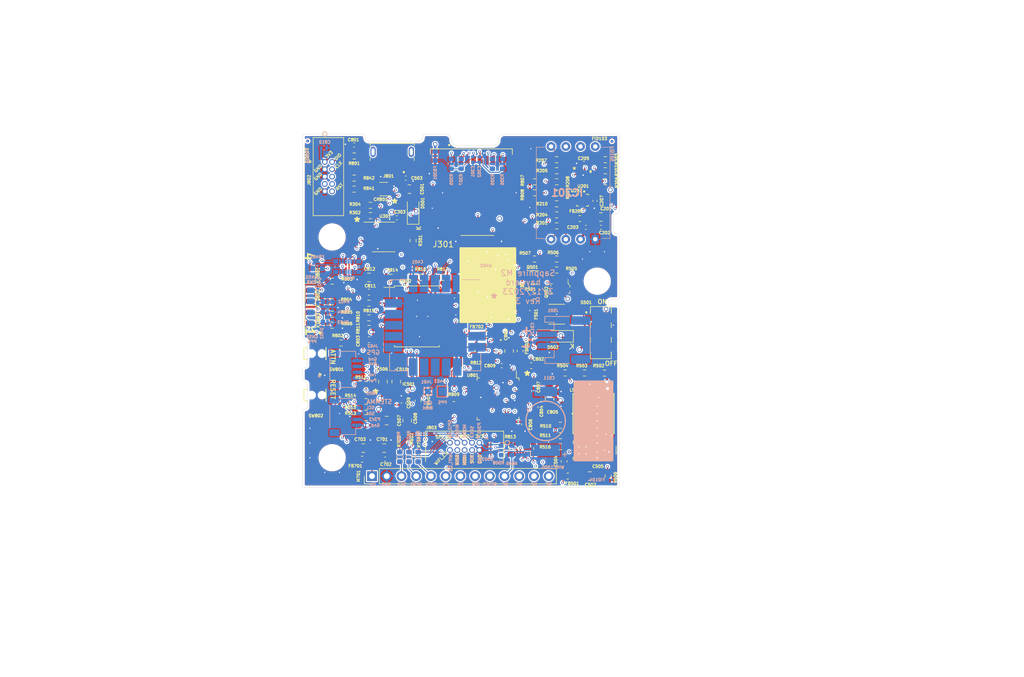
<source format=kicad_pcb>
(kicad_pcb (version 20211014) (generator pcbnew)
  (layers (0 "F.Cu" signal) (1 "In1.Cu" signal) (2 "In2.Cu" signal) (31 "B.Cu" signal) (34 "B.Paste" user) (35 "F.Paste" user) (36 "B.SilkS" user "B.Silkscreen") (37 "F.SilkS" user "F.Silkscreen") (38 "B.Mask" user) (39 "F.Mask" user) (44 "Edge.Cuts" user))
  (net 0 "")
  (net 1 "GND")
  (net 2 "/P3V3")
  (net 3 "/SapphireMini_Power/VBUS")
  (net 4 "/SapphireMini_Power/VBAT")
  (net 5 "Net-(C701-Pad1)")
  (net 6 "Net-(C801-Pad1)")
  (net 7 "Net-(C804-Pad1)")
  (net 8 "Net-(R505-Pad2)")
  (net 9 "Net-(C808-Pad2)")
  (net 10 "Net-(CR801-Pad4)")
  (net 12 "Net-(D801-Pad1)")
  (net 13 "/Sapphire_Proc/RED_LED")
  (net 14 "Net-(D802-Pad1)")
  (net 15 "/Sapphire_Proc/RED_LED2")
  (net 16 "Net-(D803-Pad1)")
  (net 17 "/Sapphire_Proc/GREEN_LED")
  (net 18 "/SapphireMini_Power/SD_OUTPUT_POWER")
  (net 21 "/SapphireMini_Power/PWR_IN")
  (net 22 "Net-(J301-Pad1)")
  (net 23 "/SapphireMini_SD/SPI_MOSI")
  (net 24 "/SapphireMini_SD/SPI_SCK")
  (net 25 "/SapphireMini_SD/SPI_MISO")
  (net 26 "Net-(J301-Pad8)")
  (net 27 "Net-(C511-Pad1)")
  (net 28 "Net-(D502-Pad1)")
  (net 29 "/Sapphire_Proc/SWDIO")
  (net 30 "/Sapphire_Proc/SWCLK")
  (net 32 "Net-(C203-Pad1)")
  (net 35 "/Sapphire_Proc/RESET")
  (net 36 "/Sapphire_Proc/PA12")
  (net 37 "/Sapphire_Proc/PA13")
  (net 38 "/Sapphire_Proc/PA20")
  (net 39 "/Sapphire_Proc/PA21")
  (net 40 "/Sapphire_Proc/PB08")
  (net 41 "/Sapphire_Proc/PB09")
  (net 42 "/Sapphire_Proc/PB10")
  (net 43 "/Sapphire_Proc/PB11")
  (net 44 "/Sapphire_Proc/PB22")
  (net 45 "/Sapphire_Proc/PB23")
  (net 46 "/SPI2_SCK")
  (net 47 "/SPI2_MOSI")
  (net 48 "/Sapphire_Proc/WIFI_CS")
  (net 49 "/Sapphire_Proc/WIFI_EN")
  (net 50 "Net-(FB501-Pad1)")
  (net 51 "/SPI2_MISO")
  (net 55 "Net-(Q501-Pad2)")
  (net 56 "Net-(Q501-Pad6)")
  (net 57 "Net-(R206-Pad1)")
  (net 58 "/Sapphire_WiFi/WSPI_SCK")
  (net 59 "/Sapphire_WiFi/WSPI_MISO")
  (net 60 "/SapphireMini_SD/FRAM_HOLD")
  (net 61 "/V_BKUP")
  (net 62 "Net-(R304-Pad2)")
  (net 63 "/Sapphire_Proc/PA14")
  (net 64 "Net-(L501-Pad1)")
  (net 65 "Net-(R502-Pad2)")
  (net 66 "/SapphireMini_Power/VBAT_MON")
  (net 67 "Net-(D501-Pad1)")
  (net 68 "/SapphireMini_GNSS/GNSS_RESET")
  (net 69 "Net-(R802-Pad2)")
  (net 70 "/SapphireMini_SD/FRAM_WP")
  (net 71 "/Sapphire_Proc/PA04")
  (net 72 "Net-(IC201-Pad5)")
  (net 73 "/Sapphire_Proc/PB1")
  (net 74 "/Sapphire_Proc/PA06")
  (net 75 "/Sapphire_Proc/PA07")
  (net 76 "/Sapphire_Proc/PA09")
  (net 77 "/Sapphire_Proc/PA15")
  (net 78 "/WIFI_IRQ")
  (net 79 "/Sapphire_Proc/PB03")
  (net 80 "/SapphireMini_DLHR/BMP_INT")
  (net 81 "Net-(C512-Pad1)")
  (net 84 "/SapphireMini_SD/FRAM_CS")
  (net 85 "/WIFI_RST")
  (net 86 "Net-(IC201-Pad3)")
  (net 87 "/Sapphire_Proc/D-")
  (net 88 "/Sapphire_Proc/RESET_PIN")
  (net 89 "/SapphireMini_GNSS/SAM_EXTINTO")
  (net 90 "/SapphireMini_GNSS/SAM_RESET")
  (net 91 "/SapphireMini_GNSS/SAM_RXD")
  (net 92 "/SapphireMini_GNSS/SAM_TXD")
  (net 93 "/SapphireMini_GNSS/TIMEPULSE")
  (net 94 "Net-(J301-Pad7)")
  (net 95 "Net-(IC501-Pad2)")
  (net 96 "Net-(IC501-Pad3)")
  (net 97 "Net-(J401-Pad1)")
  (net 98 "/SapphireMini_Power/SD_PWR")
  (net 99 "/SapphireMini_Power/GNSS_PWR")
  (net 100 "/Sapphire_Proc/PA16")
  (net 101 "Net-(IC201-Pad4)")
  (net 102 "Net-(R205-Pad1)")
  (net 103 "Net-(R208-Pad1)")
  (net 104 "Net-(R209-Pad1)")
  (net 105 "/Sapphire_Proc/PA03")
  (net 106 "/Sapphire_Proc/D+")
  (net 107 "/SapphireMini_SD/SD_CS")
  (net 108 "/Sapphire_Proc/SD_CD")
  (net 109 "/Sapphire_Proc/TIMEMARK")
  (net 110 "/Sapphire_Proc/PA22")
  (net 111 "/Sapphire_Proc/PA23")
  (net 113 "Net-(R210-Pad1)")
  (net 114 "Net-(R816-Pad1)")
  (net 115 "Net-(R817-Pad1)")
  (net 117 "/Sapphire_Proc/PA17")
  (net 118 "Net-(D401-Pad1)")
  (net 119 "Net-(D402-Pad1)")
  (net 120 "/SapphireMini_DLHR/DLHR_EOC")
  (net 121 "/SapphireMini_Power/VBAT_EN")
  (net 122 "Net-(R510-Pad2)")
  (net 123 "Net-(R511-Pad2)")
  (net 124 "/Sapphire_Proc/SPARE")
  (net 125 "/I2C_SDA")
  (net 126 "/I2C_SCL")
  (net 127 "/GNSS_OUTPUT_POWER")
  (net 129 "Net-(R202-Pad1)")
  (net 132 "/Sapphire_Proc/SPI2_CS")
  (net 137 "/SapphireMini_GNSS/GNSS_EXTINT")
  (net 138 "Net-(C301-Pad1)")
  (net 139 "Net-(C401-Pad1)")
  (net 140 "/DS3231/32KHz")
  (net 141 "/DS3231/SQW")
  (net 142 "Net-(FB403-Pad2)")
  (net 143 "Net-(C504-Pad1)")
  (net 144 "Net-(R203-Pad1)")
  (net 149 "/SapphireMini_GNSS/RS232_RXD")
  (net 150 "Net-(FB702-Pad2)")
  (net 151 "/Sapphire_WiFi/WSPI_MOSI")
  (net 152 "/SapphireMini_GNSS/RS232_TXD")
  (net 154 "Net-(M701-Pad10)")
  (footprint "MountingHole:MountingHole_3.2mm_M3" (layer "F.Cu") (at 82.042 121.92)
    (fp_text reference "REF**" hide)
    (fp_text value "MountingHole_3.2mm_M3" hide)
  )
  (footprint "MountingHole:MountingHole_3.2mm_M3" (layer "F.Cu") (at 82.042 83.82)
    (fp_text reference "REF**" hide)
    (fp_text value "MountingHole_3.2mm_M3" hide)
  )
  (footprint "MountingHole:MountingHole_3.2mm_M3" (layer "F.Cu") (at 127.762 91.44)
    (fp_text reference "REF**" hide)
    (fp_text value "MountingHole_3.2mm_M3" hide)
  )
  (footprint "Resistor_SMD:R_0603_1608Metric" (layer "F.Cu") (at 120.771278 78.097618 180)
    (fp_text reference "R210")
    (fp_text value "47")
  )
  (footprint "Resistor_SMD:R_0603_1608Metric" (layer "F.Cu") (at 83.586426 102.110992 180)
    (fp_text reference "R802")
    (fp_text value "2K")
  )
  (footprint "Sapphire:3220-10-0100-00" (layer "F.Cu") (at 80.768846 70.858618 -90)
    (fp_text reference "J802")
    (fp_text value "Conn_02x05_Odd_Even" hide)
  )
  (footprint "Resistor_SMD:R_0603_1608Metric" (layer "F.Cu") (at 96.869878 121.760218 90)
    (fp_text reference "R703")
    (fp_text value "47")
  )
  (footprint "Resistor_SMD:R_0603_1608Metric" (layer "F.Cu") (at 120.771278 72.382618 180)
    (fp_text reference "R205")
    (fp_text value "47")
  )
  (footprint "Resistor_SMD:R_0603_1608Metric" (layer "F.Cu") (at 85.846278 75.557618 180)
    (fp_text reference "R841")
    (fp_text value "2K")
  )
  (footprint "Resistor_SMD:R_0603_1608Metric" (layer "F.Cu") (at 88.640278 80.129618)
    (fp_text reference "R302")
    (fp_text value "10K")
  )
  (footprint "Resistor_SMD:R_0603_1608Metric" (layer "F.Cu") (at 129.153278 72.382618)
    (fp_text reference "R202")
    (fp_text value "47")
  )
  (footprint "Capacitor_SMD:C_0805_2012Metric" (layer "F.Cu") (at 87.421078 120.261618)
    (fp_text reference "C703")
    (fp_text value "22uF")
  )
  (footprint "Resistor_SMD:R_0603_1608Metric" (layer "F.Cu") (at 95.295078 121.760218 -90)
    (fp_text reference "R602")
    (fp_text value "0")
  )
  (footprint "Sapphire:EVQP7C01P_HandSolder" (layer "F.Cu") (at 79.398846 103.938515 -90)
    (fp_text reference "SW801")
    (fp_text value "EVQP7C/L_PAN" hide)
  )
  (footprint "Inductor_SMD:L_0603_1608Metric" (layer "F.Cu") (at 87.217878 122.166618)
    (fp_text reference "FB701")
    (fp_text value "FerriteBead")
  )
  (footprint "Resistor_SMD:R_0603_1608Metric" (layer "F.Cu") (at 120.771278 80.002618 180)
    (fp_text reference "R204")
    (fp_text value "47")
  )
  (footprint "Inductor_SMD:L_0603_1608Metric" (layer "F.Cu") (at 122.676278 125.087618)
    (fp_text reference "FB501")
    (fp_text value "FerriteBead")
  )
  (footprint "Capacitor_SMD:C_0805_2012Metric" (layer "F.Cu") (at 90.807278 108.777618 90)
    (fp_text reference "C506")
    (fp_text value "10uF")
  )
  (footprint "Fiducial:Fiducial_0.5mm_Mask1mm" (layer "F.Cu") (at 77.819878 67.251818)
    (fp_text reference "FID102")
    (fp_text value "Fiducial")
  )
  (footprint "Capacitor_SMD:C_0402_1005Metric" (layer "F.Cu") (at 125.470278 71.112618 180)
    (fp_text reference "C205")
    (fp_text value "100nF")
  )
  (footprint "SapphineMinimal:74439344022" (layer "F.Cu") (at 127.121278 114.292618)
    (fp_text reference "L501")
    (fp_text value "2.2uH" hide)
  )
  (footprint "Capacitor_SMD:C_0805_2012Metric" (layer "F.Cu") (at 88.386278 90.797618 180)
    (fp_text reference "C812")
    (fp_text value "1uF")
  )
  (footprint "Capacitor_SMD:C_0402_1005Metric" (layer "F.Cu") (at 94.363278 112.460618 90)
    (fp_text reference "C509")
    (fp_text value "100nF")
  )
  (footprint "Resistor_SMD:R_0603_1608Metric" (layer "F.Cu") (at 129.026278 107.307618 180)
    (fp_text reference "R502")
    (fp_text value "100K")
  )
  (footprint "Sapphire:3220-10-0100-00" (layer "F.Cu") (at 107.436278 119.321818 180)
    (fp_text reference "J803")
    (fp_text value "Conn_02x05_Odd_Even" hide)
  )
  (footprint "Inductor_SMD:L_0603_1608Metric" (layer "F.Cu") (at 124.759712 80.637618 180)
    (fp_text reference "FB201")
    (fp_text value "FerriteBead")
  )
  (footprint "Capacitor_SMD:C_0402_1005Metric" (layer "F.Cu") (at 93.212278 80.510618 180)
    (fp_text reference "C303")
    (fp_text value "100nF")
  )
  (footprint "Resistor_SMD:R_0603_1608Metric" (layer "F.Cu") (at 116.961278 76.192618)
    (fp_text reference "R808")
    (fp_text value "4K75")
  )
  (footprint "Resistor_SMD:R_0603_1608Metric" (layer "F.Cu") (at 121.406278 120.007618 180)
    (fp_text reference "R516")
    (fp_text value "180K")
  )
  (footprint "Capacitor_SMD:C_0402_1005Metric" (layer "F.Cu") (at 125.803603 82.163914)
    (fp_text reference "C203")
    (fp_text value "100nF")
  )
  (footprint "Inductor_SMD:L_0603_1608Metric" (layer "F.Cu") (at 96.852478 112.105018 90)
    (fp_text reference "FB401")
    (fp_text value "FerriteBead")
  )
  (footprint "Capacitor_SMD:C_0805_2012Metric" (layer "F.Cu") (at 128.391278 80.370185)
    (fp_text reference "C201")
    (fp_text value "1uF")
  )
  (footprint "SapphineMinimal:FCI_10118193-0001LF" (layer "F.Cu") (at 92.402 69.1225 180)
    (fp_text reference "J801")
    (fp_text value "USB_B_Micro")
  )
  (footprint "Resistor_SMD:R_0603_1608Metric" (layer "F.Cu") (at 88.640278 78.351618 180)
    (fp_text reference "R304")
    (fp_text value "47")
  )
  (footprint "Inductor_SMD:L_0603_1608Metric" (layer "F.Cu") (at 114.46684 103.497618 -90)
    (fp_text reference "FB801")
    (fp_text value "FerriteBead")
  )
  (footprint "Resistor_SMD:R_0603_1608Metric" (layer "F.Cu") (at 120.771278 81.907618 180)
    (fp_text reference "R201")
    (fp_text value "47")
  )
  (footprint "Fiducial:Fiducial_0.5mm_Mask1mm" (layer "F.Cu") (at 130.296278 67.302618)
    (fp_text reference "FID103")
    (fp_text value "Fiducial")
  )
  (footprint "Resistor_SMD:R_0603_1608Metric" (layer "F.Cu") (at 121.406278 116.324618)
    (fp_text reference "R510")
    (fp_text value "100K")
  )
  (footprint "Capacitor_SMD:C_0805_2012Metric" (layer "F.Cu") (at 93.093278 108.777618 90)
    (fp_text reference "C510")
    (fp_text value "10uF")
  )
  (footprint "Sapphire:SOP-8_3.9x4.9mm_P1.27mm" (layer "F.Cu") (at 90.926278 83.812618)
    (fp_text reference "U301")
    (fp_text value "MB85RS2MTAPNF-G-BDERE1")
  )
  (footprint "Capacitor_SMD:C_0603_1608Metric" (layer "F.Cu") (at 117.00684 113.18517 -90)
    (fp_text reference "C804")
    (fp_text value "1uf")
  )
  (footprint "Resistor_SMD:R_0603_1608Metric" (layer "F.Cu") (at 88.412722 99.612068)
    (fp_text reference "R811")
    (fp_text value "2K")
  )
  (footprint "Resistor_SMD:R_0603_1608Metric" (layer "F.Cu") (at 101.086278 90.797618)
    (fp_text reference "R817")
    (fp_text value "47")
  )
  (footprint "Resistor_SMD:R_0603_1608Metric" (layer "F.Cu") (at 120.771278 70.477618)
    (fp_text reference "R207")
    (fp_text value "47")
  )
  (footprint "Connector_PinHeader_2.54mm:PinHeader_1x13_P2.54mm_Vertical" (layer "F.Cu") (at 88.915 125.095 90)
    (fp_text reference "M701")
    (fp_text value "AdafruitWINC1500")
  )
  (footprint "Resistor_SMD:R_0603_1608Metric" (layer "F.Cu") (at 125.582801 107.287356 180)
    (fp_text reference "R503")
    (fp_text value "100K")
  )
  (footprint "Capacitor_SMD:C_0805_2012Metric" (layer "F.Cu") (at 95.371278 75.557618)
    (fp_text reference "C501")
    (fp_text value "10uF")
  )
  (footprint "Resistor_SMD:R_0603_1608Metric" (layer "F.Cu") (at 82.036278 99.052618)
    (fp_text reference "R806")
    (fp_text value "2K")
  )
  (footprint "Sapphire:EXB-2HV470JV" (layer "F.Cu") (at 114.74624 120.337818 90)
    (fp_text reference "R813")
    (fp_text value "RES_EXB2HV" hide)
  )
  (footprint "Resistor_SMD:R_0603_1608Metric" (layer "F.Cu") (at 82.036278 97.147618)
    (fp_text reference "R805")
    (fp_text value "2K")
  )
  (footprint "Capacitor_SMD:C_0402_1005Metric" (layer "F.Cu") (at 115.10184 116.197618 -90)
    (fp_text reference "C806")
    (fp_text value "100nF")
  )
  (footprint "Fiducial:Fiducial_0.5mm_Mask1mm" (layer "F.Cu") (at 78.226278 125.722618)
    (fp_text reference "FID101" hide)
    (fp_text value "Fiducial")
  )
  (footprint "Capacitor_SMD:C_0805_2012Metric" (layer "F.Cu") (at 126.486278 125.087618)
    (fp_text reference "C502")
    (fp_text value "10uF")
  )
  (footprint "Diode_SMD:D_SOD-123" (layer "F.Cu") (at 96.006278 79.367618 90)
    (fp_text reference "D501")
    (fp_text value "MBR230LS")
  )
  (footprint "Resistor_SMD:R_0603_1608Metric" (layer "F.Cu") (at 85.846278 73.652618)
    (fp_text reference "R842")
    (fp_text value "47K5")
  )
  (footprint "Capacitor_SMD:C_0402_1005Metric" (layer "F.Cu") (at 127.375278 77.589618 -90)
    (fp_text reference "C207")
    (fp_text value "100nF")
  )
  (footprint "Resistor_SMD:R_1812_4532Metric" (layer "F.Cu") (at 120.763846 97.147618)
    (fp_text reference "F501")
    (fp_text value "1.1A")
  )
  (footprint "Resistor_SMD:R_0603_1608Metric" (layer "F.Cu") (at 116.961278 93.972618 180)
    (fp_text reference "R501")
    (fp_text value "100K")
  )
  (footprint "Resistor_SMD:R_0603_1608Metric" (layer "F.Cu") (at 82.036278 91.432618)
    (fp_text reference "R803")
    (fp_text value "2K")
  )
  (footprint "Resistor_SMD:R_0603_1608Metric" (layer "F.Cu") (at 116.961278 87.622618)
    (fp_text reference "R507")
    (fp_text value "0")
  )
  (footprint "Capacitor_SMD:C_0805_2012Metric" (layer "F.Cu") (at 94.998278 115.508618 -90)
    (fp_text reference "C508")
    (fp_text value "10uF")
  )
  (footprint "Capacitor_SMD:C_0805_2012Metric" (layer "F.Cu") (at 91.442278 115.508618)
    (fp_text reference "C507")
    (fp_text value "10uF")
  )
  (footprint "Capacitor_SMD:C_0402_1005Metric" (layer "F.Cu") (at 94.736278 73.652618)
    (fp_text reference "C503")
    (fp_text value "100nF")
  )
  (footprint "Resistor_SMD:R_0603_1608Metric" (layer "F.Cu") (at 87.886278 115.000618 180)
    (fp_text reference "R513")
    (fp_text value "100K")
  )
  (footprint "Capacitor_SMD:C_0805_2012Metric" (layer "F.Cu") (at 112.56184 103.497618 -90)
    (fp_text reference "C808")
    (fp_text value "22uF")
  )
  (footprint "Package_TO_SOT_SMD:SOT-363_SC-70-6" (layer "F.Cu") (at 90.926278 75.557618 180)
    (fp_text reference "CR801")
    (fp_text value "TPD4E1U06DCKR")
  )
  (footprint "Package_QFP:TQFP-48_7x7mm_P0.5mm" (layer "F.Cu") (at 110.649408 111.76 -90)
    (fp_text reference "U801")
    (fp_text value "ATSAMD21G18A-A")
  )
  (footprint "Resistor_SMD:R_0603_1608Metric" (layer "F.Cu") (at 129.153278 74.287618)
    (fp_text reference "R206")
    (fp_text value "10K")
  )
  (footprint "Sapphire:EXB-2HV470JV" (layer "F.Cu") (at 103.029408 114.3)
    (fp_text reference "R809")
    (fp_text value "RES_EXB2HV" hide)
  )
  (footprint "Capacitor_SMD:C_0402_1005Metric" (layer "F.Cu") (at 85.846278 67.937618 180)
    (fp_text reference "C801")
    (fp_text value "100nF")
  )
  (footprint "SapphineMinimal:MOLEX_503182-1852" (layer "F.Cu") (at 106.045 76.835)
    (fp_text reference "J301")
    (fp_text value "503182-1852")
  )
  (footprint "LED_SMD:LED_0805_2012Metric" (layer "F.Cu") (at 78.226278 90.162618 90)
    (fp_text reference "D801")
    (fp_text value "RED LED")
  )
  (footprint "Sapphire:SW_JS202011JCQN_handSolder" (layer "F.Cu") (at 128.383846 100.322618)
    (fp_text reference "S501")
    (fp_text value "JS202011JCQN")
  )
  (footprint "Resistor_SMD:R_0603_1608Metric" (layer "F.Cu") (at 96.006278 84.447618 -90)
    (fp_text reference "R301")
    (fp_text value "10K")
  )
  (footprint "Resistor_SMD:R_0603_1608Metric" (layer "F.Cu") (at 87.886278 113.222618)
    (fp_text reference "R515")
    (fp_text value "20K0")
  )
  (footprint "Capacitor_SMD:C_0805_2012Metric" (layer "F.Cu") (at 91.027878 120.261618)
    (fp_text reference "C701")
    (fp_text value "22uF")
  )
  (footprint "Resistor_SMD:R_0603_1608Metric" (layer "F.Cu") (at 92.196278 90.797618)
    (fp_text reference "R814")
    (fp_text value "47K5")
  )
  (footprint "Capacitor_SMD:C_0402_1005Metric" (layer "F.Cu") (at 111.29184 106.037618 180)
    (fp_text reference "C809")
    (fp_text value "100nF")
  )
  (footprint "Capacitor_SMD:C_0402_1005Metric" (layer "F.Cu") (at 128.391278 82.163914)
    (fp_text reference "C202")
    (fp_text value "100nF")
  )
  (footprint "Resistor_SMD:R_0603_1608Metric" (layer "F.Cu") (at 129.661278 125.087618 90)
    (fp_text reference "R509")
    (fp_text value "100K")
  )
  (footprint "Resistor_SMD:R_0603_1608Metric" (layer "F.Cu") (at 120.771278 87.622618)
    (fp_text reference "R506")
    (fp_text value "47K5")
  )
  (footprint "Resistor_SMD:R_0603_1608Metric" (layer "F.Cu") (at 120.771278 74.287618 180)
    (fp_text reference "R208")
    (fp_text value "47")
  )
  (footprint "Diode_SMD:D_SOD-123" (layer "F.Cu") (at 121.406278 100.957618 180)
    (fp_text reference "D502")
    (fp_text value "MBR230LS")
  )
  (footprint "Resistor_SMD:R_0603_1608Metric" (layer "F.Cu") (at 120.771278 89.527618 180)
    (fp_text reference "R505")
    (fp_text value "100K")
  )
  (footprint "Capacitor_SMD:C_0805_2012Metric" (layer "F.Cu") (at 119.54684 111.752618 -90)
    (fp_text reference "C805")
    (fp_text value "22uF")
  )
  (footprint "Inductor_SMD:L_0603_1608Metric" (layer "F.Cu") (at 108.706278 100.631561)
    (fp_text reference "FB702")
    (fp_text value "FerriteBead")
  )
  (footprint "LED_SMD:LED_0805_2012Metric" (layer "F.Cu") (at 78.226278 97.782618 90)
    (fp_text reference "D803")
    (fp_text value "GREEN LED")
  )
  (footprint "Package_TO_SOT_SMD:SOT-363_SC-70-6" (layer "F.Cu") (at 116.961278 90.797618)
    (fp_text reference "Q501")
    (fp_text value "BC857BS")
  )
  (footprint "Resistor_SMD:R_0603_1608Metric" (layer "F.Cu") (at 97.276278 90.797618)
    (fp_text reference "R816")
    (fp_text value "47")
  )
  (footprint "Resistor_SMD:R_0603_1608Metric" (layer "F.Cu") (at 120.771278 76.192618 180)
    (fp_text reference "R209")
    (fp_text value "47")
  )
  (footprint "Resistor_SMD:R_0603_1608Metric" (layer "F.Cu") (at 88.386278 95.242618)
    (fp_text reference "R815")
    (fp_text value "47K5")
  )
  (footprint "LED_SMD:LED_0805_2012Metric" (layer "F.Cu") (at 78.226278 93.972618 90)
    (fp_text reference "D802")
    (fp_text value "RED LED")
  )
  (footprint "Resistor_SMD:R_0603_1608Metric" (layer "F.Cu") (at 85.846278 69.842618)
    (fp_text reference "R801")
    (fp_text value "4K75")
  )
  (footprint "Capacitor_SMD:C_0603_1608Metric" (layer "F.Cu") (at 122.041278 122.547618 90)
    (fp_text reference "C504")
    (fp_text value "390pF")
  )
  (footprint "Capacitor_SMD:C_1210_3225Metric" (layer "F.Cu") (at 129.661278 120.642618 90)
    (fp_text reference "C505")
    (fp_text value "47uF")
  )
  (footprint "Resistor_SMD:R_0603_1608Metric" (layer "F.Cu") (at 93.720278 121.760218 90)
    (fp_text reference "R702")
    (fp_text value "47")
  )
  (footprint "Resistor_SMD:R_0603_1608Metric" (layer "F.Cu") (at 129.153278 70.477618)
    (fp_text reference "R203")
    (fp_text value "47")
  )
  (footprint "Package_SO:SOIC-16W_7.5x10.3mm_P1.27mm" (layer "F.Cu") (at 96.641278 97.528618)
    (fp_text reference "U802")
    (fp_text value "DS3231SN")
  )
  (footprint "Resistor_SMD:R_0603_1608Metric" (layer "F.Cu") (at 116.961278 74.287618)
    (fp_text reference "R807")
    (fp_text value "4K75")
  )
  (footprint "Resistor_SMD:R_0603_1608Metric" (layer "F.Cu") (at 87.886278 111.190618)
    (fp_text reference "R514")
    (fp_text value "20K0")
  )
  (footprint "Capacitor_SMD:C_0402_1005Metric" (layer "F.Cu") (at 91.180278 122.166618)
    (fp_text reference "C702")
    (fp_text value "100nF")
  )
  (footprint "Capacitor_SMD:C_0603_1608Metric" (layer "F.Cu") (at 116.37184 106.037618)
    (fp_text reference "C802")
    (fp_text value "1uf")
  )
  (footprint "Resistor_SMD:R_0603_1608Metric" (layer "F.Cu") (at 122.232739 107.287356 180)
    (fp_text reference "R504")
    (fp_text value "47K5")
  )
  (footprint "Package_DFN_QFN:VQFN-16-1EP_3x3mm_P0.5mm_EP1.68x1.68mm_ThermalVias" (layer "F.Cu") (at 125.216278 120.642618 -90)
    (fp_text reference "U501")
    (fp_text value "TPS62150")
  )
  (footprint "Resistor_SMD:R_0603_1608Metric" (layer "F.Cu") (at 82.036278 94.992058)
    (fp_text reference "R804")
    (fp_text value "2K")
  )
  (footprint "Sapphire:BMP388_Handsolder" (layer "F.Cu") (at 125.216278 77.462618 -90)
    (fp_text reference "U202")
    (fp_text value "BMP390")
  )
  (footprint "digikey-footprints:SOT-23-3" (layer "F.Cu") (at 121.406278 92.702618 -90)
    (fp_text reference "Q502")
    (fp_text value "SSM3J378R,LXHF")
  )
  (footprint "SamacSys_Parts:SLG59M1446V" (layer "F.Cu") (at 91.696278 112.587618)
    (fp_text reference "IC501")
    (fp_text value "SLG59M1446V" hide)
  )
  (footprint "Capacitor_SMD:C_0402_1005Metric" (layer "F.Cu") (at 116.77824 110.431818 -90)
    (fp_text reference "C807")
    (fp_text value "100nF")
  )
  (footprint "Sapphire:LIS2DH12TR_Handsolder" (layer "F.Cu") (at 125.343278 73.271618)
    (fp_text reference "U201")
    (fp_text value "LGA-12_STM" hide)
  )
  (footprint "Resistor_SMD:R_0603_1608Metric" (layer "F.Cu") (at 88.386278 97.782618)
    (fp_text reference "R810")
    (fp_text value "330")
  )
  (footprint "Sapphire:EVQP7C01P_HandSolder" (layer "F.Cu") (at 79.398846 111.117618 -90)
    (fp_text reference "SW802")
    (fp_text value "EVQP7C/L_PAN" hide)
  )
  (footprint "Capacitor_SMD:C_0603_1608Metric" (layer "F.Cu") (at 88.386278 93.337618 180)
    (fp_text reference "C811")
    (fp_text value "100nF")
  )
  (footprint "Capacitor_SMD:C_0603_1608Metric" (layer "F.Cu") (at 88.403241 101.547019 180)
    (fp_text reference "C803")
    (fp_text value "100pF")
  )
  (footprint "Resistor_SMD:R_0603_1608Metric" (layer "F.Cu") (at 87.886278 109.285618 180)
    (fp_text reference "R512")
    (fp_text value "100K")
  )
  (footprint "Sapphire:EXB-2HV470JV" (layer "F.Cu") (at 108.75184 103.497618 -90)
    (fp_text reference "R812")
    (fp_text value "RES_EXB2HV" hide)
  )
  (footprint "Resistor_SMD:R_0603_1608Metric" (layer "F.Cu") (at 121.406278 118.102618)
    (fp_text reference "R511")
    (fp_text value "562K")
  )
  (footprint "Capacitor_SMD:C_0402_1005Metric" (layer "B.Cu") (at 106.318678 70.452218 -90)
    (fp_text reference "C301")
    (fp_text value "10nF")
  )
  (footprint "Resistor_SMD:R_0603_1608Metric" (layer "B.Cu") (at 96.869878 121.760218 90)
    (fp_text reference "R603")
    (fp_text value "47")
  )
  (footprint "Sapphire:DLHRF50DE1BDCNAV8" (layer "B.Cu") (at 127.42 84.2 180)
    (fp_text reference "IC201")
    (fp_text value "DLHR-F50D-E1BD-C-NAV8" hide)
  )
  (footprint "Resistor_SMD:R_0603_1608Metric" (layer "B.Cu") (at 81.274278 98.544618 180)
    (fp_text reference "R403")
    (fp_text value "2K")
  )
  (footprint "SamacSys_Parts:PESD5V0S1BL315" (layer "B.Cu") (at 109.341278 120.007618 -90)
    (fp_text reference "D503")
    (fp_text value "BAS70L,315" hide)
  )
  (footprint "Resistor_SMD:R_0603_1608Metric" (layer "B.Cu") (at 111.246278 120.642618 90)
    (fp_text reference "R508")
    (fp_text value "330")
  )
  (footprint "LED_SMD:LED_0805_2012Metric" (layer "B.Cu") (at 78.353278 93.972618 -90)
    (fp_text reference "D401")
    (fp_text value "RED LED")
  )
  (footprint "Resistor_SMD:R_0603_1608Metric" (layer "B.Cu") (at 109.671478 71.214218 -90)
    (fp_text reference "R309")
    (fp_text value "47")
  )
  (footprint "Fiducial:Fiducial_0.5mm_Mask1mm" (layer "B.Cu") (at 130.296278 67.302618 180)
    (fp_text reference "FID105")
    (fp_text value "Fiducial")
  )
  (footprint "Resistor_SMD:R_0603_1608Metric" (layer "B.Cu") (at 111.449478 71.214218 90)
    (fp_text reference "R306")
    (fp_text value "100K")
  )
  (footprint "Resistor_SMD:R_0603_1608Metric" (layer "B.Cu") (at 113.024278 120.642618 90)
    (fp_text reference "R605")
    (fp_text value "47")
  )
  (footprint "SapphineMinimal:ublox_SAM-M8Q_HandSolder" (layer "B.Cu") (at 99.816278 99.052618 180)
    (fp_text reference "U402")
    (fp_text value "SAM-M8Q-0-10")
  )
  (footprint "Fiducial:Fiducial_0.5mm_Mask1mm" (layer "B.Cu") (at 77.819878 67.251818 180)
    (fp_text reference "FID106")
    (fp_text value "Fiducial")
  )
  (footprint "Capacitor_SMD:C_0402_1005Metric" (layer "B.Cu") (at 107.487078 70.452218 -90)
    (fp_text reference "C302")
    (fp_text value "100nF")
  )
  (footprint "Resistor_SMD:R_0603_1608Metric" (layer "B.Cu") (at 102.559478 71.214218 -90)
    (fp_text reference "R305")
    (fp_text value "100K")
  )
  (footprint "Resistor_SMD:R_0603_1608Metric" (layer "B.Cu") (at 95.295078 121.760218 -90)
    (fp_text reference "R601")
    (fp_text value "0")
  )
  (footprint "TestPoint:TestPoint_Pad_1.0x1.0mm" (layer "B.Cu") (at 98.546278 110.482618 180)
    (fp_text reference "J401")
    (fp_text value "Conn_01x01_Male")
  )
  (footprint "Capacitor_SMD:C_0402_1005Metric" (layer "B.Cu") (at 96.768278 89.273618 180)
    (fp_text reference "C401")
    (fp_text value "100nF")
  )
  (footprint "Resistor_SMD:R_0603_1608Metric" (layer "B.Cu") (at 81.274278 94.988618 180)
    (fp_text reference "R402")
    (fp_text value "2K")
  )
  (footprint "Sapphire:JST_SH_SM04B-SRSS-TB_1x04-1MP_P1.00mm_Horizontal" (layer "B.Cu") (at 84.322278 114.800618 90)
    (fp_text reference "J805")
    (fp_text value "Conn_01x04_Male")
  )
  (footprint "Sapphire:JST_SH_SM04B-SRSS-TB_1x04-1MP_P1.00mm_Horizontal" (layer "B.Cu") (at 84.322278 106.672618 90)
    (fp_text reference "J402")
    (fp_text value "Conn_01x04_Male")
  )
  (footprint "Resistor_SMD:R_0603_1608Metric" (layer "B.Cu") (at 93.720278 121.760218 90)
    (fp_text reference "R604")
    (fp_text value "47")
  )
  (footprint "Resistor_SMD:R_0603_1608Metric" (layer "B.Cu") (at 81.274278 96.766618 180)
    (fp_text reference "R404")
    (fp_text value "2K")
  )
  (footprint "Fiducial:Fiducial_0.5mm_Mask1mm" (layer "B.Cu") (at 130.296278 125.722618 180)
    (fp_text reference "FID104")
    (fp_text value "Fiducial")
  )
  (footprint "Resistor_SMD:R_0603_1608Metric" (layer "B.Cu") (at 104.286678 71.214218 90)
    (fp_text reference "R307")
    (fp_text value "47K5")
  )
  (footprint "Capacitor_SMD:C_0402_1005Metric" (layer "B.Cu") (at 80.613878 68.420218)
    (fp_text reference "C810")
    (fp_text value "100nF")
  )
  (footprint "Sapphire:RSCSK2043R3D01004T" (layer "B.Cu") (at 118.866278 115.562618)
    (fp_text reference "C511")
    (fp_text value "RSCSK2043R3D011004T" hide)
  )
  (footprint "LED_SMD:LED_0805_2012Metric" (layer "B.Cu") (at 78.353278 97.782618 -90)
    (fp_text reference "D402")
    (fp_text value "GREEN LED")
  )
  (footprint "Capacitor_SMD:C_0402_1005Metric" (layer "B.Cu") (at 116.326278 101.541818 -90)
    (fp_text reference "C512")
    (fp_text value "10nF")
  )
  (footprint "TestPoint:TestPoint_Pad_1.5x1.5mm" (layer "B.Cu") (at 101.086278 110.482618 180)
    (fp_text reference "J403")
    (fp_text value "ExtPPS")
  )
  (footprint "Sapphire:JST_PH_S2B-PH-SM4-TB_1x02-1MP_P2.00mm_Horizontal" (layer "B.Cu") (at 122.033846 101.592618 -90)
    (fp_text reference "J501")
    (fp_text value "JST")
  )
  (footprint "Inductor_SMD:L_0603_1608Metric" (layer "B.Cu") (at 79.496278 89.273618 180)
    (fp_text reference "FB403")
    (fp_text value "FerriteBead")
  )
  (footprint "Sapphire:EXB-2HV470JV" (layer "B.Cu") (at 84.627078 88.943418 -90)
    (fp_text reference "R401")
    (fp_text value "EXB-2HV470JV" hide)
  )
  (footprint "Inductor_SMD:L_0603_1608Metric" (layer "B.Cu") (at 99.816278 69.842618 -90)
    (fp_text reference "FB301")
    (fp_text value "FerriteBead")
  )
  (gr_line (start 103.632 68.072) (end 109.728 68.072) (layer "Edge.Cuts") (width 0.05))
  (gr_arc (start 97.663 66.675) (mid 97.477013 67.124013) (end 97.028 67.31) (layer "Edge.Cuts") (width 0.05))
  (gr_arc (start 87.122 66.04) (mid 87.571013 66.225987) (end 87.757 66.675) (layer "Edge.Cuts") (width 0.05))
  (gr_line (start 98.298 66.04) (end 101.6 66.04) (layer "Edge.Cuts") (width 0.05))
  (gr_line (start 88.392 67.31) (end 97.028 67.31) (layer "Edge.Cuts") (width 0.05))
  (gr_line (start 78.74 66.04) (end 87.122 66.04) (layer "Edge.Cuts") (width 0.05))
  (gr_line (start 77.217444 127.066908) (end 99.823444 127.066908) (layer "Edge.Cuts") (width 0.05))
  (gr_arc (start 88.392 67.31) (mid 87.942987 67.124013) (end 87.757 66.675) (layer "Edge.Cuts") (width 0.05))
  (gr_line (start 130.147488 94.585828) (end 131.058278 94.585828) (layer "Edge.Cuts") (width 0.05))
  (gr_arc (start 76.962 106.713836) (mid 77.079629 106.429856) (end 77.363609 106.312227) (layer "Edge.Cuts") (width 0.05))
  (gr_line (start 131.573444 126.812908) (end 131.566278 96.109828) (layer "Edge.Cuts") (width 0.05))
  (gr_arc (start 131.318 66.04) (mid 131.497605 66.114395) (end 131.572 66.294) (layer "Edge.Cuts") (width 0.05))
  (gr_arc (start 77.363609 101.545214) (mid 77.647589 101.662843) (end 77.765218 101.946823) (layer "Edge.Cuts") (width 0.05))
  (gr_arc (start 130.147488 95.601828) (mid 129.788278 95.453038) (end 129.639488 95.093828) (layer "Edge.Cuts") (width 0.05))
  (gr_line (start 99.823444 127.066908) (end 108.459444 127.066908) (layer "Edge.Cuts") (width 0.05))
  (gr_arc (start 101.6 66.04) (mid 102.31842 66.33758) (end 102.616 67.056) (layer "Edge.Cuts") (width 0.05))
  (gr_line (start 76.962 126.746) (end 76.963444 126.812908) (layer "Edge.Cuts") (width 0.05))
  (gr_line (start 131.318 66.04) (end 111.76 66.04) (layer "Edge.Cuts") (width 0.05))
  (gr_arc (start 77.217444 127.066908) (mid 77.037839 126.992513) (end 76.963444 126.812908) (layer "Edge.Cuts") (width 0.05))
  (gr_arc (start 131.566278 94.077828) (mid 131.417488 94.437038) (end 131.058278 94.585828) (layer "Edge.Cuts") (width 0.05))
  (gr_arc (start 110.744 67.056) (mid 110.44642 67.77442) (end 109.728 68.072) (layer "Edge.Cuts") (width 0.05))
  (gr_arc (start 77.367258 108.822247) (mid 77.081996 108.704826) (end 76.962 108.420638) (layer "Edge.Cuts") (width 0.05))
  (gr_arc (start 76.962 113.932227) (mid 77.079616 113.648214) (end 77.363609 113.530618) (layer "Edge.Cuts") (width 0.05))
  (gr_line (start 131.572 66.294) (end 131.572 79.248) (layer "Edge.Cuts") (width 0.05))
  (gr_line (start 130.556 80.264) (end 130.556 82.804) (layer "Edge.Cuts") (width 0.05))
  (gr_arc (start 97.663 66.675) (mid 97.848987 66.225987) (end 98.298 66.04) (layer "Edge.Cuts") (width 0.05))
  (gr_arc (start 77.768867 113.129009) (mid 77.649943 113.414279) (end 77.363609 113.530618) (layer "Edge.Cuts") (width 0.05))
  (gr_arc (start 77.367258 108.822247) (mid 77.651238 108.939876) (end 77.768867 109.223856) (layer "Edge.Cuts") (width 0.05))
  (gr_line (start 77.765218 101.946823) (end 77.765218 105.910618) (layer "Edge.Cuts") (width 0.05))
  (gr_line (start 76.962 66.294) (end 76.962 101.143605) (layer "Edge.Cuts") (width 0.05))
  (gr_line (start 131.572 83.947) (end 131.572 83.82) (layer "Edge.Cuts") (width 0.05))
  (gr_arc (start 131.064 83.312) (mid 130.70479 83.16321) (end 130.556 82.804) (layer "Edge.Cuts") (width 0.05))
  (gr_line (start 76.962 108.420638) (end 76.962 106.713836) (layer "Edge.Cuts") (width 0.05))
  (gr_line (start 77.768867 109.223856) (end 77.768867 113.129009) (layer "Edge.Cuts") (width 0.05))
  (gr_line (start 131.319444 127.066908) (end 108.459444 127.066908) (layer "Edge.Cuts") (width 0.05))
  (gr_line (start 131.058278 95.601828) (end 130.147488 95.601828) (layer "Edge.Cuts") (width 0.05))
  (gr_line (start 76.962 126.746) (end 76.962 113.932227) (layer "Edge.Cuts") (width 0.05))
  (gr_arc (start 129.639488 95.093828) (mid 129.788278 94.734618) (end 130.147488 94.585828) (layer "Edge.Cuts") (width 0.05))
  (gr_line (start 131.572 83.947) (end 131.566278 94.077828) (layer "Edge.Cuts") (width 0.05))
  (gr_arc (start 76.962 66.294) (mid 77.036395 66.114395) (end 77.216 66.04) (layer "Edge.Cuts") (width 0.05))
  (gr_arc (start 131.572 79.248) (mid 131.42321 79.60721) (end 131.064 79.756) (layer "Edge.Cuts") (width 0.05))
  (gr_arc (start 131.573444 126.812908) (mid 131.499049 126.992513) (end 131.319444 127.066908) (layer "Edge.Cuts") (width 0.05))
  (gr_arc (start 131.064 83.312) (mid 131.42321 83.46079) (end 131.572 83.82) (layer "Edge.Cuts") (width 0.05))
  (gr_arc (start 103.632 68.072) (mid 102.91358 67.77442) (end 102.616 67.056) (layer "Edge.Cuts") (width 0.05))
  (gr_arc (start 77.363609 101.545214) (mid 77.079629 101.427585) (end 76.962 101.143605) (layer "Edge.Cuts") (width 0.05))
  (gr_arc (start 77.765218 105.910618) (mid 77.647589 106.194598) (end 77.363609 106.312227) (layer "Edge.Cuts") (width 0.05))
  (gr_arc (start 131.058278 95.601828) (mid 131.417488 95.750618) (end 131.566278 96.109828) (layer "Edge.Cuts") (width 0.05))
  (gr_arc (start 110.744 67.056) (mid 111.04158 66.33758) (end 111.76 66.04) (layer "Edge.Cuts") (width 0.05))
  (gr_line (start 77.216 66.04) (end 78.74 66.04) (layer "Edge.Cuts") (width 0.05))
  (gr_arc (start 130.556 80.264) (mid 130.70479 79.90479) (end 131.064 79.756) (layer "Edge.Cuts") (width 0.05))
  (gr_text "STEMMA" (at 90.164278 112.260618) (layer "B.SilkS") (effects (font (size 0.762 0.762) (thickness 0.1524)) (justify mirror)))
  (gr_text "EN" (at 104.185078 126.484618) (layer "B.SilkS") (effects (font (size 0.52 0.52) (thickness 0.127)) (justify mirror)))
  (gr_text "Gnd" (at 89.021278 104.894618) (layer "B.SilkS") (effects (font (size 0.52 0.52) (thickness 0.127)) (justify mirror)))
  (gr_text "IRQ" (at 106.826678 126.433818) (layer "B.SilkS") (effects (font (size 0.52 0.52) (thickness 0.127)) (justify mirror)))
  (gr_text "K" (at 108.706278 118.610618 90) (layer "B.SilkS") (effects (font (size 0.52 0.52) (thickness 0.127)) (justify mirror)))
  (gr_text "GPS" (at 89.148278 103.751618) (layer "B.SilkS") (effects (font (size 0.762 0.762) (thickness 0.1524)) (justify mirror)))
  (gr_text "NC" (at 111.881278 126.484618) (layer "B.SilkS") (effects (font (size 0.52 0.52) (thickness 0.127)) (justify mirror)))
  (gr_text "SCK2" (at 106.166278 117.467618 90) (layer "B.SilkS") (effects (font (size 0.52 0.52) (thickness 0.127)) (justify mirror)))
  (gr_text "+" (at 122.168278 121.277618) (layer "B.SilkS") (effects (font (size 1 1))))
  (gr_text "MISO2" (at 103.626278 117.340618 90) (layer "B.SilkS") (effects (font (size 0.52 0.52) (thickness 0.127)) (justify mirror)))
  (gr_text "CS" (at 101.645078 126.535418) (layer "B.SilkS") (effects (font (size 0.52 0.52) (thickness 0.127)) (justify mirror)))
  (gr_text "GNSS\nPPS" (at 78.607278 101.465618) (layer "B.SilkS") (effects (font (size 0.52 0.52) (thickness 0.127)) (justify mirror)))
  (gr_text "MISO" (at 103.626278 122.293618 90) (layer "B.SilkS") (effects (font (size 0.52 0.52) (thickness 0.127)) (justify mirror)))
  (gr_text "NC" (at 119.374278 126.484618) (layer "B.SilkS") (effects (font (size 0.52 0.52) (thickness 0.127)) (justify mirror)))
  (gr_text "Txd" (at 89.021278 107.561618) (layer "B.SilkS") (effects (font (size 0.52 0.52) (thickness 0.127)) (justify mirror)))
  (gr_text "RESET" (at 109.265078 126.484618) (layer "B.SilkS") (effects (font (size 0.52 0.52) (thickness 0.127)) (justify mirror)))
  (gr_text "Rxd\n" (at 89.021278 105.656618) (layer "B.SilkS") (effects (font (size 0.52 0.52) (thickness 0.127)) (justify mirror)))
  (gr_text "GPS\nBoot" (at 98.546278 112.895618) (layer "B.SilkS") (effects (font (size 0.52 0.52) (thickness 0.127)) (justify mirror)))
  (gr_text "GND" (at 91.383478 126.484618) (layer "B.SilkS") (effects (font (size 0.52 0.52) (thickness 0.127)) (justify mirror)))
  (gr_text "MOSI" (at 104.896278 122.293618 90) (layer "B.SilkS") (effects (font (size 0.52 0.52) (thickness 0.127)) (justify mirror)))
  (gr_text "Pwr" (at 89.021278 108.577618) (layer "B.SilkS") (effects (font (size 0.52 0.52) (thickness 0.127)) (justify mirror)))
  (gr_text "SCK" (at 106.166278 122.166618 90) (layer "B.SilkS") (effects (font (size 0.52 0.52) (thickness 0.127)) (justify mirror)))
  (gr_text "MOSI" (at 99.105078 126.484618) (layer "B.SilkS") (effects (font (size 0.52 0.52) (thickness 0.127)) (justify mirror)))
  (gr_text "-" (at 115.394611 102.625466) (layer "B.SilkS") (effects (font (size 1.5 1.5) (thickness 0.3))))
  (gr_text "SCL\n" (at 88.640278 113.276618) (layer "B.SilkS") (effects (font (size 0.52 0.52) (thickness 0.127)) (justify mirror)))
  (gr_text "SDA" (at 88.640278 114.292618) (layer "B.SilkS") (effects (font (size 0.52 0.52) (thickness 0.127)) (justify mirror)))
  (gr_text "P3V3" (at 107.436278 116.832618 90) (layer "B.SilkS") (effects (font (size 0.52 0.52) (thickness 0.127)) (justify mirror)))
  (gr_text "NC" (at 114.294278 126.484618) (layer "B.SilkS") (effects (font (size 0.52 0.52) (thickness 0.127)) (justify mirror)))
  (gr_text "Sapphire M2\nc hayward\n3/12/2023\nRev 3" (at 115.818278 92.448618) (layer "B.SilkS") (effects (font (size 1 1)) (justify mirror)))
  (gr_text "*" (at 109.976278 94.480618) (layer "B.SilkS") (effects (font (size 1.5 1.5) (thickness 0.3)) (justify mirror)))
  (gr_text "NC" (at 116.834278 126.484618) (layer "B.SilkS") (effects (font (size 0.52 0.52) (thickness 0.127)) (justify mirror)))
  (gr_text "SPI2_CS" (at 102.356278 116.959618 90) (layer "B.SilkS") (effects (font (size 0.52 0.52) (thickness 0.127)) (justify mirror)))
  (gr_text "Gnd" (at 89.529278 116.324618) (layer "B.SilkS") (effects (font (size 0.52 0.52) (thickness 0.127)) (justify mirror)))
  (gr_text "GND" (at 107.436278 122.166618 90) (layer "B.SilkS") (effects (font (size 0.52 0.52) (thickness 0.127)) (justify mirror)))
  (gr_text "WiFi_CS" (at 102.483278 122.801618 90) (layer "B.SilkS") (effects (font (size 0.52 0.52) (thickness 0.127)) (justify mirror)))
  (gr_text "MOSI2" (at 104.896278 117.340618 90) (layer "B.SilkS") (effects (font (size 0.52 0.52) (thickness 0.127)) (justify mirror)))
  (gr_text "P3V3" (at 89.402278 115.308618) (layer "B.SilkS") (effects (font (size 0.52 0.52) (thickness 0.127)) (justify mirror)))
  (gr_text "PPS" (at 101.086278 112.387618) (layer "B.SilkS") (effects (font (size 0.52 0.52) (thickness 0.127)) (justify mirror)))
  (gr_text "MISO" (at 96.565078 126.484618) (layer "B.SilkS") (effects (font (size 0.52 0.52) (thickness 0.127)) (justify mirror)))
  (gr_text "Vin" (at 89.021278 126.484618) (layer "B.SilkS") (effects (font (size 0.52 0.52) (thickness 0.127)) (justify mirror)))
  (gr_text "WINC1500" (at 120.136278 123.563618) (layer "B.SilkS") (effects (font (size 0.52 0.52) (thickness 0.127)) (justify mirror)))
  (gr_text "+" (at 115.564278 99.916218) (layer "B.SilkS") (effects (font (size 1.5 1.5) (thickness 0.3))))
  (gr_text "SCK" (at 94.025078 126.433818) (layer "B.SilkS") (effects (font (size 0.52 0.52) (thickness 0.127)) (justify mirror)))
  (gr_text "GNSS\nPWR" (at 78.480278 91.178618) (layer "B.SilkS") (effects (font (size 0.52 0.52) (thickness 0.127)) (justify mirror)))
  (gr_text "*" (at 89.537278 110.936618) (layer "F.SilkS") (effects (font (size 1.5 1.5) (thickness 0.3))))
  (gr_text "ON" (at 128.645278 94.988618) (layer "F.SilkS") (effects (font (size 0.762 0.762) (thickness 0.1524))))
  (gr_text "*" (at 86.354278 81.272618) (layer "F.SilkS") (effects (font (size 1.5 1.5) (thickness 0.3))))
  (gr_text "-SPI2-" (at 104.896278 118.229618) (layer "F.SilkS") (effects (font (size 0.52 0.52) (thickness 0.127))))
  (gr_text "K" (at 79.623624 95.710868 90) (layer "F.SilkS") (effects (font (size 0.52 0.52) (thickness 0.127))))
  (gr_text "GND" (at 79.623278 72.001618 45) (layer "F.SilkS") (effects (font (size 0.52 0.52) (thickness 0.127))))
  (gr_text "WIFI_CS" (at 100.832278 122.039618 45) (layer "F.SilkS") (effects (font (size 0.52 0.52) (thickness 0.127))))
  (gr_text "3V3" (at 107.436278 118.229618) (layer "F.SilkS") (effects (font (size 0.52 0.52) (thickness 0.127))))
  (gr_text "GND" (at 79.623278 73.398618 45) (layer "F.SilkS") (effects (font (size 0.52 0.52) (thickness 0.127))))
  (gr_text "K" (at 97.006278 82.28361 90) (layer "F.SilkS") (effects (font (size 0.762 0.762) (thickness 0.1524))))
  (gr_text "SPI_CS" (at 101.213278 118.356618) (layer "F.SilkS") (effects (font (size 0.52 0.52) (thickness 0.127))))
  (gr_text "CLK" (at 83.179278 71.366618 45) (layer "F.SilkS") (effects (font (size 0.52 0.52) (thickness 0.127))))
  (gr_text "DIO" (at 83.052278 69.969618 45) (layer "F.SilkS") (effects (font (size 0.52 0.52) (thickness 0.127))))
  (gr_text "RST" (at 83.306278 75.176618 45) (layer "F.SilkS") (effects (font (size 0.52 0.52) (thickness 0.127))))
  (gr_text "GND" (at 79.623278 75.938618 45) (layer "F.SilkS") (effects (font (size 0.52 0.52) (thickness 0.127))))
  (gr_text "SCK" (at 106.166278 122.166618 90) (layer "F.SilkS") (effects (font (size 0.52 0.52) (thickness 0.127))))
  (gr_text "GND" (at 107.563278 122.166618 90) (layer "F.SilkS") (effects (font (size 0.52 0.52) (thickness 0.127))))
  (gr_text "*" (at 115.691278 107.815618) (layer "F.SilkS") (effects (font (size 1.5 1.5) (thickness 0.3))))
  (gr_text "MOSI" (at 104.896278 122.293618 90) (layer "F.SilkS") (effects (font (size 0.52 0.52) (thickness 0.127))))
  (gr_text "RESET" (at 82.163278 110.101618 270) (layer "F.SilkS") (effects (font (size 0.762 0.762) (thickness 0.1524))))
  (gr_text "*" (at 114.802278 92.575618) (layer "F.SilkS") (effects (font (size 1.5 1.5) (thickness 0.3))))
  (gr_text "OFF" (at 130.169278 105.656618) (layer "F.SilkS") (effects (font (size 0.762 0.762) (thickness 0.1524))))
  (gr_text "K" (at 79.645438 99.223593 90) (layer "F.SilkS") (effects (font (size 0.52 0.52) (thickness 0.127))))
  (gr_text "K" (at 79.623278 91.559618 90) (layer "F.SilkS") (effects (font (size 0.52 0.52) (thickness 0.127))))
  (gr_text "1" (at 78.226278 100.195618 270) (layer "F.SilkS") (effects (font (size 1.5 1.5) (thickness 0.3))))
  (gr_text "3V3" (at 81.528278 69.588618 45) (layer "F.SilkS") (effects (font (size 0.52 0.52) (thickness 0.127))))
  (gr_text "4" (at 78.023078 87.165418 270) (layer "F.SilkS") (effects (font (size 1.5 1.5) (thickness 0.3))))
  (gr_text "*" (at 92.831278 78.097618) (layer "F.SilkS") (effects (font (size 1.5 1.5) (thickness 0.3))))
  (gr_text "ATTN" (at 82.163278 104.513618 270) (layer "F.SilkS") (effects (font (size 0.762 0.762) (thickness 0.1524))))
  (gr_text "MISO" (at 103.626278 122.293618 90) (layer "F.SilkS") (effects (font (size 0.52 0.52) (thickness 0.127))))
  (gr_text "K" (at 123.438278 102.608618 180) (layer "F.SilkS") (effects (font (size 0.762 0.762) (thickness 0.1524))))
  (segment (start 87.436278 93.162618) (end 87.436278 90.797618) (width 0.1778) (layer "F.Cu") (net 1))
  (segment (start 126.093279 74.034118) (end 126.105778 74.021619) (width 0.1778) (layer "F.Cu") (net 1))
  (segment (start 88.301278 85.717618) (end 89.783278 85.717618) (width 0.1778) (layer "F.Cu") (net 1))
  (segment (start 118.713865 94.725748) (end 116.889408 94.725748) (width 0.20066) (layer "F.Cu") (net 1))
  (segment (start 125.093278 73.718818) (end 125.093278 74.034118) (width 0.1778) (layer "F.Cu") (net 1))
  (segment (start 92.732278 80.510618) (end 92.196278 80.510618) (width 0.1778) (layer "F.Cu") (net 1))
  (segment (start 91.991278 103.570712) (end 92.286984 103.866418) (width 0.20066) (layer "F.Cu") (net 1))
  (segment (start 122.041278 121.772618) (end 122.041278 121.467618) (width 0.20066) (layer "F.Cu") (net 1))
  (segment (start 112.56184 102.547618) (end 112.56184 101.25718) (width 0.1778) (layer "F.Cu") (net 1))
  (segment (start 103.205 83.235) (end 103.205 84.40734) (width 0.1778) (layer "F.Cu") (net 1))
  (segment (start 125.981278 77.962618) (end 127.268278 77.962618) (width 0.1778) (layer "F.Cu") (net 1))
  (segment (start 129.661278 121.023618) (end 129.788278 120.896618) (width 0.20066) (layer "F.Cu") (net 1))
  (segment (start 121.213278 112.702618) (end 121.533278 113.022618) (width 0.1778) (layer "F.Cu") (net 1))
  (segment (start 111.77184 106.037618) (end 112.643278 106.037618) (width 0.20066) (layer "F.Cu") (net 1))
  (segment (start 110.985 83.235) (end 110.985 84.31334) (width 0.1778) (layer "F.Cu") (net 1))
  (segment (start 98.9 82.44) (end 100.172896 82.44) (width 0.1778) (layer "F.Cu") (net 1))
  (segment (start 108.198278 69.579878) (end 108.198278 69.334618) (width 0.1778) (layer "F.Cu") (net 1))
  (segment (start 116.889408 94.725748) (end 116.136278 93.972618) (width 0.20066) (layer "F.Cu") (net 1))
  (segment (start 91.977878 120.261618) (end 91.977878 119.083018) (width 0.1778) (layer "F.Cu") (net 1))
  (segment (start 123.954278 76.962618) (end 123.565278 76.573618) (width 0.127) (layer "F.Cu") (net 1))
  (segment (start 83.814278 91.432618) (end 84.068278 91.686618) (width 0.1778) (layer "F.Cu") (net 1))
  (segment (start 127.375278 78.732618) (end 127.248278 78.859618) (width 0.1778) (layer "F.Cu") (net 1))
  (segment (start 127.42 84.2) (end 127.42 83.300311) (width 0.20066) (layer "F.Cu") (net 1))
  (segment (start 90.807278 107.827618) (end 93.093278 107.827618) (width 0.1778) (layer "F.Cu") (net 1))
  (segment (start 82.861278 94.992058) (end 83.052278 95.183058) (width 0.1778) (layer "F.Cu") (net 1))
  (segment (start 123.753778 120.392618) (end 124.966278 120.392618) (width 0.20066) (layer "F.Cu") (net 1))
  (segment (start 126.105778 73.521618) (end 126.105778 74.021619) (width 0.1778) (layer "F.Cu") (net 1))
  (segment (start 127.42 84.2) (end 127.42 83.615192) (width 0.20066) (layer "F.Cu") (net 1))
  (segment (start 119.756278 95.768161) (end 118.713865 94.725748) (width 0.20066) (layer "F.Cu") (net 1))
  (segment (start 95.216278 73.652618) (end 95.498278 73.652618) (width 0.1778) (layer "F.Cu") (net 1))
  (segment (start 82.861278 99.052618) (end 83.306278 99.052618) (width 0.1778) (layer "F.Cu") (net 1))
  (segment (start 127.42 83.300311) (end 126.283603 82.163914) (width 0.20066) (layer "F.Cu") (net 1))
  (segment (start 94.363278 111.980618) (end 94.363278 111.633618) (width 0.20066) (layer "F.Cu") (net 1))
  (segment (start 89.783278 85.717618) (end 89.910278 85.844618) (width 0.1778) (layer "F.Cu") (net 1))
  (segment (start 91.102 72.714896) (end 90.418278 73.398618) (width 0.1778) (layer "F.Cu") (net 1))
  (segment (start 87.436278 90.797618) (end 86.735278 90.797618) (width 0.1778) (layer "F.Cu") (net 1))
  (segment (start 91.991278 98.163618) (end 91.991278 99.433618) (width 0.20066) (layer "F.Cu") (net 1))
  (segment (start 91.991278 101.973618) (end 91.991278 103.570712) (width 0.20066) (layer "F.Cu") (net 1))
  (segment (start 127.42 83.615192) (end 128.871278 82.163914) (width 0.20066) (layer "F.Cu") (net 1))
  (segment (start 124.580778 73.521618) (end 124.966278 73.521618) (width 0.1778) (layer "F.Cu") (net 1))
  (segment (start 92.196278 112.387618) (end 92.773878 112.387618) (width 0.127) (layer "F.Cu") (net 1))
  (segment (start 82.861278 97.147618) (end 83.179278 97.147618) (width 0.1778) (layer "F.Cu") (net 1))
  (segment (start 91.991278 99.433618) (end 91.991278 100.703618) (width 0.20066) (layer "F.Cu") (net 1))
  (segment (start 124.341278 77.962618) (end 124.341278 78.953954) (width 0.127) (layer "F.Cu") (net 1))
  (segment (start 91.977878 120.261618) (end 91.977878 121.849018) (width 0.1778) (layer "F.Cu") (net 1))
  (segment (start 98.8 72.89034) (end 98.800278 72.890618) (width 0.1778) (layer "F.Cu") (net 1))
  (segment (start 128.871278 80.840185) (end 129.341278 80.370185) (width 0.20066) (layer "F.Cu") (net 1))
  (segment (start 119.756278 100.957618) (end 119.756278 103.496618) (width 0.20066) (layer "F.Cu") (net 1))
  (segment (start 124.966278 120.392618) (end 125.216278 120.642618) (width 0.20066) (layer "F.Cu") (net 1))
  (segment (start 80.123846 109.317619) (end 80.123846 108.33105) (width 0.1778) (layer "F.Cu") (net 1))
  (segment (start 92.196278 80.510618) (end 91.942278 80.764618) (width 0.1778) (layer "F.Cu") (net 1))
  (segment (start 124.896078 73.521618) (end 125.093278 73.718818) (width 0.1778) (layer "F.Cu") (net 1))
  (segment (start 118.104278 112.862732) (end 117.00684 113.96017) (width 0.20066) (layer "F.Cu") (net 1))
  (segment (start 126.678778 119.892618) (end 126.728278 119.892618) (width 0.20066) (layer "F.Cu") (net 1))
  (segment (start 112.56184 101.25718) (end 112.516278 101.211618) (width 0.1778) (layer "F.Cu") (net 1))
  (segment (start 83.179278 97.147618) (end 83.814278 97.782618) (width 0.1778) (layer "F.Cu") (net 1))
  (segment (start 119.756278 100.957618) (end 119.756278 95.768161) (width 0.20066) (layer "F.Cu") (net 1))
  (segment (start 129.661278 122.117618) (end 129.661278 121.023618) (width 0.20066) (layer "F.Cu") (net 1))
  (segment (start 95.498278 73.652618) (end 96.006278 74.160618) (width 0.1778) (layer "F.Cu") (net 1))
  (segment (start 129.661278 122.117618) (end 127.436278 124.342618) (width 0.20066) (layer "F.Cu") (net 1))
  (segment (start 120.581278 120.007618) (end 120.17558 120.007618) (width 0.20066) (layer "F.Cu") (net 1))
  (segment (start 127.268278 77.962618) (end 127.375278 78.069618) (width 0.1778) (layer "F.Cu") (net 1))
  (segment (start 119.54684 112.702618) (end 121.213278 112.702618) (width 0.1778) (layer "F.Cu") (net 1))
  (segment (start 83.306278 99.052618) (end 83.814278 99.560618) (width 0.1778) (layer "F.Cu") (net 1))
  (segment (start 101.291278 98.163618) (end 101.291278 99.433618) (width 0.20066) (layer "F.Cu") (net 1))
  (segment (start 102.483278 98.163618) (end 103.372278 97.274618) (width 0.20066) (layer "F.Cu") (net 1))
  (segment (start 88.371078 119.133818) (end 88.640278 118.864618) (width 0.1778) (layer "F.Cu") (net 1))
  (segment (start 85.366278 67.937618) (end 84.449278 67.937618) (width 0.1778) (layer "F.Cu") (net 1))
  (segment (start 126.103778 79.104312) (end 126.103778 77.962618) (width 0.127) (layer "F.Cu") (net 1))
  (segment (start 124.341278 76.962618) (end 123.954278 76.962618) (width 0.127) (layer "F.Cu") (net 1))
  (segment (start 84.449278 67.937618) (end 84.322278 67.810618) (width 0.1778) (layer "F.Cu") (net 1))
  (segment (start 127.375278 78.069618) (end 127.375278 78.732618) (width 0.1778) (layer "F.Cu") (net 1))
  (segment (start 93.093278 106.807618) (end 92.958278 106.672618) (width 0.20066) (layer "F.Cu") (net 1))
  (segment (start 92.392278 115.508618) (end 92.196278 115.704618) (width 0.1778) (layer "F.Cu") (net 1))
  (segment (start 128.871278 82.163914) (end 128.871278 80.840185) (width 0.20066) (layer "F.Cu") (net 1))
  (segment (start 126.728278 120.343118) (end 126.678778 120.392618) (width 0.20066) (layer "F.Cu") (net 1))
  (segment (start 124.341278 78.953954) (end 125.092754 79.70543) (width 0.127) (layer "F.Cu") (net 1))
  (segment (start 112.899408 115.9225) (end 112.899408 117.215748) (width 0.1778) (layer "F.Cu") (net 1))
  (segment (start 121.407739 107.287356) (end 120.15654 107.287356) (width 0.1778) (layer "F.Cu") (net 1))
  (segment (start 113.53566 112.01) (end 113.532278 112.006618) (width 0.20066) (layer "F.Cu") (net 1))
  (segment (start 92.392278 115.508618) (end 94.048278 115.508618) (width 0.20066) (layer "F.Cu") (net 1))
  (segment (start 103.205 84.40734) (end 103.372278 84.574618) (width 0.1778) (layer "F.Cu") (net 1))
  (segment (start 125.466278 120.392618) (end 125.216278 120.642618) (width 0.20066) (layer "F.Cu") (net 1))
  (segment (start 93.093278 107.827618) (end 93.093278 106.807618) (width 0.20066) (layer "F.Cu") (net 1))
  (segment (start 101.291278 99.433618) (end 101.291278 100.703618) (width 0.20066) (layer "F.Cu") (net 1))
  (segment (start 125.092754 79.70543) (end 125.50266 79.70543) (width 0.127) (layer "F.Cu") (net 1))
  (segment (start 100.172896 82.44) (end 100.324278 82.288618) (width 0.1778) (layer "F.Cu") (net 1))
  (segment (start 85.366278 69.497618) (end 85.366278 67.937618) (width 0.1778) (layer "F.Cu") (net 1))
  (segment (start 81.147278 111.894185) (end 80.123846 112.917617) (width 0.1778) (layer "F.Cu") (net 1))
  (segment (start 101.291278 100.703618) (end 101.291278 101.973618) (width 0.20066) (layer "F.Cu") (net 1))
  (segment (start 117.14684 106.037618) (end 118.612278 106.037618) (width 0.20066) (layer "F.Cu") (net 1))
  (segment (start 92.196278 115.704618) (end 92.196278 118.864618) (width 0.1778) (layer "F.Cu") (net 1))
  (segment (start 111.399408 107.5975) (end 111.399408 108.857748) (width 0.20066) (layer "F.Cu") (net 1))
  (segment (start 126.728278 119.892618) (end 126.728278 120.343118) (width 0.20066) (layer "F.Cu") (net 1))
  (segment (start 91.977878 121.849018) (end 91.660278 122.166618) (width 0.1778) (layer "F.Cu") (net 1))
  (segment (start 108.198278 69.334618) (end 108.452278 69.080618) (width 0.20066) (layer "F.Cu") (net 1))
  (segment (start 123.997382 87.622618) (end 121.596278 87.622618) (width 0.20066) (layer "F.Cu") (net 1))
  (segment (start 101.291278 96.893618) (end 101.291278 98.163618) (width 0.20066) (layer "F.Cu") (net 1))
  (segment (start 108.645 70.48) (end 108.645 70.0266) (width 0.1778) (layer "F.Cu") (net 1))
  (segment (start 86.735278 90.797618) (end 86.354278 91.178618) (width 0.1778) (layer "F.Cu") (net 1))
  (segment (start 124.580778 73.521618) (end 124.896078 73.521618) (width 0.1778) (layer "F.Cu") (net 1))
  (segment (start 91.991278 100.703618) (end 91.991278 101.973618) (width 0.20066) (layer "F.Cu") (net 1))
  (segment (start 116.77824 110.93458) (end 118.104278 112.260618) (width 0.20066) (layer "F.Cu") (net 1))
  (segment (start 98.8 71.11) (end 98.8 72.89034) (width 0.1778) (layer "F.Cu") (net 1))
  (segment (start 114.811908 112.01) (end 113.53566 112.01) (width 0.20066) (layer "F.Cu") (net 1))
  (segment (start 108.452278 69.080618) (end 108.452278 68.826618) (width 0.20066) (layer "F.Cu") (net 1))
  (segment (start 113.19 70.96) (end 113.19 70.00834) (width 0.20066) (layer "F.Cu") (net 1))
  (segment (start 122.041278 121.467618) (end 120.581278 120.007618) (width 0.20066) (layer "F.Cu") (net 1))
  (segment (start 113.19 70.00834) (end 111.754278 68.572618) (width 0.20066) (layer "F.Cu") (net 1))
  (segment (start 112.899408 117.215748) (end 113.024278 117.340618) (width 0.1778) (layer "F.Cu") (net 1))
  (segment (start 120.15654 107.287356) (end 120.009278 107.434618) (width 0.1778) (layer "F.Cu") (net 1))
  (segment (start 87.611278 93.337618) (end 87.436278 93.162618) (width 0.1778) (layer "F.Cu") (net 1))
  (segment (start 119.756278 103.496618) (end 119.501278 103.751618) (width 0.20066) (layer "F.Cu") (net 1))
  (segment (start 111.754278 68.572618) (end 108.706278 68.572618) (width 0.20066) (layer "F.Cu") (net 1))
  (segment (start 127.436278 124.342618) (end 127.436278 125.087618) (width 0.20066) (layer "F.Cu") (net 1))
  (segment (start 91.876278 75.557618) (end 92.196278 75.557618) (width 0.1778) (layer "F.Cu") (net 1))
  (segment (start 112.643278 106.037618) (end 112.770278 105.910618) (width 0.20066) (layer "F.Cu") (net 1))
  (segment (start 87.061278 115.000618) (end 85.284278 115.000618) (width 0.1778) (layer "F.Cu") (net 1))
  (segment (start 125.093278 74.034118) (end 126.093279 74.034118) (width 0.1778) (layer "F.Cu") (net 1))
  (segment (start 92.773878 112.387618) (end 93.180878 111.980618) (width 0.127) (layer "F.Cu") (net 1))
  (segment (start 85.021278 69.842618) (end 85.366278 69.497618) (width 0.1778) (layer "F.Cu") (net 1))
  (segment (start 101.291278 98.163618) (end 102.483278 98.163618) (width 0.20066) (layer "F.Cu") (net 1))
  (segment (start 115.10184 116.677618) (end 115.10184 117.13218) (width 0.20066) (layer "F.Cu") (net 1))
  (segment (start 92.196278 75.557618) (end 92.704278 75.049618) (width 0.1778) (layer "F.Cu") (net 1))
  (segment (start 94.048278 115.508618) (end 94.998278 116.458618) (width 0.20066) (layer "F.Cu") (net 1))
  (segment (start 106.486908 111.51) (end 107.678896 111.51) (width 0.20066) (layer "F.Cu") (net 1))
  (segment (start 126.678778 120.392618) (end 125.466278 120.392618) (width 0.20066) (layer "F.Cu") (net 1))
  (segment (start 110.985 84.31334) (end 111.246278 84.574618) (width 0.1778) (layer "F.Cu") (net 1))
  (segment (start 80.123846 108.33105) (end 80.766278 107.688618) (width 0.1778) (layer "F.Cu") (net 1))
  (segment (start 82.861278 91.432618) (end 83.814278 91.432618) (width 0.1778) (layer "F.Cu") (net 1))
  (segment (start 91.102 71.7975) (end 91.102 72.714896) (width 0.1778) (layer "F.Cu") (net 1))
  (segment (start 85.284278 115.000618) (end 85.084278 114.800618) (width 0.1778) (layer "F.Cu") (net 1))
  (segment (start 118.104278 112.260618) (end 118.104278 112.862732) (width 0.20066) (layer "F.Cu") (net 1))
  (segment (start 88.371078 120.261618) (end 88.371078 119.133818) (width 0.1778) (layer "F.Cu") (net 1))
  (segment (start 80.123846 109.317619) (end 81.147278 110.341051) (width 0.1778) (layer "F.Cu") (net 1))
  (segment (start 108.706278 68.572618) (end 108.452278 68.826618) (width 0.20066) (layer "F.Cu") (net 1))
  (segment (start 81.147278 110.341051) (end 81.147278 111.894185) (width 0.1778) (layer "F.Cu") (net 1))
  (segment (start 107.678896 111.51) (end 107.690278 111.498618) (width 0.20066) (layer "F.Cu") (net 1))
  (segment (start 96.006278 74.160618) (end 96.006278 75.242618) (width 0.1778) (layer "F.Cu") (net 1))
  (segment (start 124.966278 73.521618) (end 125.343278 73.144618) (width 0.1778) (layer "F.Cu") (net 1))
  (segment (start 112.785 73.11) (end 112.785 71.365) (width 0.20066) (layer "F.Cu") (net 1))
  (segment (start 125.981278 77.462618) (end 125.981278 77.962618) (width 0.1778) (layer "F.Cu") (net 1))
  (segment (start 93.180878 111.980618) (end 94.363278 111.980618) (width 0.127) (layer "F.Cu") (net 1))
  (segment (start 115.10184 117.13218) (end 115.310278 117.340618) (width 0.20066) (layer "F.Cu") (net 1))
  (segment (start 112.785 71.365) (end 113.19 70.96) (width 0.20066) (layer "F.Cu") (net 1))
  (segment (start 124.990278 71.112618) (end 124.200278 71.112618) (width 0.127) (layer "F.Cu") (net 1))
  (segment (start 108.645 70.0266) (end 108.198278 69.579878) (width 0.1778) (layer "F.Cu") (net 1))
  (segment (start 91.977878 119.083018) (end 92.196278 118.864618) (width 0.1778) (layer "F.Cu") (net 1))
  (segment (start 116.77824 110.911818) (end 116.77824 110.93458) (width 0.20066) (layer "F.Cu") (net 1))
  (segment (start 111.399408 108.857748) (end 111.500278 108.958618) (width 0.20066) (layer "F.Cu") (net 1))
  (segment (start 127.42 84.2) (end 123.997382 87.622618) (width 0.20066) (layer "F.Cu") (net 1))
  (segment (start 96.006278 75.242618) (end 96.321278 75.557618) (width 0.1778) (layer "F.Cu") (net 1))
  (segment (start 125.50266 79.70543) (end 126.103778 79.104312) (width 0.127) (layer "F.Cu") (net 1))
  (segment (start 83.052278 95.183058) (end 83.052278 96.004618) (width 0.1778) (layer "F.Cu") (net 1))
  (segment (start 120.17558 120.007618) (end 119.374278 119.206316) (width 0.20066) (layer "F.Cu") (net 1))
  (segment (start 118.612278 106.037618) (end 120.009278 107.434618) (width 0.20066) (layer "F.Cu") (net 1))
  (segment (start 94.363278 111.633618) (end 93.974278 111.244618) (width 0.20066) (layer "F.Cu") (net 1))
  (via (at 116.136278 96.512618) (size 0.5588) (drill 0.2032) (layers "F.Cu" "B.Cu") (net 1))
  (via (at 123.565278 76.573618) (size 0.4572) (drill 0.254) (layers "F.Cu" "B.Cu") (net 1))
  (via (at 113.024278 117.340618) (size 0.4572) (drill 0.254) (layers "F.Cu" "B.Cu") (net 1))
  (via (at 97.120095 101.018987) (size 0.5588) (drill 0.2032) (layers "F.Cu" "B.Cu") (net 1))
  (via (at 103.372278 84.574618) (size 0.4572) (drill 0.254) (layers "F.Cu" "B.Cu") (net 1))
  (via (at 111.246278 84.574618) (size 0.4572) (drill 0.254) (layers "F.Cu" "B.Cu") (net 1))
  (via (at 119.374278 119.206316) (size 0.508) (drill 0.2032) (layers "F.Cu" "B.Cu") (net 1))
  (via (at 115.310278 117.340618) (size 0.4572) (drill 0.254) (layers "F.Cu" "B.Cu") (net 1))
  (via (at 118.104278 112.260618) (size 0.508) (drill 0.2032) (layers "F.Cu" "B.Cu") (net 1))
  (via (at 84.068278 91.686618) (size 0.4572) (drill 0.254) (layers "F.Cu" "B.Cu") (net 1))
  (via (at 121.533278 110.482618) (size 0.4572) (drill 0.254) (layers "F.Cu" "B.Cu") (net 1))
  (via (at 83.306278 114.292618) (size 0.5588) (drill 0.2032) (layers "F.Cu" "B.Cu") (net 1))
  (via (at 112.770278 105.910618) (size 0.4572) (drill 0.254) (layers "F.Cu" "B.Cu") (net 1))
  (via (at 101.086278 76.192618) (size 0.5588) (drill 0.2032) (layers "F.Cu" "B.Cu") (net 1))
  (via (at 103.372278 97.274618) (size 0.508) (drill 0.2032) (layers "F.Cu" "B.Cu") (net 1))
  (via (at 126.484555 86.341357) (size 0.5588) (drill 0.2032) (layers "F.Cu" "B.Cu") (net 1))
  (via (at 116.136278 78.732618) (size 0.5588) (drill 0.2032) (layers "F.Cu" "B.Cu") (net 1))
  (via (at 78.226278 119.372618) (size 0.5588) (drill 0.2032) (layers "F.Cu" "B.Cu") (net 1))
  (via (at 92.958278 106.672618) (size 0.508) (drill 0.2032) (layers "F.Cu" "B.Cu") (net 1))
  (via (at 93.974278 111.244618) (size 0.4572) (drill 0.254) (layers "F.Cu" "B.Cu") (net 1))
  (via (at 113.786278 76.192618) (size 0.5588) (drill 0.2032) (layers "F.Cu" "B.Cu") (net 1))
  (via (at 92.704278 75.049618) (size 0.4572) (drill 0.254) (layers "F.Cu" "B.Cu") (net 1))
  (via (at 78.226278 121.912618) (size 0.5588) (drill 0.2032) (layers "F.Cu" "B.Cu") (net 1))
  (via (at 130.547655 99.044281) (size 0.5588) (drill 0.2032) (layers "F.Cu" "B.Cu") (net 1))
  (via (at 83.052278 96.004618) (size 0.4572) (drill 0.254) (layers "F.Cu" "B.Cu") (net 1))
  (via (at 78.226278 116.832618) (size 0.5588) (drill 0.2032) (layers "F.Cu" "B.Cu") (net 1))
  (via (at 80.766278 124.452618) (size 0.5588) (drill 0.2032) (layers "F.Cu" "B.Cu") (net 1))
  (via (at 127.248278 78.859618) (size 0.4572) (drill 0.254) (layers "F.Cu" "B.Cu") (net 1))
  (via (at 99.308278 119.118618) (size 0.4572) (drill 0.254) (layers "F.Cu" "B.Cu") (net 1))
  (via (at 120.763846 97.147618) (size 0.5588) (drill 0.2032) (layers "F.Cu" "B.Cu") (net 1))
  (via (at 96.006278 74.160618) (size 0.4572) (drill 0.254) (layers "F.Cu" "B.Cu") (net 1))
  (via (at 85.084278 114.800618) (size 0.4572) (drill 0.254) (layers "F.Cu" "B.Cu") (net 1))
  (via (at 88.640278 118.864618) (size 0.4572) (drill 0.254) (layers "F.Cu" "B.Cu") (net 1))
  (via (at 90.418278 73.398618) (size 0.4572) (drill 0.254) (layers "F.Cu" "B.Cu") (net 1))
  (via (at 84.322278 67.810618) (size 0.4572) (drill 0.254) (layers "F.Cu" "B.Cu") (net 1))
  (via (at 121.533278 113.022618) (size 0.4572) (drill 0.254) (layers "F.Cu" "B.Cu") (net 1))
  (via (at 126.486278 109.212618) (size 0.5588) (drill 0.2032) (layers "F.Cu" "B.Cu") (net 1))
  (via (at 92.196278 118.864618) (size 0.4572) (drill 0.254) (layers "F.Cu" "B.Cu") (net 1))
  (via (at 100.324278 82.288618) (size 0.4572) (drill 0.254) (layers "F.Cu" "B.Cu") (net 1))
  (via (at 83.814278 99.560618) (size 0.4572) (drill 0.254) (layers "F.Cu" "B.Cu") (net 1))
  (via (at 129.026278 86.352618) (size 0.5588) (drill 0.2032) (layers "F.Cu" "B.Cu") (net 1))
  (via (at 96.768278 94.734618) (size 0.508) (drill 0.2032) (layers "F.Cu" "B.Cu") (net 1))
  (via (at 123.057278 103.116618) (size 0.5588) (drill 0.2032) (layers "F.Cu" "B.Cu") (net 1))
  (via (at 120.009278 107.434618) (size 0.4572) (drill 0.254) (layers "F.Cu" "B.Cu") (net 1))
  (via (at 108.198278 69.334618) (size 0.4572) (drill 0.254) (layers "F.Cu" "B.Cu") (net 1))
  (via (at 98.800278 72.890618) (size 0.4572) (drill 0.254) (layers "F.Cu" "B.Cu") (net 1))
  (via (at 83.306278 124.452618) (size 0.5588) (drill 0.2032) (layers "F.Cu" "B.Cu") (net 1))
  (via (at 86.608278 104.005618) (size 0.5588) (drill 0.2032) (layers "F.Cu" "B.Cu") (net 1))
  (via (at 124.200278 71.112618) (size 0.4572) (drill 0.254) (layers "F.Cu" "B.Cu") (net 1))
  (via (at 98.546278 97.528618) (size 0.5588) (drill 0.2032) (layers "F.Cu" "B.Cu") (net 1))
  (via (at 80.766278 107.688618) (size 0.4572) (drill 0.254) (layers "F.Cu" "B.Cu") (net 1))
  (via (at 83.814278 97.782618) (size 0.4572) (drill 0.254) (layers "F.Cu" "B.Cu") (net 1))
  (via (at 96.641278 97.528618) (size 0.5588) (drill 0.2032) (layers "F.Cu" "B.Cu") (net 1))
  (via (at 112.516278 101.211618) (size 0.4572) (drill 0.254) (layers "F.Cu" "B.Cu") (net 1))
  (via (at 82.304278 105.651951) (size 0.5588) (drill 0.2032) (layers "F.Cu" "B.Cu") (net 1))
  (via (at 113.532278 112.006618) (size 0.4572) (drill 0.254) (layers "F.Cu" "B.Cu") (net 1))
  (via (at 91.942278 80.764618) (size 0.4572) (drill 0.254) (layers "F.Cu" "B.Cu") (net 1))
  (via (at 89.910278 85.844618) (size 0.4572) (drill 0.254) (layers "F.Cu" "B.Cu") (net 1))
  (via (at 125.21604 87.622618) (size 0.5588) (drill 0.2032) (layers "F.Cu" "B.Cu") (net 1))
  (via (at 99.308278 78.859618) (size 0.5588) (drill 0.2032) (layers "F.Cu" "B.Cu") (net 1))
  (via (at 107.690278 111.498618) (size 0.4572) (drill 0.254) (layers "F.Cu" "B.Cu") (net 1))
  (via (at 116.326278 68.572618) (size 0.5588) (drill 0.2032) (layers "F.Cu" "B.Cu") (net 1))
  (via (at 129.788278 120.896618) (size 0.4572) (drill 0.254) (layers "F.Cu" "B.Cu") (net 1))
  (via (at 119.501278 103.751618) (size 0.4572) (drill 0.254) (layers "F.Cu" "B.Cu") (net 1))
  (via (at 86.354278 91.178618) (size 0.4572) (drill 0.254) (layers "F.Cu" "B.Cu") (net 1))
  (via (at 103.131019 94.352988) (size 0.5588) (drill 0.2032) (layers "F.Cu" "B.Cu") (net 1))
  (via (at 111.500278 108.958618) (size 0.4572) (drill 0.254) (layers "F.Cu" "B.Cu") (net 1))
  (via (at 125.343278 73.144618) (size 0.4572) (drill 0.254) (layers "F.Cu" "B.Cu") (net 1))
  (via (at 92.286984 103.866418) (size 0.508) (drill 0.2032) (layers "F.Cu" "B.Cu") (net 1))
  (segment (start 118.866278 110.487618) (end 121.528278 110.487618) (width 0.1778) (layer "B.Cu") (net 1))
  (segment (start 121.528278 110.487618) (end 121.533278 110.482618) (width 0.1778) (layer "B.Cu") (net 1))
  (segment (start 96.069278 89.920892) (end 96.069278 89.492618) (width 0.1778) (layer "B.Cu") (net 1))
  (segment (start 96.069278 89.492618) (end 96.288278 89.273618) (width 0.1778) (layer "B.Cu") (net 1))
  (segment (start 119.183846 102.592618) (end 119.183846 103.434186) (width 0.1778) (layer "B.Cu") (net 1))
  (segment (start 96.016278 91.852618) (end 96.016278 89.973892) (width 0.1778) (layer "B.Cu") (net 1))
  (segment (start 92.616278 103.537124) (end 92.286984 103.866418) (width 0.20066) (layer "B.Cu") (net 1))
  (segment (start 119.183846 103.434186) (end 119.501278 103.751618) (width 0.1778) (layer "B.Cu") (net 1))
  (segment (start 106.318678 70.932218) (end 107.487078 70.932218) (width 0.1778) (layer "B.Cu") (net 1))
  (segment (start 118.104278 111.249618) (end 118.104278 112.260618) (width 0.20066) (layer "B.Cu") (net 1))
  (segment (start 96.016278 89.973892) (end 96.069278 89.920892) (width 0.1778) (layer "B.Cu") (net 1))
  (segment (start 92.616278 102.852618) (end 92.616278 103.537124) (width 0.20066) (layer "B.Cu") (net 1))
  (segment (start 118.866278 110.487618) (end 118.104278 111.249618) (width 0.20066) (layer "B.Cu") (net 1))
  (segment (start 93.692278 81.766618) (end 93.551278 81.907618) (width 0.381) (layer "F.Cu") (net 2))
  (segment (start 129.978278 75.620618) (end 130.042278 75.684618) (width 0.20066) (layer "F.Cu") (net 2))
  (segment (start 120.581278 116.324618) (end 120.581278 117.149618) (width 0.381) (layer "F.Cu") (net 2))
  (segment (start 86.671278 73.652618) (end 83.013678 69.995018) (width 0.381) (layer "F.Cu") (net 2))
  (segment (start 116.136278 75.112618) (end 116.136278 76.192618) (width 0.381) (layer "F.Cu") (net 2))
  (segment (start 89.237722 99.802418) (end 88.8059 100.23424) (width 0.381) (layer "F.Cu") (net 2))
  (segment (start 84.411426 100.99547) (end 84.449278 100.957618) (width 0.381) (layer "F.Cu") (net 2))
  (segment (start 81.632446 69.995018) (end 80.768846 70.858618) (width 0.381) (layer "F.Cu") (net 2))
  (segment (start 120.581278 117.149618) (end 120.581278 118.102618) (width 0.381) (layer "F.Cu") (net 2))
  (segment (start 96.849578 84.429318) (end 96.006278 85.272618) (width 0.381) (layer "F.Cu") (net 2))
  (segment (start 123.753778 120.892618) (end 122.934278 120.892618) (width 0.127) (layer "F.Cu") (net 2))
  (segment (start 126.255908 71.418248) (end 126.255908 72.871488) (width 0.20066) (layer "F.Cu") (net 2))
  (segment (start 88.394422 96.075762) (end 88.394422 98.768768) (width 0.381) (layer "F.Cu") (net 2))
  (segment (start 89.178241 101.547019) (end 88.894278 101.830982) (width 0.381) (layer "F.Cu") (net 2))
  (segment (start 125.547212 80.637618) (end 127.173845 80.637618) (width 0.381) (layer "F.Cu") (net 2))
  (segment (start 128.053578 77.719073) (end 128.053578 79.757885) (width 0.381) (layer "F.Cu") (net 2))
  (segment (start 88.894278 101.830982) (end 88.894278 108.831618) (width 0.381) (layer "F.Cu") (net 2))
  (segment (start 122.176039 101.514511) (end 122.176039 108.173419) (width 0.381) (layer "F.Cu") (net 2))
  (segment (start 119.54684 110.802618) (end 119.959856 110.802618) (width 0.381) (layer "F.Cu") (net 2))
  (segment (start 116.77824 109.951818) (end 115.720058 111.01) (width 0.20066) (layer "F.Cu") (net 2))
  (segment (start 127.375278 77.109618) (end 127.444123 77.109618) (width 0.381) (layer "F.Cu") (net 2))
  (segment (start 116.136278 74.287618) (end 116.136278 75.112618) (width 0.381) (layer "F.Cu") (net 2))
  (segment (start 91.371278 89.813992) (end 91.391452 89.793818) (width 0.381) (layer "F.Cu") (net 2))
  (segment (start 121.537556 112.380318) (end 121.799328 112.380318) (width 0.381) (layer "F.Cu") (net 2))
  (segment (start 90.040925 115.057265) (end 90.040925 113.548425) (width 0.381) (layer "F.Cu") (net 2))
  (segment (start 127.173845 80.637618) (end 127.441278 80.370185) (width 0.381) (layer "F.Cu") (net 2))
  (segment (start 88.696978 79.361318) (end 89.465278 80.129618) (width 0.381) (layer "F.Cu") (net 2))
  (segment (start 93.193278 112.787618) (end 93.358278 112.787618) (width 0.20066) (layer "F.Cu") (net 2))
  (segment (start 86.471078 117.985818) (end 86.471078 120.261618) (width 0.381) (layer "F.Cu") (net 2))
  (segment (start 129.318378 114.292618) (end 129.318378 110.190518) (width 0.20066) (layer "F.Cu") (net 2))
  (segment (start 90.807278 109.727618) (end 90.807278 111.076584) (width 0.381) (layer "F.Cu") (net 2))
  (segment (start 89.178241 100.606581) (end 88.8059 100.23424) (width 0.381) (layer "F.Cu") (net 2))
  (segment (start 127.441278 81.693914) (end 127.911278 82.163914) (width 0.381) (layer "F.Cu") (net 2))
  (segment (start 128.053578 79.757885) (end 127.441278 80.370185) (width 0.381) (layer "F.Cu") (net 2))
  (segment (start 129.318378 114.292618) (end 129.318378 117.810518) (width 0.381) (layer "F.Cu") (net 2))
  (segment (start 129.978278 74.287618) (end 129.978278 74.506618) (width 0.381) (layer "F.Cu") (net 2))
  (segment (start 114.46684 101.166056) (end 114.929278 100.703618) (width 0.381) (layer "F.Cu") (net 2))
  (segment (start 129.318378 110.190518) (end 129.534278 109.974618) (width 0.20066) (layer "F.Cu") (net 2))
  (segment (start 107.416896 111.01) (end 108.592418 109.834478) (width 0.20066) (layer "F.Cu") (net 2))
  (segment (start 114.139278 115.717618) (end 113.60429 115.717618) (width 0.381) (layer "F.Cu") (net 2))
  (segment (start 116.77824 109.951818) (end 118.69604 109.951818) (width 0.381) (layer "F.Cu") (net 2))
  (segment (start 118.69604 109.951818) (end 119.54684 110.802618) (width 0.381) (layer "F.Cu") (net 2))
  (segment (start 121.492146 100.830618) (end 122.176039 101.514511) (width 0.381) (layer "F.Cu") (net 2))
  (segment (start 86.671278 73.652618) (end 86.671278 75.557618) (width 0.381) (layer "F.Cu") (net 2))
  (segment (start 119.959856 110.802618) (end 121.537556 112.380318) (width 0.381) (layer "F.Cu") (net 2))
  (segment (start 89.178241 101.547019) (end 88.711278 102.013982) (width 0.20066) (layer "F.Cu") (net 2))
  (segment (start 96.849578 83.18722) (end 96.849578 84.429318) (width 0.381) (layer "F.Cu") (net 2))
  (segment (start 129.978278 74.506618) (end 127.375278 77.109618) (width 0.381) (layer "F.Cu") (net 2))
  (segment (start 90.644644 111.987618) (end 90.270444 111.613418) (width 0.20066) (layer "F.Cu") (net 2))
  (segment (start 95.569976 81.907618) (end 96.849578 83.18722) (width 0.381) (layer "F.Cu") (net 2))
  (segment (start 88.132278 116.324618) (end 86.471078 117.985818) (width 0.381) (layer "F.Cu") (net 2))
  (segment (start 91.196278 111.987618) (end 90.644644 111.987618) (width 0.20066) (layer "F.Cu") (net 2))
  (segment (start 127.441278 80.370185) (end 127.441278 81.693914) (width 0.381) (layer "F.Cu") (net 2))
  (segment (start 121.406278 112.006618) (end 120.75084 112.006618) (width 0.20066) (layer "F.Cu") (net 2))
  (segment (start 91.196278 113.187618) (end 90.401732 113.187618) (width 0.20066) (layer "F.Cu") (net 2))
  (segment (start 89.465278 80.129618) (end 89.465278 80.573618) (width 0.20066) (layer "F.Cu") (net 2))
  (segment (start 127.444123 77.109618) (end 128.053578 77.719073) (width 0.381) (layer "F.Cu") (net 2))
  (segment (start 127.375278 73.271618) (end 127.375278 77.109618) (width 0.381) (layer "F.Cu") (net 2))
  (segment (start 88.711278 109.285618) (end 90.365278 109.285618) (width 0.381) (layer "F.Cu") (net 2))
  (segment (start 93.082823 79.832318) (end 93.692278 80.441773) (width 0.381) (layer "F.Cu") (net 2))
  (segment (start 83.013678 69.995018) (end 81.632446 69.995018) (width 0.381) (layer "F.Cu") (net 2))
  (segment (start 126.105778 73.021618) (end 127.125278 73.021618) (width 0.381) (layer "F.Cu") (net 2))
  (segment (start 121.799328 112.380318) (end 122.175578 112.756568) (width 0.381) (layer "F.Cu") (net 2))
  (segment (start 89.161278 93.642618) (end 87.561278 95.242618) (width 0.381) (layer "F.Cu") (net 2))
  (segment (start 94.363278 112.940618) (end 94.210278 112.787618) (width 0.381) (layer "F.Cu") (net 2))
  (segment (start 87.561278 95.242618) (end 88.394422 96.075762) (width 0.381) (layer "F.Cu") (net 2))
  (segment (start 93.692278 80.441773) (end 93.692278 80.510618) (width 0.381) (layer "F.Cu") (net 2))
  (segment (start 88.132278 116.324618) (end 89.676278 116.324618) (width 0.381) (layer "F.Cu") (net 2))
  (segment (start 125.950278 71.112618) (end 126.255908 71.418248) (width 0.20066) (layer "F.Cu") (net 2))
  (segment (start 86.471078 120.261618) (end 86.471078 122.125918) (width 0.381) (layer "F.Cu") (net 2))
  (segment (start 122.175578 114.730318) (end 120.581278 116.324618) (width 0.381) (layer "F.Cu") (net 2))
  (segment (start 106.486908 111.01) (end 107.416896 111.01) (width 0.20066) (layer "F.Cu") (net 2))
  (segment (start 93.692278 80.510618) (end 93.692278 80.172366) (width 0.381) (layer "F.Cu") (net 2))
  (segment (start 122.176039 108.173419) (end 119.54684 110.802618) (width 0.381) (layer "F.Cu") (net 2))
  (segment (start 125.981278 76.962618) (end 127.228278 76.962618) (width 0.20066) (layer "F.Cu") (net 2))
  (segment (start 89.465278 80.573618) (end 89.910278 81.018618) (width 0.20066) (layer "F.Cu") (net 2))
  (segment (start 90.807278 111.076584) (end 90.270444 111.613418) (width 0.381) (layer "F.Cu") (net 2))
  (segment (start 90.492278 115.508618) (end 90.040925 115.057265) (width 0.381) (layer "F.Cu") (net 2))
  (segment (start 126.255908 72.871488) (end 126.105778 73.021618) (width 0.20066) (layer "F.Cu") (net 2))
  (segment (start 129.978278 74.287618) (end 129.978278 75.620618) (width 0.20066) (layer "F.Cu") (net 2))
  (segment (start 89.336278 90.797618) (end 89.336278 93.162618) (width 0.381) (layer "F.Cu") (net 2))
  (segment (start 93.692278 80.172366) (end 93.059594 79.539682) (width 0.381) (layer "F.Cu") (net 2))
  (segment (start 94.210278 112.787618) (end 93.358278 112.787618) (width 0.381) (layer "F.Cu") (net 2))
  (segment (start 125.466278 76.697618) (end 125.716278 76.697618) (width 0.20066) (layer "F.Cu") (net 2))
  (segment (start 129.318378 117.810518) (end 129.318378 118.824718) (width 0.381) (layer "F.Cu") (net 2))
  (segment (start 108.592418 109.834478) (end 110.370418 109.834478) (width 0.20066) (layer "F.Cu") (net 2))
  (segment (start 89.161278 93.337618) (end 90.177278 94.353618) (width 0.381) (layer "F.Cu") (net 2))
  (segment (start 115.720058 111.01) (end 114.811908 111.01) (width 0.20066) (layer "F.Cu") (net 2))
  (segment (start 90.401732 113.187618) (end 90.040925 113.548425) (width 0.20066) (layer "F.Cu") (net 2))
  (segment (start 89.161278 93.337618) (end 89.161278 93.642618) (width 0.381) (layer "F.Cu") (net 2))
  (segment (start 89.336278 93.162618) (end 89.161278 93.337618) (width 0.381) (layer "F.Cu") (net 2))
  (segment (start 87.949976 75.557618) (end 88.696978 76.30462) (width 0.381) (layer "F.Cu") (net 2))
  (segment (start 93.059594 79.539682) (end 92.299978 79.539682) (width 0.381) (layer "F.Cu") (net 2))
  (segment (start 86.471078 122.125918) (end 86.430378 122.166618) (width 0.381) (layer "F.Cu") (net 2))
  (segment (start 127.125278 73.021618) (end 127.375278 73.271618) (width 0.381) (layer "F.Cu") (net 2))
  (segment (start 92.196278 112.787618) (end 93.193278 112.787618) (width 0.20066) (layer "F.Cu") (net 2))
  (segment (start 89.336278 90.797618) (end 91.371278 90.797618) (width 0.381) (layer "F.Cu") (net 2))
  (segment (start 93.692278 80.510618) (end 93.692278 81.766618) (width 0.381) (layer "F.Cu") (net 2))
  (segment (start 88.394422 98.768768) (end 89.237722 99.612068) (width 0.381) (layer "F.Cu") (net 2))
  (segment (start 122.934278 120.892618) (end 122.930278 120.896618) (width 0.127) (layer "F.Cu") (net 2))
  (segment (start 127.228278 76.962618) (end 127.375278 77.109618) (width 0.20066) (layer "F.Cu") (net 2))
  (segment (start 89.676278 116.324618) (end 90.492278 115.508618) (width 0.381) (layer "F.Cu") (net 2))
  (segment (start 84.411426 102.110992) (end 84.411426 100.99547) (width 0.381) (layer "F.Cu") (net 2))
  (segment (start 88.696978 76.30462) (end 88.696978 79.361318) (width 0.381) (layer "F.Cu") (net 2))
  (segment (start 93.551278 81.907618) (end 95.569976 81.907618) (width 0.381) (layer "F.Cu") (net 2))
  (segment (start 89.178241 101.547019) (end 89.178241 100.606581) (width 0.381) (layer "F.Cu") (net 2))
  (segment (start 86.671278 75.557618) (end 87.949976 75.557618) (width 0.381) (layer "F.Cu") (net 2))
  (segment (start 122.175578 112.756568) (end 122.175578 114.730318) (width 0.381) (layer "F.Cu") (net 2))
  (segment (start 91.371278 90.797618) (end 91.371278 89.813992) (width 0.381) (layer "F.Cu") (net 2))
  (segment (start 115.10184 115.717618) (end 114.139278 115.717618) (width 0.381) (layer "F.Cu") (net 2))
  (segment (start 129.318378 118.824718) (end 129.661278 119.167618) (width 0.381) (layer "F.Cu") (net 2))
  (segment (start 120.75084 112.006618) (end 119.54684 110.802618) (width 0.20066) (layer "F.Cu") (net 2))
  (segment (start 129.661278 119.167618) (end 127.936278 120.892618) (width 0.381) (layer "F.Cu") (net 2))
  (segment (start 114.46684 102.710118) (end 114.46684 101.166056) (width 0.381) (layer "F.Cu") (net 2))
  (segment (start 127.936278 120.892618) (end 126.678778 120.892618) (width 0.381) (layer "F.Cu") (net 2))
  (segment (start 88.711278 102.013982) (end 88.711278 109.285618) (width 0.20066) (layer "F.Cu") (net 2))
  (segment (start 90.177278 94.353618) (end 91.991278 94.353618) (width 0.381) (layer "F.Cu") (net 2))
  (segment (start 90.365278 109.285618) (end 90.807278 109.727618) (width 0.381) (layer "F.Cu") (net 2))
  (segment (start 125.716278 76.697618) (end 125.981278 76.962618) (width 0.20066) (layer "F.Cu") (net 2))
  (segment (start 89.237722 99.612068) (end 89.237722 99.802418) (width 0.381) (layer "F.Cu") (net 2))
  (via (at 91.391452 89.793818) (size 0.762) (drill 0.508) (layers "F.Cu" "B.Cu") (net 2))
  (via (at 127.756278 115.562618) (size 0.508) (drill 0.2032) (layers "F.Cu" "B.Cu") (net 2))
  (via (at 121.492146 100.830618) (size 0.762) (drill 0.508) (layers "F.Cu" "B.Cu") (net 2))
  (via (at 89.910278 81.018618) (size 0.6096) (drill 0.3048) (layers "F.Cu" "B.Cu") (net 2))
  (via (at 127.756278 120.892618) (size 0.508) (drill 0.2032) (layers "F.Cu" "B.Cu") (net 2))
  (via (at 129.534278 109.974618) (size 0.762) (drill 0.508) (layers "F.Cu" "B.Cu") (net 2))
  (via (at 92.299978 79.539682) (size 0.762) (drill 0.508) (layers "F.Cu" "B.Cu") (net 2))
  (via (at 121.406278 112.006618) (size 0.762) (drill 0.508) (layers "F.Cu" "B.Cu") (net 2))
  (via (at 127.756278 118.102618) (size 0.508) (drill 0.2032) (layers "F.Cu" "B.Cu") (net 2))
  (via (at 90.270444 111.613418) (size 0.762) (drill 0.508) (layers "F.Cu" "B.Cu") (net 2))
  (via (at 110.370418 109.834478) (size 0.762) (drill 0.508) (layers "F.Cu" "B.Cu") (net 2))
  (via (at 130.296278 118.102618) (size 0.508) (drill 0.2032) (layers "F.Cu" "B.Cu") (net 2))
  (via (at 90.040925 113.548425) (size 0.762) (drill 0.508) (layers "F.Cu" "B.Cu") (net 2))
  (via (at 129.026278 120.642618) (size 0.508) (drill 0.2032) (layers "F.Cu" "B.Cu") (net 2))
  (via (at 93.193278 112.787618) (size 0.4572) (drill 0.254) (layers "F.Cu" "B.Cu") (net 2))
  (via (at 84.449278 100.957618) (size 0.762) (drill 0.508) (layers "F.Cu" "B.Cu") (net 2))
  (via (at 127.756278 114.292618) (size 0.508) (drill 0.2032) (layers "F.Cu" "B.Cu") (net 2))
  (via (at 129.318378 117.810518) (size 0.508) (drill 0.2032) (layers "F.Cu" "B.Cu") (net 2))
  (via (at 88.132278 116.324618) (size 0.762) (drill 0.508) (layers "F.Cu" "B.Cu") (net 2))
  (via (at 127.756278 113.022618) (size 0.508) (drill 0.2032) (layers "F.Cu" "B.Cu") (net 2))
  (via (at 122.930278 120.896618) (size 0.508) (drill 0.2032) (layers "F.Cu" "B.Cu") (net 2))
  (via (at 88.8059 100.23424) (size 0.762) (drill 0.508) (layers "F.Cu" "B.Cu") (net 2))
  (via (at 130.042278 75.684618) (size 0.762) (drill 0.508) (layers "F.Cu" "B.Cu") (net 2))
  (via (at 128.010278 111.498618) (size 0.508) (drill 0.2032) (layers "F.Cu" "B.Cu") (net 2))
  (via (at 114.139278 115.717618) (size 0.4572) (drill 0.254) (layers "F.Cu" "B.Cu") (net 2))
  (via (at 116.136278 75.112618) (size 0.4572) (drill 0.254) (layers "F.Cu" "B.Cu") (net 2))
  (via (at 120.581278 117.149618) (size 0.508) (drill 0.2032) (layers "F.Cu" "B.Cu") (net 2))
  (via (at 127.756278 119.372618) (size 0.508) (drill 0.2032) (layers "F.Cu" "B.Cu") (net 2))
  (via (at 127.756278 116.832618) (size 0.508) (drill 0.2032) (layers "F.Cu" "B.Cu") (net 2))
  (via (at 114.929278 100.703618) (size 0.762) (drill 0.508) (layers "F.Cu" "B.Cu") (net 2))
  (segment (start 80.133878 70.22365) (end 80.768846 70.858618) (width 0.381) (layer "B.Cu") (net 2))
  (segment (start 86.322278 115.300618) (end 87.108278 115.300618) (width 0.381) (layer "B.Cu") (net 2))
  (segment (start 109.341278 120.357618) (end 108.472078 120.357618) (width 0.381) (layer "B.Cu") (net 2))
  (segment (start 80.133878 68.420218) (end 80.133878 70.22365) (width 0.381) (layer "B.Cu") (net 2))
  (segment (start 87.108278 115.300618) (end 88.132278 116.324618) (width 0.381) (layer "B.Cu") (net 2))
  (segment (start 108.472078 120.357618) (end 107.436278 119.321818) (width 0.381) (layer "B.Cu") (net 2))
  (segment (start 93.131278 73.652618) (end 91.876278 74.907618) (width 0.20066) (layer "F.Cu") (net 3))
  (segment (start 92.265908 74.517988) (end 93.381648 74.517988) (width 0.20066) (layer "F.Cu") (net 3))
  (segment (start 91.876278 74.907618) (end 92.265908 74.517988) (width 0.20066) (layer "F.Cu") (net 3))
  (segment (start 94.421278 75.557618) (end 94.421278 76.132618) (width 0.20066) (layer "F.Cu") (net 3))
  (segment (start 93.702 73.09834) (end 94.256278 73.652618) (width 0.20066) (layer "F.Cu") (net 3))
  (segment (start 96.006278 77.717618) (end 96.006278 78.86184) (width 0.381) (layer "F.Cu") (net 3))
  (segment (start 93.702 71.7975) (end 93.702 73.09834) (width 0.20066) (layer "F.Cu") (net 3))
  (segment (start 94.256278 73.652618) (end 93.131278 73.652618) (width 0.20066) (layer "F.Cu") (net 3))
  (segment (start 125.116778 102.835118) (end 124.708278 103.243618) (width 0.381) (layer "F.Cu") (net 3))
  (segment (start 94.421278 76.132618) (end 96.006278 77.717618) (width 0.20066) (layer "F.Cu") (net 3))
  (segment (start 93.381648 74.517988) (end 94.421278 75.557618) (width 0.20066) (layer "F.Cu") (net 3))
  (segment (start 126.821346 102.835118) (end 125.116778 102.835118) (width 0.381) (layer "F.Cu") (net 3))
  (segment (start 96.006278 78.86184) (end 96.524256 79.379818) (width 0.381) (layer "F.Cu") (net 3))
  (via (at 96.524256 79.379818) (size 0.762) (drill 0.508) (layers "F.Cu" "B.Cu") (net 3))
  (via (at 124.708278 103.243618) (size 0.762) (drill 0.508) (layers "F.Cu" "B.Cu") (net 3))
  (via (at 110.928778 80.625418) (size 0.762) (drill 0.508) (layers "F.Cu" "B.Cu") (net 3))
  (segment (start 129.851278 107.307618) (end 129.42876 107.730136) (width 0.381) (layer "F.Cu") (net 4))
  (segment (start 121.406278 93.752618) (end 121.948278 93.752618) (width 0.20066) (layer "F.Cu") (net 4))
  (segment (start 129.42876 107.730136) (end 129.42876 108.810136) (width 0.381) (layer "F.Cu") (net 4))
  (segment (start 117.911278 91.447618) (end 120.216278 93.752618) (width 0.20066) (layer "F.Cu") (net 4))
  (segment (start 121.948278 93.752618) (end 122.676278 94.480618) (width 0.20066) (layer "F.Cu") (net 4))
  (segment (start 129.280278 96.258618) (end 129.280278 97.14405) (width 0.20066) (layer "F.Cu") (net 4))
  (segment (start 120.216278 93.752618) (end 121.406278 93.752618) (width 0.20066) (layer "F.Cu") (net 4))
  (segment (start 129.280278 97.14405) (end 129.946346 97.810118) (width 0.20066) (layer "F.Cu") (net 4))
  (via (at 122.676278 94.480618) (size 0.762) (drill 0.508) (layers "F.Cu" "B.Cu") (net 4))
  (via (at 129.42876 108.810136) (size 0.762) (drill 0.508) (layers "F.Cu" "B.Cu") (net 4))
  (via (at 129.280278 96.258618) (size 0.762) (drill 0.508) (layers "F.Cu" "B.Cu") (net 4))
  (segment (start 88.915 123.07624) (end 88.005378 122.166618) (width 0.1778) (layer "F.Cu") (net 5))
  (segment (start 90.700278 120.884018) (end 90.077878 120.261618) (width 0.1778) (layer "F.Cu") (net 5))
  (segment (start 90.700278 122.166618) (end 90.700278 120.884018) (width 0.1778) (layer "F.Cu") (net 5))
  (segment (start 88.005378 122.166618) (end 90.700278 122.166618) (width 0.1778) (layer "F.Cu") (net 5))
  (segment (start 88.915 125.095) (end 88.915 123.07624) (width 0.1778) (layer "F.Cu") (net 5))
  (segment (start 94.3179 70.2884) (end 95.602 71.5725) (width 0.1778) (layer "F.Cu") (net 6))
  (segment (start 86.326278 67.937618) (end 86.326278 69.497618) (width 0.1778) (layer "F.Cu") (net 6))
  (segment (start 92.3679 67.9566) (end 92.3679 70.2202) (width 0.1778) (layer "F.Cu") (net 6))
  (segment (start 92.348918 67.937618) (end 92.3679 67.9566) (width 0.1778) (layer "F.Cu") (net 6))
  (segment (start 86.326278 67.937618) (end 92.348918 67.937618) (width 0.1778) (layer "F.Cu") (net 6))
  (segment (start 86.326278 69.497618) (end 86.671278 69.842618) (width 0.1778) (layer "F.Cu") (net 6))
  (segment (start 92.3679 70.2202) (end 92.4361 70.2884) (width 0.1778) (layer "F.Cu") (net 6))
  (segment (start 92.4361 70.2884) (end 94.3179 70.2884) (width 0.1778) (layer "F.Cu") (net 6))
  (segment (start 115.532645 111.51) (end 116.432815 112.41017) (width 0.1778) (layer "F.Cu") (net 7))
  (segment (start 114.811908 111.51) (end 115.532645 111.51) (width 0.1778) (layer "F.Cu") (net 7))
  (segment (start 116.432815 112.41017) (end 117.00684 112.41017) (width 0.1778) (layer "F.Cu") (net 7))
  (segment (start 119.946278 87.622618) (end 119.946278 89.527618) (width 0.20066) (layer "F.Cu") (net 8))
  (segment (start 110.899408 107.5975) (end 110.899408 106.125186) (width 0.1778) (layer "F.Cu") (net 9))
  (segment (start 114.30434 104.447618) (end 114.46684 104.285118) (width 0.1778) (layer "F.Cu") (net 9))
  (segment (start 110.899408 106.125186) (end 110.81184 106.037618) (width 0.1778) (layer "F.Cu") (net 9))
  (segment (start 112.56184 104.447618) (end 112.40184 104.447618) (width 0.1778) (layer "F.Cu") (net 9))
  (segment (start 112.56184 104.447618) (end 114.30434 104.447618) (width 0.1778) (layer "F.Cu") (net 9))
  (segment (start 112.40184 104.447618) (end 110.81184 106.037618) (width 0.1778) (layer "F.Cu") (net 9))
  (segment (start 91.752 73.131896) (end 89.976278 74.907618) (width 0.1778) (layer "F.Cu") (net 10))
  (segment (start 91.752 71.7975) (end 91.752 73.131896) (width 0.1778) (layer "F.Cu") (net 10))
  (segment (start 78.558778 91.432618) (end 78.226278 91.100118) (width 0.1778) (layer "F.Cu") (net 12))
  (segment (start 81.211278 91.432618) (end 78.558778 91.432618) (width 0.1778) (layer "F.Cu") (net 12))
  (segment (start 78.226278 88.130618) (end 78.226278 89.225118) (width 0.1778) (layer "F.Cu") (net 13))
  (segment (start 112.399408 107.5975) (end 112.399408 108.587748) (width 0.1778) (layer "F.Cu") (net 13))
  (segment (start 112.399408 108.587748) (end 112.770278 108.958618) (width 0.1778) (layer "F.Cu") (net 13))
  (via (at 94.228278 89.019618) (size 0.4572) (drill 0.254) (layers "F.Cu" "B.Cu") (net 13))
  (via (at 78.226278 88.130618) (size 0.4572) (drill 0.254) (layers "F.Cu" "B.Cu") (net 13))
  (via (at 112.770278 108.958618) (size 0.4572) (drill 0.254) (layers "F.Cu" "B.Cu") (net 13))
  (segment (start 81.129338 94.910118) (end 81.211278 94.992058) (width 0.1778) (layer "F.Cu") (net 14))
  (segment (start 78.226278 94.910118) (end 81.129338 94.910118) (width 0.1778) (layer "F.Cu") (net 14))
  (segment (start 102.115008 115.533932) (end 103.089592 115.533932) (width 0.1778) (layer "F.Cu") (net 15))
  (segment (start 80.258278 92.956618) (end 78.304778 92.956618) (width 0.1778) (layer "F.Cu") (net 15))
  (segment (start 78.304778 92.956618) (end 78.226278 93.035118) (width 0.1778) (layer "F.Cu") (net 15))
  (segment (start 103.089592 115.533932) (end 103.118278 115.562618) (width 0.1778) (layer "F.Cu") (net 15))
  (via (at 80.258278 92.956618) (size 0.4572) (drill 0.254) (layers "F.Cu" "B.Cu") (net 15))
  (via (at 103.118278 115.562618) (size 0.4572) (drill 0.254) (layers "F.Cu" "B.Cu") (net 15))
  (segment (start 80.878778 98.720118) (end 81.211278 99.052618) (width 0.1778) (layer "F.Cu") (net 16))
  (segment (start 81.211278 97.147618) (end 81.211278 99.052618) (width 0.1778) (layer "F.Cu") (net 16))
  (segment (start 78.226278 98.720118) (end 80.878778 98.720118) (width 0.1778) (layer "F.Cu") (net 16))
  (segment (start 80.004278 97.655618) (end 79.193778 96.845118) (width 0.1778) (layer "F.Cu") (net 17))
  (segment (start 79.193778 96.845118) (end 78.226278 96.845118) (width 0.1778) (layer "F.Cu") (net 17))
  (segment (start 114.811908 113.51) (end 116.05166 113.51) (width 0.1778) (layer "F.Cu") (net 17))
  (segment (start 116.05166 113.51) (end 116.072278 113.530618) (width 0.1778) (layer "F.Cu") (net 17))
  (via (at 116.072278 113.530618) (size 0.4572) (drill 0.254) (layers "F.Cu" "B.Cu") (net 17))
  (via (at 95.879278 112.641618) (size 0.508) (drill 0.2032) (layers "F.Cu" "B.Cu") (net 17))
  (via (at 80.004278 97.655618) (size 0.4572) (drill 0.254) (layers "F.Cu" "B.Cu") (net 17))
  (segment (start 92.196278 110.624618) (end 92.196278 111.987618) (width 0.20066) (layer "F.Cu") (net 18))
  (segment (start 97.9567 75.004196) (end 97.9567 83.9083) (width 0.381) (layer "F.Cu") (net 18))
  (segment (start 101.290018 87.241618) (end 104.007278 87.241618) (width 0.381) (layer "F.Cu") (net 18))
  (segment (start 99.816278 67.810618) (end 99.816278 73.144618) (width 0.381) (layer "F.Cu") (net 18))
  (segment (start 93.093278 109.727618) (end 92.196278 110.624618) (width 0.20066) (layer "F.Cu") (net 18))
  (segment (start 103.118278 107.180618) (end 103.118278 109.974618) (width 0.381) (layer "F.Cu") (net 18))
  (segment (start 103.118278 107.180618) (end 104.261278 106.037618) (width 0.381) (layer "F.Cu") (net 18))
  (segment (start 97.9567 75.004196) (end 99.816278 73.144618) (width 0.381) (layer "F.Cu") (net 18))
  (segment (start 97.9567 83.9083) (end 101.290018 87.241618) (width 0.381) (layer "F.Cu") (net 18))
  (segment (start 95.879278 109.974618) (end 95.498278 109.593618) (width 0.381) (layer "F.Cu") (net 18))
  (segment (start 95.498278 109.593618) (end 93.227278 109.593618) (width 0.381) (layer "F.Cu") (net 18))
  (segment (start 104.261278 87.495618) (end 104.261278 106.037618) (width 0.381) (layer "F.Cu") (net 18))
  (segment (start 104.007278 87.241618) (end 104.261278 87.495618) (width 0.381) (layer "F.Cu") (net 18))
  (segment (start 93.227278 109.593618) (end 93.093278 109.727618) (width 0.381) (layer "F.Cu") (net 18))
  (via (at 99.816278 67.810618) (size 0.762) (drill 0.508) (layers "F.Cu" "B.Cu") (net 18))
  (via (at 103.118278 109.974618) (size 0.762) (drill 0.508) (layers "F.Cu" "B.Cu") (net 18))
  (via (at 95.879278 109.974618) (size 0.762) (drill 0.508) (layers "F.Cu" "B.Cu") (net 18))
  (segment (start 99.816278 69.055118) (end 99.816278 67.810618) (width 0.381) (layer "B.Cu") (net 18))
  (segment (start 123.463778 124.001842) (end 123.463778 125.087618) (width 0.20066) (layer "F.Cu") (net 21))
  (segment (start 129.392978 126.180918) (end 126.629578 126.180918) (width 0.381) (layer "F.Cu") (net 21))
  (segment (start 129.661278 125.912618) (end 129.392978 126.180918) (width 0.381) (layer "F.Cu") (net 21))
  (segment (start 126.629578 126.180918) (end 125.536278 125.087618) (width 0.381) (layer "F.Cu") (net 21))
  (segment (start 124.966278 122.105118) (end 124.966278 122.499342) (width 0.20066) (layer "F.Cu") (net 21))
  (segment (start 125.536278 125.087618) (end 123.463778 125.087618) (width 0.381) (layer "F.Cu") (net 21))
  (segment (start 124.966278 122.499342) (end 123.463778 124.001842) (width 0.20066) (layer "F.Cu") (net 21))
  (segment (start 102.610278 69.945278) (end 103.145 70.48) (width 0.127) (layer "F.Cu") (net 22))
  (segment (start 102.610278 69.334618) (end 102.610278 69.945278) (width 0.127) (layer "F.Cu") (net 22))
  (via (at 102.610278 69.334618) (size 0.4572) (drill 0.254) (layers "F.Cu" "B.Cu") (net 22))
  (segment (start 102.559478 69.385418) (end 102.610278 69.334618) (width 0.127) (layer "B.Cu") (net 22))
  (segment (start 102.559478 70.389218) (end 102.559478 69.385418) (width 0.127) (layer "B.Cu") (net 22))
  (segment (start 93.452852 85.717618) (end 93.551278 85.717618) (width 0.1778) (layer "F.Cu") (net 23))
  (segment (start 99.054278 111.244618) (end 95.752278 107.942618) (width 0.1778) (layer "F.Cu") (net 23))
  (segment (start 105.345 70.48) (end 105.345 69.647896) (width 0.1778) (layer "F.Cu") (net 23))
  (segment (start 90.976579 77.412317) (end 90.97658 83.241346) (width 0.1778) (layer "F.Cu") (net 23))
  (segment (start 100.793678 120.935218) (end 100.832278 120.896618) (width 0.1778) (layer "F.Cu") (net 23))
  (segment (start 101.55089 116.324618) (end 100.832278 116.324618) (width 0.127) (layer "F.Cu") (net 23))
  (segment (start 94.837878 86.098618) (end 94.456878 85.717618) (width 0.1778) (layer "F.Cu") (net 23))
  (segment (start 95.599878 103.472218) (end 95.599878 107.790218) (width 0.1778) (layer "F.Cu") (net 23))
  (segment (start 96.869878 120.935218) (end 97.022278 120.782818) (width 0.1778) (layer "F.Cu") (net 23))
  (segment (start 97.619179 115.727717) (end 99.054278 114.292618) (width 0.1778) (layer "F.Cu") (net 23))
  (segment (start 97.022278 120.782818) (end 97.022278 119.372618) (width 0.1778) (layer "F.Cu") (net 23))
  (segment (start 91.180278 77.208618) (end 90.976579 77.412317) (width 0.1778) (layer "F.Cu") (net 23))
  (segment (start 105.345 69.647896) (end 105.658278 69.334618) (width 0.1778) (layer "F.Cu") (net 23))
  (segment (start 91.942278 77.208618) (end 91.180278 77.208618) (width 0.1778) (layer "F.Cu") (net 23))
  (segment (start 97.022278 119.372618) (end 97.619179 118.775717) (width 0.1778) (layer "F.Cu") (net 23))
  (segment (start 99.054278 114.292618) (end 99.054278 111.244618) (width 0.1778) (layer "F.Cu") (net 23))
  (segment (start 101.594308 116.2812) (end 101.55089 116.324618) (width 0.127) (layer "F.Cu") (net 23))
  (segment (start 94.837878 91.686618) (end 94.837878 86.098618) (width 0.1778) (layer "F.Cu") (net 23))
  (segment (start 90.97658 83.241346) (end 93.452852 85.717618) (width 0.1778) (layer "F.Cu") (net 23))
  (segment (start 97.619179 118.775717) (end 97.619179 115.727717) (width 0.1778) (layer "F.Cu") (net 23))
  (segment (start 96.869878 120.935218) (end 100.793678 120.935218) (width 0.1778) (layer "F.Cu") (net 23))
  (segment (start 94.456878 85.717618) (end 93.551278 85.717618) (width 0.1778) (layer "F.Cu") (net 23))
  (segment (start 94.482278 92.042218) (end 94.837878 91.686618) (width 0.1778) (layer "F.Cu") (net 23))
  (segment (start 102.115008 116.2812) (end 101.594308 116.2812) (width 0.127) (layer "F.Cu") (net 23))
  (segment (start 95.599878 107.790218) (end 95.752278 107.942618) (width 0.127) (layer "F.Cu") (net 23))
  (via (at 94.482278 92.042218) (size 0.4572) (drill 0.254) (layers "F.Cu" "B.Cu") (net 23))
  (via (at 91.942278 77.208618) (size 0.4572) (drill 0.254) (layers "F.Cu" "B.Cu") (net 23))
  (via (at 105.658278 69.334618) (size 0.4572) (drill 0.254) (layers "F.Cu" "B.Cu") (net 23))
  (via (at 100.832278 120.896618) (size 0.4572) (drill 0.254) (layers "F.Cu" "B.Cu") (net 23))
  (via (at 95.599878 103.472218) (size 0.4572) (drill 0.254) (layers "F.Cu" "B.Cu") (net 23))
  (via (at 100.832278 116.324618) (size 0.4572) (drill 0.254) (layers "F.Cu" "B.Cu") (net 23))
  (segment (start 92.577278 84.447618) (end 93.551278 84.447618) (width 0.127) (layer "F.Cu") (net 24))
  (segment (start 106.166278 120.591818) (end 107.741078 122.166618) (width 0.127) (layer "F.Cu") (net 24))
  (segment (start 91.942278 77.970618) (end 91.688278 77.970618) (width 0.127) (layer "F.Cu") (net 24))
  (segment (start 91.255481 83.125821) (end 92.577278 84.447618) (width 0.127) (layer "F.Cu") (net 24))
  (segment (start 107.545 70.48) (end 107.545 69.18934) (width 0.1778) (layer "F.Cu") (net 24))
  (segment (start 95.577008 92.059825) (end 94.834127 92.802706) (width 0.1778) (layer "F.Cu") (net 24))
  (segment (start 94.927777 119.727719) (end 94.927777 119.689119) (width 0.1778) (layer "F.Cu") (net 24))
  (segment (start 112.008278 122.166618) (end 112.76504 121.409856) (width 0.127) (layer "F.Cu") (net 24))
  (segment (start 107.741078 122.166618) (end 112.008278 122.166618) (width 0.127) (layer "F.Cu") (net 24))
  (segment (start 98.139379 115.715517) (end 98.139379 118.757705) (width 0.1778) (layer "F.Cu") (net 24))
  (segment (start 99.562278 114.292618) (end 98.139379 115.715517) (width 0.1778) (layer "F.Cu") (net 24))
  (segment (start 96.641278 108.323618) (end 99.562278 111.244618) (width 0.1778) (layer "F.Cu") (net 24))
  (segment (start 99.562278 111.244618) (end 99.562278 114.292618) (width 0.1778) (layer "F.Cu") (net 24))
  (segment (start 107.545 69.18934) (end 107.436278 69.080618) (width 0.1778) (layer "F.Cu") (net 24))
  (segment (start 96.641278 103.624618) (end 96.641278 108.323618) (width 0.1778) (layer "F.Cu") (net 24))
  (segment (start 93.551278 84.447618) (end 93.623739 84.447618) (width 0.1778) (layer "F.Cu") (net 24))
  (segment (start 94.927777 119.727719) (end 93.720278 120.935218) (width 0.1778) (layer "F.Cu") (net 24))
  (segment (start 94.927777 119.689119) (end 95.244278 119.372618) (width 0.1778) (layer "F.Cu") (net 24))
  (segment (start 91.688278 77.970618) (end 91.255481 78.403415) (width 0.127) (layer "F.Cu") (net 24))
  (segment (start 93.623739 84.447618) (end 95.577008 86.400888) (width 0.1778) (layer "F.Cu") (net 24))
  (segment (start 95.577008 86.400888) (end 95.577008 92.059825) (width 0.1778) (layer "F.Cu") (net 24))
  (segment (start 91.255481 78.403415) (end 91.255481 83.125821) (width 0.127) (layer "F.Cu") (net 24))
  (segment (start 112.76504 121.409856) (end 112.76504 121.252218) (width 0.127) (layer "F.Cu") (net 24))
  (via (at 96.641278 103.624618) (size 0.4572) (drill 0.254) (layers "F.Cu" "B.Cu") (net 24))
  (via (at 94.834127 92.802706) (size 0.4572) (drill 0.254) (layers "F.Cu" "B.Cu") (net 24))
  (via (at 98.139379 118.757705) (size 0.4572) (drill 0.254) (layers "F.Cu" "B.Cu") (net 24))
  (via (at 107.436278 69.080618) (size 0.4572) (drill 0.254) (layers "F.Cu" "B.Cu") (net 24))
  (via (at 91.942278 77.970618) (size 0.4572) (drill 0.254) (layers "F.Cu" "B.Cu") (net 24))
  (via (at 95.244278 119.372618) (size 0.4572) (drill 0.254) (layers "F.Cu" "B.Cu") (net 24))
  (segment (start 94.990278 107.942618) (end 98.546278 111.498618) (width 0.1778) (layer "F.Cu") (net 25))
  (segment (start 94.990278 103.624618) (end 94.990278 107.942618) (width 0.1778) (layer "F.Cu") (net 25))
  (segment (start 90.418278 78.478618) (end 90.418278 80.719102) (width 0.1778) (layer "F.Cu") (net 25))
  (segment (start 90.291278 78.351618) (end 90.418278 78.478618) (width 0.127) (layer "F.Cu") (net 25))
  (segment (start 90.481278 87.194447) (end 94.075878 90.789047) (width 0.1778) (layer "F.Cu") (net 25))
  (segment (start 90.418278 80.719102) (end 90.481278 80.782102) (width 0.1778) (layer "F.Cu") (net 25))
  (segment (start 89.465278 78.351618) (end 90.291278 78.351618) (width 0.127) (layer "F.Cu") (net 25))
  (segment (start 95.295078 120.337818) (end 95.752278 119.880618) (width 0.1778) (layer "F.Cu") (net 25))
  (segment (start 95.295078 120.935218) (end 95.295078 120.337818) (width 0.1778) (layer "F.Cu") (net 25))
  (segment (start 94.863278 103.497618) (end 94.990278 103.624618) (width 0.1778) (layer "F.Cu") (net 25))
  (segment (start 96.768278 118.864618) (end 95.752278 119.880618) (width 0.1778) (layer "F.Cu") (net 25))
  (segment (start 98.546278 111.498618) (end 98.546278 114.292618) (width 0.1778) (layer "F.Cu") (net 25))
  (segment (start 94.075878 90.789047) (end 94.075878 91.483418) (width 0.1778) (layer "F.Cu") (net 25))
  (segment (start 109.399408 121.589748) (end 109.399408 115.9225) (width 0.1778) (layer "F.Cu") (net 25))
  (segment (start 98.546278 114.292618) (end 96.768278 116.070618) (width 0.1778) (layer "F.Cu") (net 25))
  (segment (start 90.481278 80.782102) (end 90.481278 87.194447) (width 0.1778) (layer "F.Cu") (net 25))
  (segment (start 96.768278 116.070618) (end 96.768278 118.864618) (width 0.1778) (layer "F.Cu") (net 25))
  (segment (start 109.468278 121.658618) (end 109.399408 121.589748) (width 0.1778) (layer "F.Cu") (net 25))
  (via (at 98.038278 119.626618) (size 0.4572) (drill 0.254) (layers "F.Cu" "B.Cu") (net 25))
  (via (at 94.075878 91.483418) (size 0.4572) (drill 0.254) (layers "F.Cu" "B.Cu") (net 25))
  (via (at 94.863278 103.497618) (size 0.4572) (drill 0.254) (layers "F.Cu" "B.Cu") (net 25))
  (via (at 109.468278 121.658618) (size 0.4572) (drill 0.254) (layers "F.Cu" "B.Cu") (net 25))
  (via (at 108.960278 69.334618) (size 0.4572) (drill 0.254) (layers "F.Cu" "B.Cu") (net 25))
  (via (at 90.418278 78.478618) (size 0.4572) (drill 0.254) (layers "F.Cu" "B.Cu") (net 25))
  (via (at 95.752278 119.880618) (size 0.4572) (drill 0.254) (layers "F.Cu" "B.Cu") (net 25))
  (segment (start 108.960278 71.328018) (end 108.960278 69.334618) (width 0.127) (layer "B.Cu") (net 25))
  (segment (start 109.671478 72.039218) (end 108.960278 71.328018) (width 0.127) (layer "B.Cu") (net 25))
  (segment (start 110.845 70.243896) (end 111.500278 69.588618) (width 0.127) (layer "F.Cu") (net 26))
  (segment (start 110.845 70.48) (end 110.845 70.243896) (width 0.127) (layer "F.Cu") (net 26))
  (via (at 111.500278 69.588618) (size 0.4572) (drill 0.254) (layers "F.Cu" "B.Cu") (net 26))
  (segment (start 111.500278 69.588618) (end 111.500278 70.338418) (width 0.127) (layer "B.Cu") (net 26))
  (segment (start 111.500278 70.338418) (end 111.449478 70.389218) (width 0.127) (layer "B.Cu") (net 26))
  (segment (start 115.315278 120.637618) (end 115.112608 120.840288) (width 0.20066) (layer "B.Cu") (net 27))
  (segment (start 115.112608 120.840288) (end 111.873608 120.840288) (width 0.20066) (layer "B.Cu") (net 27))
  (segment (start 111.873608 120.840288) (end 111.246278 121.467618) (width 0.20066) (layer "B.Cu") (net 27))
  (segment (start 118.866278 120.637618) (end 115.315278 120.637618) (width 0.20066) (layer "B.Cu") (net 27))
  (segment (start 123.056278 100.957618) (end 123.062178 100.963518) (width 0.1778) (layer "F.Cu") (net 28))
  (segment (start 123.062178 100.963518) (end 129.267946 100.963518) (width 0.1778) (layer "F.Cu") (net 28))
  (segment (start 129.267946 100.963518) (end 129.946346 100.285118) (width 0.1778) (layer "F.Cu") (net 28))
  (segment (start 123.056278 97.30255) (end 123.056278 100.957618) (width 0.1778) (layer "F.Cu") (net 28))
  (segment (start 122.901346 97.147618) (end 123.056278 97.30255) (width 0.1778) (layer "F.Cu") (net 28))
  (segment (start 129.946346 100.285118) (end 129.256516 100.974948) (width 0.20066) (layer "F.Cu") (net 28))
  (segment (start 115.460803 110.01) (end 116.834278 108.636525) (width 0.1778) (layer "F.Cu") (net 29))
  (segment (start 109.985518 104.412018) (end 109.985518 104.983518) (width 0.1778) (layer "F.Cu") (net 29))
  (segment (start 82.925278 70.604618) (end 85.021278 72.700618) (width 0.1778) (layer "F.Cu") (net 29))
  (segment (start 115.460803 110.01) (end 114.811908 110.01) (width 0.1778) (layer "F.Cu") (net 29))
  (segment (start 110.255604 105.253604) (end 110.566202 105.253604) (width 0.1778) (layer "F.Cu") (net 29))
  (segment (start 82.292846 70.604618) (end 82.925278 70.604618) (width 0.1778) (layer "F.Cu") (net 29))
  (segment (start 109.985518 104.983518) (end 110.255604 105.253604) (width 0.1778) (layer "F.Cu") (net 29))
  (segment (start 116.834278 107.688618) (end 116.834278 108.636525) (width 0.1778) (layer "F.Cu") (net 29))
  (segment (start 82.038846 70.858618) (end 82.292846 70.604618) (width 0.1778) (layer "F.Cu") (net 29))
  (segment (start 86.404579 84.497919) (end 86.989278 85.082618) (width 0.1778) (layer "F.Cu") (net 29))
  (segment (start 86.004578 76.110571) (end 86.404579 76.510573) (width 0.1778) (layer "F.Cu") (net 29))
  (segment (start 86.404579 76.510573) (end 86.404579 84.497919) (width 0.1778) (layer "F.Cu") (net 29))
  (segment (start 85.021278 72.700618) (end 85.021278 73.652618) (width 0.1778) (layer "F.Cu") (net 29))
  (segment (start 85.021278 73.652618) (end 86.004578 74.635918) (width 0.1778) (layer "F.Cu") (net 29))
  (segment (start 86.004578 74.635918) (end 86.004578 76.110571) (width 0.1778) (layer "F.Cu") (net 29))
  (via (at 86.989278 85.082618) (size 0.4572) (drill 0.254) (layers "F.Cu" "B.Cu") (net 29))
  (via (at 108.833278 86.352618) (size 0.4572) (drill 0.254) (layers "F.Cu" "B.Cu") (net 29))
  (via (at 116.834278 107.688618) (size 0.4572) (drill 0.254) (layers "F.Cu" "B.Cu") (net 29))
  (via (at 110.566202 105.253604) (size 0.4572) (drill 0.254) (layers "F.Cu" "B.Cu") (net 29))
  (segment (start 112.262278 96.583004) (end 111.651181 97.194101) (width 0.1778) (layer "F.Cu") (net 30))
  (segment (start 113.94066 110.51) (end 113.532278 110.101618) (width 0.1778) (layer "F.Cu") (net 30))
  (segment (start 85.021278 74.859618) (end 82.290278 72.128618) (width 0.1778) (layer "F.Cu") (net 30))
  (segment (start 82.290278 72.128618) (end 82.038846 72.128618) (width 0.1778) (layer "F.Cu") (net 30))
  (segment (start 111.651181 98.949521) (end 113.024278 100.322618) (width 0.1778) (layer "F.Cu") (net 30))
  (segment (start 85.021278 75.557618) (end 85.021278 74.859618) (width 0.1778) (layer "F.Cu") (net 30))
  (segment (start 86.100278 76.636618) (end 86.100278 85.539818) (width 0.1778) (layer "F.Cu") (net 30))
  (segment (start 112.262278 87.876618) (end 112.262278 96.583004) (width 0.1778) (layer "F.Cu") (net 30))
  (segment (start 86.100278 85.539818) (end 86.328878 85.768418) (width 0.1778) (layer "F.Cu") (net 30))
  (segment (start 111.651181 97.194101) (end 111.651181 98.949521) (width 0.1778) (layer "F.Cu") (net 30))
  (segment (start 85.021278 75.557618) (end 86.100278 76.636618) (width 0.1778) (layer "F.Cu") (net 30))
  (segment (start 114.811908 110.51) (end 113.94066 110.51) (width 0.1778) (layer "F.Cu") (net 30))
  (via (at 112.262278 87.876618) (size 0.4572) (drill 0.254) (layers "F.Cu" "B.Cu") (net 30))
  (via (at 113.024278 100.322618) (size 0.4572) (drill 0.254) (layers "F.Cu" "B.Cu") (net 30))
  (via (at 113.532278 110.101618) (size 0.4572) (drill 0.254) (layers "F.Cu" "B.Cu") (net 30))
  (via (at 86.328878 85.768418) (size 0.4572) (drill 0.254) (layers "F.Cu" "B.Cu") (net 30))
  (segment (start 125.323603 83.756397) (end 124.88 84.2) (width 0.381) (layer "F.Cu") (net 32))
  (segment (start 123.972212 80.812523) (end 125.323603 82.163914) (width 0.381) (layer "F.Cu") (net 32))
  (segment (start 125.323603 82.163914) (end 125.323603 83.756397) (width 0.381) (layer "F.Cu") (net 32))
  (segment (start 123.972212 80.637618) (end 123.972212 80.812523) (width 0.381) (layer "F.Cu") (net 32))
  (segment (start 79.435846 114.383917) (end 80.885846 114.383917) (width 0.127) (layer "F.Cu") (net 35))
  (segment (start 83.560278 100.830618) (end 83.560278 100.703618) (width 0.127) (layer "F.Cu") (net 35))
  (segment (start 79.360081 110.181654) (end 79.360081 111.952417) (width 0.1778) (layer "F.Cu") (net 35))
  (segment (start 83.560278 100.703618) (end 84.703278 99.560618) (width 0.127) (layer "F.Cu") (net 35))
  (segment (start 79.360081 111.952417) (end 78.673846 112.638652) (width 0.1778) (layer "F.Cu") (net 35))
  (segment (start 78.659196 113.607267) (end 79.435846 114.383917) (width 0.127) (layer "F.Cu") (net 35))
  (segment (start 78.673846 109.495419) (end 79.360081 110.181654) (width 0.1778) (layer "F.Cu") (net 35))
  (segment (start 89.656278 96.512618) (end 90.037278 96.893618) (width 0.1778) (layer "F.Cu") (net 35))
  (segment (start 90.037278 96.893618) (end 91.991278 96.893618) (width 0.1778) (layer "F.Cu") (net 35))
  (segment (start 78.673846 112.638652) (end 78.673846 112.917617) (width 0.1778) (layer "F.Cu") (net 35))
  (segment (start 78.673846 109.317619) (end 78.673846 109.495419) (width 0.1778) (layer "F.Cu") (net 35))
  (segment (start 83.560278 111.709485) (end 83.560278 100.830618) (width 0.127) (layer "F.Cu") (net 35))
  (segment (start 90.100278 96.893618) (end 91.991278 96.893618) (width 0.20066) (layer "F.Cu") (net 35))
  (segment (start 84.703278 99.560618) (end 84.703278 96.131618) (width 0.127) (layer "F.Cu") (net 35))
  (segment (start 89.211278 97.782618) (end 90.100278 96.893618) (width 0.20066) (layer "F.Cu") (net 35))
  (segment (start 78.659196 113.180867) (end 78.659196 113.607267) (width 0.127) (layer "F.Cu") (net 35))
  (segment (start 78.673846 109.139819) (end 78.673846 109.317619) (width 0.1778) (layer "F.Cu") (net 35))
  (segment (start 80.885846 114.383917) (end 83.560278 111.709485) (width 0.127) (layer "F.Cu") (net 35))
  (via (at 84.703278 96.131618) (size 0.4572) (drill 0.254) (layers "F.Cu" "B.Cu") (net 35))
  (via (at 89.656278 96.512618) (size 0.4572) (drill 0.254) (layers "F.Cu" "B.Cu") (net 35))
  (segment (start 106.486908 113.01) (end 105.838013 113.01) (width 0.1778) (layer "F.Cu") (net 36))
  (segment (start 104.794647 114.053366) (end 103.943808 114.053366) (width 0.1778) (layer "F.Cu") (net 36))
  (segment (start 105.838013 113.01) (end 104.794647 114.053366) (width 0.1778) (layer "F.Cu") (net 36))
  (segment (start 105.838013 113.51) (end 104.801125 114.546888) (width 0.1778) (layer "F.Cu") (net 37))
  (segment (start 106.486908 113.51) (end 105.838013 113.51) (width 0.1778) (layer "F.Cu") (net 37))
  (segment (start 104.801125 114.546888) (end 103.943808 114.546888) (width 0.1778) (layer "F.Cu") (net 37))
  (segment (start 114.006084 118.851918) (end 114.006084 119.423418) (width 0.1778) (layer "F.Cu") (net 38))
  (segment (start 113.967984 118.813818) (end 114.006084 118.851918) (width 0.1778) (layer "F.Cu") (net 38))
  (segment (start 109.899408 116.571395) (end 112.141831 118.813818) (width 0.1778) (layer "F.Cu") (net 38))
  (segment (start 112.141831 118.813818) (end 113.967984 118.813818) (width 0.1778) (layer "F.Cu") (net 38))
  (segment (start 109.899408 115.9225) (end 109.899408 116.571395) (width 0.1778) (layer "F.Cu") (net 38))
  (segment (start 110.399408 115.9225) (end 110.399408 116.571395) (width 0.1778) (layer "F.Cu") (net 39))
  (segment (start 114.157205 118.509517) (end 114.499606 118.851918) (width 0.1778) (layer "F.Cu") (net 39))
  (segment (start 114.499606 118.851918) (end 114.499606 119.423418) (width 0.1778) (layer "F.Cu") (net 39))
  (segment (start 112.33753 118.509517) (end 114.157205 118.509517) (width 0.1778) (layer "F.Cu") (net 39))
  (segment (start 110.399408 116.571395) (end 112.33753 118.509517) (width 0.1778) (layer "F.Cu") (net 39))
  (segment (start 110.31594 105.807462) (end 109.491996 104.983518) (width 0.1778) (layer "F.Cu") (net 40))
  (segment (start 110.31594 107.514032) (end 110.31594 105.807462) (width 0.1778) (layer "F.Cu") (net 40))
  (segment (start 109.491996 104.983518) (end 109.491996 104.412018) (width 0.1778) (layer "F.Cu") (net 40))
  (segment (start 110.399408 107.5975) (end 110.31594 107.514032) (width 0.1778) (layer "F.Cu") (net 40))
  (segment (start 108.998474 104.983518) (end 108.998474 104.412018) (width 0.1778) (layer "F.Cu") (net 41))
  (segment (start 109.899408 105.884452) (end 108.998474 104.983518) (width 0.1778) (layer "F.Cu") (net 41))
  (segment (start 109.899408 107.5975) (end 109.899408 105.884452) (width 0.1778) (layer "F.Cu") (net 41))
  (segment (start 106.486908 112.01) (end 105.57163 112.01) (width 0.1778) (layer "F.Cu") (net 42))
  (segment (start 104.515308 113.066322) (end 103.943808 113.066322) (width 0.1778) (layer "F.Cu") (net 42))
  (segment (start 105.57163 112.01) (end 104.515308 113.066322) (width 0.1778) (layer "F.Cu") (net 42))
  (segment (start 105.838013 112.51) (end 104.788169 113.559844) (width 0.1778) (layer "F.Cu") (net 43))
  (segment (start 104.788169 113.559844) (end 103.943808 113.559844) (width 0.1778) (layer "F.Cu") (net 43))
  (segment (start 106.486908 112.51) (end 105.838013 112.51) (width 0.1778) (layer "F.Cu") (net 43))
  (segment (start 114.811908 114.51) (end 115.980172 115.678264) (width 0.1778) (layer "F.Cu") (net 44))
  (segment (start 115.980172 115.678264) (end 115.980172 119.423418) (width 0.1778) (layer "F.Cu") (net 44))
  (segment (start 116.72744 115.276637) (end 116.72744 119.423418) (width 0.1778) (layer "F.Cu") (net 45))
  (segment (start 114.811908 114.01) (end 115.460803 114.01) (width 0.1778) (layer "F.Cu") (net 45))
  (segment (start 115.460803 114.01) (end 116.72744 115.276637) (width 0.1778) (layer "F.Cu") (net 45))
  (segment (start 100.337478 115.295958) (end 100.337478 116.529571) (width 0.127) (layer "F.Cu") (net 46))
  (segment (start 103.74796 116.9035) (end 106.166278 119.321818) (width 0.127) (layer "F.Cu") (net 46))
  (segment (start 100.711407 116.9035) (end 103.74796 116.9035) (width 0.127) (layer "F.Cu") (net 46))
  (segment (start 102.115008 114.546888) (end 101.086548 114.546888) (width 0.127) (layer "F.Cu") (net 46))
  (segment (start 100.337478 116.529571) (end 100.711407 116.9035) (width 0.127) (layer "F.Cu") (net 46))
  (segment (start 101.086548 114.546888) (end 100.337478 115.295958) (width 0.127) (layer "F.Cu") (net 46))
  (segment (start 106.166278 119.321818) (end 104.693078 117.848618) (width 0.1778) (layer "B.Cu") (net 46))
  (segment (start 93.720278 119.880618) (end 93.720278 120.935218) (width 0.1778) (layer "B.Cu") (net 46))
  (segment (start 95.752278 117.848618) (end 93.720278 119.880618) (width 0.1778) (layer "B.Cu") (net 46))
  (segment (start 104.693078 117.848618) (end 95.752278 117.848618) (width 0.1778) (layer "B.Cu") (net 46))
  (segment (start 101.221025 114.053366) (end 100.083977 115.190414) (width 0.127) (layer "F.Cu") (net 47))
  (segment (start 102.115008 114.053366) (end 101.221025 114.053366) (width 0.127) (layer "F.Cu") (net 47))
  (segment (start 102.731461 117.157001) (end 104.896278 119.321818) (width 0.127) (layer "F.Cu") (net 47))
  (segment (start 100.083977 115.190414) (end 100.083977 116.634574) (width 0.127) (layer "F.Cu") (net 47))
  (segment (start 100.606404 117.157001) (end 102.731461 117.157001) (width 0.127) (layer "F.Cu") (net 47))
  (segment (start 100.083977 116.634574) (end 100.606404 117.157001) (width 0.127) (layer "F.Cu") (net 47))
  (segment (start 103.727379 118.152919) (end 104.896278 119.321818) (width 0.1778) (layer "B.Cu") (net 47))
  (segment (start 98.839332 120.935218) (end 101.621631 118.152919) (width 0.1778) (layer "B.Cu") (net 47))
  (segment (start 101.621631 118.152919) (end 103.727379 118.152919) (width 0.1778) (layer "B.Cu") (net 47))
  (segment (start 96.869878 120.935218) (end 98.839332 120.935218) (width 0.1778) (layer "B.Cu") (net 47))
  (segment (start 102.356278 124.353722) (end 101.615 125.095) (width 0.127) (layer "F.Cu") (net 48))
  (segment (start 102.356278 123.182618) (end 101.848278 123.690618) (width 0.1778) (layer "F.Cu") (net 48))
  (segment (start 116.72744 122.56778) (end 116.834278 122.674618) (width 0.1778) (layer "F.Cu") (net 48))
  (segment (start 102.356278 120.591818) (end 102.356278 123.182618) (width 0.1778) (layer "F.Cu") (net 48))
  (segment (start 116.72744 121.252218) (end 116.72744 122.56778) (width 0.1778) (layer "F.Cu") (net 48))
  (segment (start 102.356278 120.591818) (end 102.356278 124.353722) (width 0.127) (layer "F.Cu") (net 48))
  (via (at 116.834278 122.674618) (size 0.4572) (drill 0.254) (layers "F.Cu" "B.Cu") (net 48))
  (via (at 101.848278 123.690618) (size 0.4572) (drill 0.254) (layers "F.Cu" "B.Cu") (net 48))
  (segment (start 116.313078 122.371571) (end 116.313078 121.961665) (width 0.127) (layer "F.Cu") (net 49))
  (segment (start 106.588582 122.661418) (end 116.023231 122.661418) (width 0.127) (layer "F.Cu") (net 49))
  (segment (start 104.155 125.095) (end 106.588582 122.661418) (width 0.127) (layer "F.Cu") (net 49))
  (segment (start 116.313078 121.961665) (end 115.980172 121.628759) (width 0.127) (layer "F.Cu") (net 49))
  (segment (start 115.980172 121.628759) (end 115.980172 121.252218) (width 0.127) (layer "F.Cu") (net 49))
  (segment (start 116.023231 122.661418) (end 116.313078 122.371571) (width 0.127) (layer "F.Cu") (net 49))
  (segment (start 117.850278 86.479618) (end 117.850278 87.558618) (width 0.1778) (layer "F.Cu") (net 50))
  (segment (start 117.850278 87.558618) (end 117.786278 87.622618) (width 0.1778) (layer "F.Cu") (net 50))
  (segment (start 121.888778 125.087618) (end 121.888778 126.129118) (width 0.1778) (layer "F.Cu") (net 50))
  (segment (start 121.888778 126.129118) (end 121.787278 126.230618) (width 0.1778) (layer "F.Cu") (net 50))
  (via (at 121.787278 126.230618) (size 0.4572) (drill 0.254) (layers "F.Cu" "B.Cu") (net 50))
  (via (at 117.850278 86.479618) (size 0.4572) (drill 0.254) (layers "F.Cu" "B.Cu") (net 50))
  (segment (start 101.714962 117.410502) (end 103.626278 119.321818) (width 0.127) (layer "F.Cu") (net 51))
  (segment (start 100.501401 117.410502) (end 101.714962 117.410502) (width 0.127) (layer "F.Cu") (net 51))
  (segment (start 99.830476 115.085411) (end 99.830476 116.739577) (width 0.127) (layer "F.Cu") (net 51))
  (segment (start 101.356043 113.559844) (end 99.830476 115.085411) (width 0.127) (layer "F.Cu") (net 51))
  (segment (start 102.115008 113.559844) (end 101.356043 113.559844) (width 0.127) (layer "F.Cu") (net 51))
  (segment (start 99.830476 116.739577) (end 100.501401 117.410502) (width 0.127) (layer "F.Cu") (net 51))
  (segment (start 101.614279 118.590617) (end 102.895077 118.590617) (width 0.1778) (layer "B.Cu") (net 51))
  (segment (start 102.895077 118.590617) (end 103.626278 119.321818) (width 0.1778) (layer "B.Cu") (net 51))
  (segment (start 95.910978 121.551118) (end 98.653778 121.551118) (width 0.1778) (layer "B.Cu") (net 51))
  (segment (start 95.295078 120.935218) (end 95.910978 121.551118) (width 0.1778) (layer "B.Cu") (net 51))
  (segment (start 98.653778 121.551118) (end 101.614279 118.590617) (width 0.1778) (layer "B.Cu") (net 51))
  (segment (start 116.011278 90.797618) (end 116.011278 91.447618) (width 0.20066) (layer "F.Cu") (net 55))
  (segment (start 116.011278 91.447618) (end 116.011278 92.197618) (width 0.20066) (layer "F.Cu") (net 55))
  (segment (start 116.011278 90.797618) (end 117.911278 90.797618) (width 0.20066) (layer "F.Cu") (net 55))
  (segment (start 116.011278 92.197618) (end 117.786278 93.972618) (width 0.20066) (layer "F.Cu") (net 55))
  (segment (start 121.596278 89.527618) (end 122.356278 90.287618) (width 0.20066) (layer "F.Cu") (net 56))
  (segment (start 122.356278 90.287618) (end 122.356278 91.652618) (width 0.20066) (layer "F.Cu") (net 56))
  (segment (start 117.993608 90.229948) (end 117.911278 90.147618) (width 0.20066) (layer "F.Cu") (net 56))
  (segment (start 121.596278 89.527618) (end 120.893948 90.229948) (width 0.20066) (layer "F.Cu") (net 56))
  (segment (start 120.893948 90.229948) (end 117.993608 90.229948) (width 0.20066) (layer "F.Cu") (net 56))
  (segment (start 124.580778 73.021618) (end 123.815278 73.021618) (width 0.1778) (layer "F.Cu") (net 57))
  (segment (start 129.026278 74.160618) (end 128.455278 74.160618) (width 0.1778) (layer "F.Cu") (net 57))
  (segment (start 123.815278 73.021618) (end 123.692278 73.144618) (width 0.1778) (layer "F.Cu") (net 57))
  (segment (start 128.455278 74.160618) (end 128.328278 74.287618) (width 0.1778) (layer "F.Cu") (net 57))
  (via (at 129.026278 74.160618) (size 0.4572) (drill 0.254) (layers "F.Cu" "B.Cu") (net 57))
  (via (at 123.692278 73.144618) (size 0.4572) (drill 0.254) (layers "F.Cu" "B.Cu") (net 57))
  (segment (start 93.995 122.85994) (end 93.995 125.095) (width 0.127) (layer "F.Cu") (net 58))
  (segment (start 93.720278 122.585218) (end 93.995 122.85994) (width 0.127) (layer "F.Cu") (net 58))
  (segment (start 93.720278 122.585218) (end 93.995 122.85994) (width 0.1778) (layer "B.Cu") (net 58))
  (segment (start 93.995 122.85994) (end 93.995 125.095) (width 0.1778) (layer "B.Cu") (net 58))
  (segment (start 95.295078 122.585218) (end 95.295078 123.855078) (width 0.127) (layer "F.Cu") (net 59))
  (segment (start 95.295078 123.855078) (end 96.535 125.095) (width 0.127) (layer "F.Cu") (net 59))
  (segment (start 95.295078 123.855078) (end 96.535 125.095) (width 0.1778) (layer "B.Cu") (net 59))
  (segment (start 95.295078 122.585218) (end 95.295078 123.855078) (width 0.1778) (layer "B.Cu") (net 59))
  (segment (start 93.551278 83.177618) (end 95.561278 83.177618) (width 0.1778) (layer "F.Cu") (net 60))
  (segment (start 95.561278 83.177618) (end 96.006278 83.622618) (width 0.1778) (layer "F.Cu") (net 60))
  (segment (start 101.291278 95.623618) (end 103.372278 95.623618) (width 0.1778) (layer "F.Cu") (net 61))
  (segment (start 109.341278 99.052618) (end 108.871352 98.582692) (width 0.1778) (layer "F.Cu") (net 61))
  (segment (start 108.871352 98.582692) (end 108.871352 94.163602) (width 0.1778) (layer "F.Cu") (net 61))
  (via (at 109.341278 99.052618) (size 0.4572) (drill 0.254) (layers "F.Cu" "B.Cu") (net 61))
  (via (at 113.532278 113.911618) (size 0.4572) (drill 0.254) (layers "F.Cu" "B.Cu") (net 61))
  (via (at 110.230278 120.134618) (size 0.4572) (drill 0.254) (layers "F.Cu" "B.Cu") (net 61))
  (via (at 108.871352 94.163602) (size 0.4572) (drill 0.254) (layers "F.Cu" "B.Cu") (net 61))
  (via (at 103.372278 95.623618) (size 0.4572) (drill 0.254) (layers "F.Cu" "B.Cu") (net 61))
  (segment (start 110.929278 120.134618) (end 111.246278 119.817618) (width 0.1778) (layer "B.Cu") (net 61))
  (segment (start 109.341278 119.657618) (end 111.086278 119.657618) (width 0.1778) (layer "B.Cu") (net 61))
  (segment (start 107.016278 99.052618) (end 109.341278 99.052618) (width 0.1778) (layer "B.Cu") (net 61))
  (segment (start 110.230278 120.134618) (end 110.929278 120.134618) (width 0.1778) (layer "B.Cu") (net 61))
  (segment (start 111.086278 119.657618) (end 111.246278 119.817618) (width 0.1778) (layer "B.Cu") (net 61))
  (segment (start 88.301278 83.177618) (end 87.243278 83.177618) (width 0.1778) (layer "F.Cu") (net 62))
  (segment (start 87.243278 83.177618) (end 86.735278 82.669618) (width 0.1778) (layer "F.Cu") (net 62))
  (segment (start 86.735278 82.669618) (end 86.735278 79.431618) (width 0.1778) (layer "F.Cu") (net 62))
  (segment (start 86.735278 79.431618) (end 87.815278 78.351618) (width 0.1778) (layer "F.Cu") (net 62))
  (segment (start 104.807603 115.04041) (end 103.943808 115.04041) (width 0.1778) (layer "F.Cu") (net 63))
  (segment (start 106.486908 114.01) (end 105.838013 114.01) (width 0.1778) (layer "F.Cu") (net 63))
  (segment (start 105.838013 114.01) (end 104.807603 115.04041) (width 0.1778) (layer "F.Cu") (net 63))
  (segment (start 125.466278 114.796618) (end 125.466278 119.180118) (width 0.1778) (layer "F.Cu") (net 64))
  (segment (start 124.962278 114.292618) (end 125.466278 114.796618) (width 0.1778) (layer "F.Cu") (net 64))
  (segment (start 124.924178 114.292618) (end 124.962278 114.292618) (width 0.1778) (layer "F.Cu") (net 64))
  (segment (start 128.181016 107.287356) (end 128.201278 107.307618) (width 0.1778) (layer "F.Cu") (net 65))
  (segment (start 126.407801 107.287356) (end 128.181016 107.287356) (width 0.1778) (layer "F.Cu") (net 65))
  (segment (start 123.057739 108.578079) (end 123.184278 108.704618) (width 0.1778) (layer "F.Cu") (net 66))
  (segment (start 108.899408 107.5975) (end 108.899408 108.389748) (width 0.1778) (layer "F.Cu") (net 66))
  (segment (start 123.057739 107.287356) (end 123.057739 108.578079) (width 0.1778) (layer "F.Cu") (net 66))
  (segment (start 123.057739 107.287356) (end 124.757801 107.287356) (width 0.1778) (layer "F.Cu") (net 66))
  (segment (start 108.899408 108.389748) (end 109.468278 108.958618) (width 0.1778) (layer "F.Cu") (net 66))
  (via (at 123.184278 108.704618) (size 0.4572) (drill 0.254) (layers "F.Cu" "B.Cu") (net 66))
  (via (at 109.468278 108.958618) (size 0.4572) (drill 0.254) (layers "F.Cu" "B.Cu") (net 66))
  (segment (start 125.431516 98.895288) (end 126.821346 100.285118) (width 0.20066) (layer "F.Cu") (net 67))
  (segment (start 96.006278 80.256618) (end 95.625278 79.875618) (width 0.1778) (layer "F.Cu") (net 67))
  (segment (start 114.802278 91.686618) (end 114.802278 91.11713) (width 0.20066) (layer "F.Cu") (net 67))
  (segment (start 115.77179 90.147618) (end 116.011278 90.147618) (width 0.20066) (layer "F.Cu") (net 67))
  (segment (start 125.431516 95.792526) (end 125.431516 98.895288) (width 0.20066) (layer "F.Cu") (net 67))
  (segment (start 120.456278 91.652618) (end 119.154278 91.652618) (width 0.20066) (layer "F.Cu") (net 67))
  (segment (start 117.215278 86.543618) (end 116.136278 87.622618) (width 0.1778) (layer "F.Cu") (net 67))
  (segment (start 119.154278 91.652618) (end 119.120278 91.686618) (width 0.20066) (layer "F.Cu") (net 67))
  (segment (start 116.136278 87.622618) (end 116.011278 87.747618) (width 0.20066) (layer "F.Cu") (net 67))
  (segment (start 96.006278 81.017618) (end 96.006278 80.256618) (width 0.1778) (layer "F.Cu") (net 67))
  (segment (start 121.291608 91.652618) (end 121.828948 92.189958) (width 0.20066) (layer "F.Cu") (net 67))
  (segment (start 116.011278 87.747618) (end 116.011278 90.147618) (width 0.20066) (layer "F.Cu") (net 67))
  (segment (start 122.168938 92.529948) (end 125.431516 95.792526) (width 0.20066) (layer "F.Cu") (net 67))
  (segment (start 121.828948 92.529948) (end 122.168938 92.529948) (width 0.20066) (layer "F.Cu") (net 67))
  (segment (start 117.215278 81.907618) (end 117.215278 86.543618) (width 0.1778) (layer "F.Cu") (net 67))
  (segment (start 121.828948 92.189958) (end 121.828948 92.529948) (width 0.20066) (layer "F.Cu") (net 67))
  (segment (start 120.456278 91.652618) (end 121.291608 91.652618) (width 0.20066) (layer "F.Cu") (net 67))
  (segment (start 114.802278 91.11713) (end 115.77179 90.147618) (width 0.20066) (layer "F.Cu") (net 67))
  (via (at 119.120278 91.686618) (size 0.4572) (drill 0.254) (layers "F.Cu" "B.Cu") (net 67))
  (via (at 114.802278 91.686618) (size 0.4572) (drill 0.254) (layers "F.Cu" "B.Cu") (net 67))
  (via (at 95.625278 79.875618) (size 0.4572) (drill 0.254) (layers "F.Cu" "B.Cu") (net 67))
  (via (at 117.215278 81.907618) (size 0.4572) (drill 0.254) (layers "F.Cu" "B.Cu") (net 67))
  (segment (start 84.957278 90.670618) (end 84.957278 87.749618) (width 0.1778) (layer "F.Cu") (net 68))
  (segment (start 114.499606 121.252218) (end 114.499606 120.31029) (width 0.1778) (layer "F.Cu") (net 68))
  (segment (start 85.465278 87.241618) (end 85.846278 87.241618) (width 0.1778) (layer "F.Cu") (net 68))
  (segment (start 114.499606 120.31029) (end 114.548278 120.261618) (width 0.1778) (layer "F.Cu") (net 68))
  (segment (start 86.608278 92.321618) (end 84.957278 90.670618) (width 0.1778) (layer "F.Cu") (net 68))
  (segment (start 86.608278 94.353618) (end 86.608278 92.321618) (width 0.1778) (layer "F.Cu") (net 68))
  (segment (start 84.957278 87.749618) (end 85.465278 87.241618) (width 0.1778) (layer "F.Cu") (net 68))
  (via (at 86.608278 94.353618) (size 0.4572) (drill 0.254) (layers "F.Cu" "B.Cu") (net 68))
  (via (at 114.548278 120.261618) (size 0.4572) (drill 0.254) (layers "F.Cu" "B.Cu") (net 68))
  (via (at 85.846278 87.241618) (size 0.4572) (drill 0.254) (layers "F.Cu" "B.Cu") (net 68))
  (segment (start 85.86101 87.25635) (end 85.846278 87.241618) (width 0.1778) (layer "B.Cu") (net 68))
  (segment (start 85.86101 88.029018) (end 85.86101 87.25635) (width 0.1778) (layer "B.Cu") (net 68))
  (segment (start 80.123846 102.138516) (end 81.137047 103.151717) (width 0.1778) (layer "F.Cu") (net 69))
  (segment (start 82.733902 102.138516) (end 80.123846 102.138516) (width 0.1778) (layer "F.Cu") (net 69))
  (segment (start 82.761426 102.110992) (end 82.733902 102.138516) (width 0.1778) (layer "F.Cu") (net 69))
  (segment (start 81.137047 103.151717) (end 81.137047 104.725313) (width 0.1778) (layer "F.Cu") (net 69))
  (segment (start 81.137047 104.725313) (end 80.123846 105.738514) (width 0.1778) (layer "F.Cu") (net 69))
  (segment (start 87.243278 84.447618) (end 86.989278 84.193618) (width 0.1778) (layer "F.Cu") (net 70))
  (segment (start 109.985518 102.583218) (end 109.985518 101.785125) (width 0.1778) (layer "F.Cu") (net 70))
  (segment (start 111.09288 96.89171) (end 111.09288 87.44382) (width 0.1778) (layer "F.Cu") (net 70))
  (segment (start 111.042579 96.942011) (end 111.09288 96.89171) (width 0.1778) (layer "F.Cu") (net 70))
  (segment (start 109.985518 101.785125) (end 111.042579 100.728063) (width 0.1778) (layer "F.Cu") (net 70))
  (segment (start 111.09288 87.44382) (end 110.662078 87.013018) (width 0.1778) (layer "F.Cu") (net 70))
  (segment (start 111.042579 100.728063) (end 111.042579 96.942011) (width 0.1778) (layer "F.Cu") (net 70))
  (segment (start 88.301278 84.447618) (end 87.243278 84.447618) (width 0.1778) (layer "F.Cu") (net 70))
  (via (at 110.662078 87.013018) (size 0.4572) (drill 0.254) (layers "F.Cu" "B.Cu") (net 70))
  (via (at 86.989278 84.193618) (size 0.4572) (drill 0.254) (layers "F.Cu" "B.Cu") (net 70))
  (segment (start 108.504952 104.983518) (end 108.504952 104.412018) (width 0.1778) (layer "F.Cu") (net 71))
  (segment (start 109.399408 105.877974) (end 108.504952 104.983518) (width 0.1778) (layer "F.Cu") (net 71))
  (segment (start 109.399408 107.5975) (end 109.399408 105.877974) (width 0.1778) (layer "F.Cu") (net 71))
  (segment (start 121.596278 69.996278) (end 121.596278 70.477618) (width 0.1778) (layer "F.Cu") (net 72))
  (segment (start 119.8 68.2) (end 121.596278 69.996278) (width 0.1778) (layer "F.Cu") (net 72))
  (segment (start 108.771652 103.421418) (end 108.985678 103.421418) (width 0.1778) (layer "F.Cu") (net 73))
  (segment (start 78.673846 102.138516) (end 78.673846 100.89105) (width 0.1778) (layer "F.Cu") (net 73))
  (segment (start 78.607278 102.862618) (end 78.607278 101.879334) (width 0.127) (layer "F.Cu") (net 73))
  (segment (start 79.408346 103.663686) (end 78.607278 102.862618) (width 0.127) (layer "F.Cu") (net 73))
  (segment (start 78.673846 100.89105) (end 79.293078 100.271818) (width 0.1778) (layer "F.Cu") (net 73))
  (segment (start 78.659196 106.001764) (end 79.408346 105.252614) (width 0.127) (layer "F.Cu") (net 73))
  (segment (start 108.504952 103.154718) (end 108.771652 103.421418) (width 0.1778) (layer "F.Cu") (net 73))
  (segment (start 108.504952 102.583218) (end 108.504952 103.154718) (width 0.1778) (layer "F.Cu") (net 73))
  (segment (start 79.408346 105.252614) (end 79.408346 103.663686) (width 0.127) (layer "F.Cu") (net 73))
  (segment (start 78.607278 101.879334) (end 78.673846 101.812766) (width 0.127) (layer "F.Cu") (net 73))
  (via (at 108.985678 103.421418) (size 0.4572) (drill 0.254) (layers "F.Cu" "B.Cu") (net 73))
  (via (at 79.293078 100.271818) (size 0.4572) (drill 0.254) (layers "F.Cu" "B.Cu") (net 73))
  (segment (start 108.399408 105.865018) (end 107.517908 104.983518) (width 0.1778) (layer "F.Cu") (net 74))
  (segment (start 107.517908 104.983518) (end 107.517908 104.412018) (width 0.1778) (layer "F.Cu") (net 74))
  (segment (start 108.399408 107.5975) (end 108.399408 105.865018) (width 0.1778) (layer "F.Cu") (net 74))
  (segment (start 106.77064 106.468732) (end 106.77064 104.412018) (width 0.1778) (layer "F.Cu") (net 75))
  (segment (start 107.899408 107.5975) (end 106.77064 106.468732) (width 0.1778) (layer "F.Cu") (net 75))
  (segment (start 106.431326 109.454418) (end 104.680804 109.454418) (width 0.1778) (layer "F.Cu") (net 76))
  (segment (start 106.486908 109.51) (end 106.431326 109.454418) (width 0.1778) (layer "F.Cu") (net 76))
  (segment (start 103.943808 110.191414) (end 103.943808 112.3188) (width 0.1778) (layer "F.Cu") (net 76))
  (segment (start 104.680804 109.454418) (end 103.943808 110.191414) (width 0.1778) (layer "F.Cu") (net 76))
  (segment (start 106.486908 114.51) (end 105.462976 115.533932) (width 0.1778) (layer "F.Cu") (net 77))
  (segment (start 105.462976 115.533932) (end 103.943808 115.533932) (width 0.1778) (layer "F.Cu") (net 77))
  (segment (start 110.788579 96.765664) (end 110.738278 96.815964) (width 0.1778) (layer "F.Cu") (net 78))
  (segment (start 130.9629 70.604618) (end 130.9629 75.08124) (width 0.1778) (layer "F.Cu") (net 78))
  (segment (start 130.9629 75.08124) (end 131.058278 75.176618) (width 0.1778) (layer "F.Cu") (net 78))
  (segment (start 109.722278 86.860618) (end 110.788579 87.926919) (width 0.1778) (layer "F.Cu") (net 78))
  (segment (start 110.738278 96.815964) (end 110.738278 100.602018) (width 0.1778) (layer "F.Cu") (net 78))
  (segment (start 109.722278 82.542618) (end 109.722278 86.860618) (width 0.1778) (layer "F.Cu") (net 78))
  (segment (start 108.998474 102.583218) (end 108.998474 102.062422) (width 0.1778) (layer "F.Cu") (net 78))
  (segment (start 131.058278 75.176618) (end 131.058278 78.707218) (width 0.1778) (layer "F.Cu") (net 78))
  (segment (start 110.788579 87.926919) (end 110.788579 96.765664) (width 0.1778) (layer "F.Cu") (net 78))
  (segment (start 129.978278 70.477618) (end 130.8359 70.477618) (width 0.1778) (layer "F.Cu") (net 78))
  (segment (start 110.738278 100.602018) (end 109.671478 101.668818) (width 0.1778) (layer "F.Cu") (net 78))
  (segment (start 108.998474 102.062422) (end 109.392078 101.668818) (width 0.1778) (layer "F.Cu") (net 78))
  (segment (start 131.058278 78.707218) (end 130.829678 78.935818) (width 0.1778) (layer "F.Cu") (net 78))
  (segment (start 109.671478 101.668818) (end 109.392078 101.668818) (width 0.1778) (layer "F.Cu") (net 78))
  (segment (start 130.8359 70.477618) (end 130.9629 70.604618) (width 0.1778) (layer "F.Cu") (net 78))
  (via (at 130.829678 78.935818) (size 0.4572) (drill 0.254) (layers "F.Cu" "B.Cu") (net 78))
  (via (at 109.722278 82.542618) (size 0.4572) (drill 0.254) (layers "F.Cu" "B.Cu") (net 78))
  (via (at 117.139078 123.335018) (size 0.4572) (drill 0.254) (layers "F.Cu" "B.Cu") (net 78))
  (via (at 109.392078 101.668818) (size 0.4572) (drill 0.254) (layers "F.Cu" "B.Cu") (net 78))
  (via (at 115.462678 101.516418) (size 0.4572) (drill 0.254) (layers "F.Cu" "B.Cu") (net 78))
  (segment (start 110.73304 103.883856) (end 110.992278 103.624618) (width 0.1778) (layer "F.Cu") (net 79))
  (segment (start 114.811908 109.01) (end 116.326278 107.49563) (width 0.1778) (layer "F.Cu") (net 79))
  (segment (start 116.326278 107.49563) (end 116.326278 104.513618) (width 0.1778) (layer "F.Cu") (net 79))
  (segment (start 110.73304 104.412018) (end 110.73304 103.883856) (width 0.1778) (layer "F.Cu") (net 79))
  (via (at 110.992278 103.624618) (size 0.4572) (drill 0.254) (layers "F.Cu" "B.Cu") (net 79))
  (via (at 116.326278 104.513618) (size 0.4572) (drill 0.254) (layers "F.Cu" "B.Cu") (net 79))
  (segment (start 125.473778 79.034559) (end 125.297707 79.21063) (width 0.127) (layer "F.Cu") (net 80))
  (segment (start 125.473778 78.345118) (end 125.473778 79.034559) (width 0.127) (layer "F.Cu") (net 80))
  (segment (start 111.881278 101.43498) (end 111.881278 100.068618) (width 0.127) (layer "F.Cu") (net 80))
  (segment (start 110.73304 102.583218) (end 111.881278 101.43498) (width 0.127) (layer "F.Cu") (net 80))
  (via (at 111.881278 100.068618) (size 0.4572) (drill 0.254) (layers "F.Cu" "B.Cu") (net 80))
  (via (at 123.438278 90.035618) (size 0.4572) (drill 0.254) (layers "F.Cu" "B.Cu") (net 80))
  (via (at 125.297707 79.21063) (size 0.4572) (drill 0.254) (layers "F.Cu" "B.Cu") (net 80))
  (segment (start 116.984078 101.061818) (end 116.984078 98.789886) (width 0.1778) (layer "F.Cu") (net 81))
  (segment (start 116.984078 98.789886) (end 118.626346 97.147618) (width 0.1778) (layer "F.Cu") (net 81))
  (via (at 116.984078 101.061818) (size 0.4572) (drill 0.254) (layers "F.Cu" "B.Cu") (net 81))
  (segment (start 116.984078 101.061818) (end 118.714646 101.061818) (width 0.1778) (layer "B.Cu") (net 81))
  (segment (start 118.714646 101.061818) (end 119.183846 100.592618) (width 0.1778) (layer "B.Cu") (net 81))
  (segment (start 116.326278 101.061818) (end 116.984078 101.061818) (width 0.1778) (layer "B.Cu") (net 81))
  (segment (start 87.815278 80.129618) (end 87.815278 81.421618) (width 0.1778) (layer "F.Cu") (net 84))
  (segment (start 112.899408 107.5975) (end 112.899408 106.797488) (width 0.1778) (layer "F.Cu") (net 84))
  (segment (start 87.815278 81.421618) (end 88.301278 81.907618) (width 0.1778) (layer "F.Cu") (net 84))
  (segment (start 89.529278 81.907618) (end 89.656278 81.780618) (width 0.1778) (layer "F.Cu") (net 84))
  (segment (start 88.301278 81.907618) (end 89.529278 81.907618) (width 0.1778) (layer "F.Cu") (net 84))
  (segment (start 112.899408 106.797488) (end 113.278278 106.418618) (width 0.1778) (layer "F.Cu") (net 84))
  (via (at 113.278278 106.418618) (size 0.4572) (drill 0.254) (layers "F.Cu" "B.Cu") (net 84))
  (via (at 89.656278 81.780618) (size 0.4572) (drill 0.254) (layers "F.Cu" "B.Cu") (net 84))
  (via (at 112.008278 86.860618) (size 0.4572) (drill 0.254) (layers "F.Cu" "B.Cu") (net 84))
  (segment (start 116.580278 86.115447) (end 116.580278 80.256618) (width 0.1778) (layer "F.Cu") (net 85))
  (segment (start 109.491996 102.583218) (end 109.491996 103.154718) (width 0.1778) (layer "F.Cu") (net 85))
  (segment (start 116.834278 102.862618) (end 116.326278 102.354618) (width 0.1778) (layer "F.Cu") (net 85))
  (segment (start 130.658599 75.207285) (end 130.753977 75.302664) (width 0.1778) (layer "F.Cu") (net 85))
  (segment (start 116.326278 102.354618) (end 116.326278 98.749271) (width 0.1778) (layer "F.Cu") (net 85))
  (segment (start 109.834896 103.497618) (end 110.306478 103.497618) (width 0.1778) (layer "F.Cu") (net 85))
  (segment (start 114.040278 91.432618) (end 115.056278 90.416618) (width 0.1778) (layer "F.Cu") (net 85))
  (segment (start 129.978278 72.382618) (end 130.658599 73.062939) (width 0.1778) (layer "F.Cu") (net 85))
  (segment (start 116.326278 98.749271) (end 114.040278 96.463271) (width 0.1778) (layer "F.Cu") (net 85))
  (segment (start 114.040278 96.463271) (end 114.040278 91.432618) (width 0.1778) (layer "F.Cu") (net 85))
  (segment (start 130.658599 73.062939) (end 130.658599 75.207285) (width 0.1778) (layer "F.Cu") (net 85))
  (segment (start 115.056278 87.639447) (end 116.580278 86.115447) (width 0.1778) (layer "F.Cu") (net 85))
  (segment (start 115.056278 90.416618) (end 115.056278 87.639447) (width 0.1778) (layer "F.Cu") (net 85))
  (segment (start 109.491996 103.154718) (end 109.834896 103.497618) (width 0.1778) (layer "F.Cu") (net 85))
  (segment (start 130.753977 75.302664) (end 130.753977 78.020919) (width 0.1778) (layer "F.Cu") (net 85))
  (segment (start 130.753977 78.020919) (end 130.296278 78.478618) (width 0.1778) (layer "F.Cu") (net 85))
  (via (at 116.580278 80.256618) (size 0.4572) (drill 0.254) (layers "F.Cu" "B.Cu") (net 85))
  (via (at 116.834278 102.862618) (size 0.4572) (drill 0.254) (layers "F.Cu" "B.Cu") (net 85))
  (via (at 110.306478 103.497618) (size 0.4572) (drill 0.254) (layers "F.Cu" "B.Cu") (net 85))
  (via (at 130.296278 78.478618) (size 0.4572) (drill 0.254) (layers "F.Cu" "B.Cu") (net 85))
  (via (at 118.358278 122.674618) (size 0.4572) (drill 0.254) (layers "F.Cu" "B.Cu") (net 85))
  (segment (start 121.596278 80.002618) (end 121.660278 80.002618) (width 0.1778) (layer "F.Cu") (net 86))
  (segment (start 121.660278 80.002618) (end 122.34 80.68234) (width 0.1778) (layer "F.Cu") (net 86))
  (segment (start 122.34 80.68234) (end 122.34 84.2) (width 0.1778) (layer "F.Cu") (net 86))
  (segment (start 91.351278 76.207618) (end 91.876278 76.207618) (width 0.2) (layer "F.Cu") (net 87))
  (segment (start 93.052 72.739682) (end 91.273478 74.518204) (width 0.2) (layer "F.Cu") (net 87))
  (segment (start 92.435278 76.207618) (end 92.958278 75.684618) (width 0.2) (layer "F.Cu") (net 87))
  (segment (start 111.924407 115.897501) (end 111.924407 113.913217) (width 0.2) (layer "F.Cu") (net 87))
  (segment (start 91.876278 76.207618) (end 92.435278 76.207618) (width 0.2) (layer "F.Cu") (net 87))
  (segment (start 111.924407 113.913217) (end 111.795808 113.784618) (width 0.2) (layer "F.Cu") (net 87))
  (segment (start 91.273478 76.129818) (end 91.351278 76.207618) (width 0.2) (layer "F.Cu") (net 87))
  (segment (start 91.273478 74.518204) (end 91.273478 76.129818) (width 0.2) (layer "F.Cu") (net 87))
  (segment (start 111.899408 115.9225) (end 111.924407 115.897501) (width 0.2) (layer "F.Cu") (net 87))
  (segment (start 93.052 71.7975) (end 93.052 72.739682) (width 0.2) (layer "F.Cu") (net 87))
  (via (at 92.958278 75.684618) (size 0.4572) (drill 0.254) (layers "F.Cu" "B.Cu") (net 87))
  (via (at 111.795808 113.784618) (size 0.4572) (drill 0.254) (layers "F.Cu" "B.Cu") (net 87))
  (segment (start 87.561278 97.782618) (end 87.561278 99.585624) (width 0.1778) (layer "F.Cu") (net 88))
  (segment (start 87.628241 101.547019) (end 87.370278 101.804982) (width 0.1778) (layer "F.Cu") (net 88))
  (segment (start 87.587722 99.612068) (end 87.628241 99.652587) (width 0.1778) (layer "F.Cu") (net 88))
  (segment (start 87.561278 99.585624) (end 87.587722 99.612068) (width 0.1778) (layer "F.Cu") (net 88))
  (segment (start 114.811908 113.01) (end 113.01166 113.01) (width 0.1778) (layer "F.Cu") (net 88))
  (segment (start 113.01166 113.01) (end 112.008278 112.006618) (width 0.1778) (layer "F.Cu") (net 88))
  (segment (start 87.370278 101.804982) (end 87.370278 103.370618) (width 0.1778) (layer "F.Cu") (net 88))
  (segment (start 87.628241 99.652587) (end 87.628241 101.547019) (width 0.1778) (layer "F.Cu") (net 88))
  (via (at 104.845941 106.341955) (size 0.4572) (drill 0.254) (layers "F.Cu" "B.Cu") (net 88))
  (via (at 112.008278 112.006618) (size 0.4572) (drill 0.254) (layers "F.Cu" "B.Cu") (net 88))
  (via (at 87.370278 103.370618) (size 0.4572) (drill 0.254) (layers "F.Cu" "B.Cu") (net 88))
  (via (at 102.356278 88.003618) (size 0.4572) (drill 0.254) (layers "F.Cu" "B.Cu") (net 89))
  (via (at 88.132278 88.765618) (size 0.4572) (drill 0.254) (layers "F.Cu" "B.Cu") (net 89))
  (segment (start 87.040078 89.857818) (end 88.132278 88.765618) (width 0.1778) (layer "B.Cu") (net 89))
  (segment (start 101.340278 89.019618) (end 102.356278 88.003618) (width 0.1778) (layer "B.Cu") (net 89))
  (segment (start 101.340278 91.476618) (end 101.340278 89.019618) (width 0.1778) (layer "B.Cu") (net 89))
  (segment (start 101.716278 91.852618) (end 101.340278 91.476618) (width 0.1778) (layer "B.Cu") (net 89))
  (segment (start 86.608278 89.857818) (end 87.040078 89.857818) (width 0.1778) (layer "B.Cu") (net 89))
  (via (at 99.816278 88.638618) (size 0.4572) (drill 0.254) (layers "F.Cu" "B.Cu") (net 90))
  (via (at 85.973278 89.019618) (size 0.4572) (drill 0.254) (layers "F.Cu" "B.Cu") (net 90))
  (segment (start 99.816278 91.852618) (end 99.816278 88.638618) (width 0.1778) (layer "B.Cu") (net 90))
  (segment (start 85.973278 89.019618) (end 85.86101 89.131886) (width 0.1778) (layer "B.Cu") (net 90))
  (segment (start 85.86101 89.131886) (end 85.86101 89.857818) (width 0.1778) (layer "B.Cu") (net 90))
  (segment (start 89.904422 105.916474) (end 89.656278 106.164618) (width 0.1778) (layer "F.Cu") (net 91))
  (segment (start 89.904422 98.550474) (end 90.418278 98.036618) (width 0.1778) (layer "F.Cu") (net 91))
  (segment (start 89.904422 98.550474) (end 89.904422 105.916474) (width 0.1778) (layer "F.Cu") (net 91))
  (segment (start 90.418278 97.528618) (end 90.418278 98.036618) (width 0.1778) (layer "F.Cu") (net 91))
  (via (at 83.814278 88.892618) (size 0.4572) (drill 0.254) (layers "F.Cu" "B.Cu") (net 91))
  (via (at 90.418278 97.528618) (size 0.4572) (drill 0.254) (layers "F.Cu" "B.Cu") (net 91))
  (via (at 89.656278 106.164618) (size 0.4572) (drill 0.254) (layers "F.Cu" "B.Cu") (net 91))
  (via (at 88.132278 106.164618) (size 0.4572) (drill 0.254) (layers "F.Cu" "B.Cu") (net 91))
  (segment (start 83.886922 88.965262) (end 83.814278 88.892618) (width 0.1778) (layer "B.Cu") (net 91))
  (segment (start 90.794278 97.152618) (end 90.418278 97.528618) (width 0.1778) (layer "B.Cu") (net 91))
  (segment (start 88.124278 106.172618) (end 88.132278 106.164618) (width 0.1778) (layer "B.Cu") (net 91))
  (segment (start 86.322278 106.172618) (end 88.124278 106.172618) (width 0.1778) (layer "B.Cu") (net 91))
  (segment (start 83.886922 89.857818) (end 83.886922 88.965262) (width 0.1778) (layer "B.Cu") (net 91))
  (segment (start 92.616278 97.152618) (end 90.794278 97.152618) (width 0.1778) (layer "B.Cu") (net 91))
  (segment (start 89.656278 106.926618) (end 90.545278 106.037618) (width 0.1778) (layer "F.Cu") (net 92))
  (segment (start 90.545278 106.037618) (end 90.545278 99.052618) (width 0.1778) (layer "F.Cu") (net 92))
  (via (at 89.656278 106.926618) (size 0.4572) (drill 0.254) (layers "F.Cu" "B.Cu") (net 92))
  (via (at 90.545278 99.052618) (size 0.4572) (drill 0.254) (layers "F.Cu" "B.Cu") (net 92))
  (via (at 83.560278 90.670618) (size 0.4572) (drill 0.254) (layers "F.Cu" "B.Cu") (net 92))
  (via (at 88.132278 107.180618) (size 0.4572) (drill 0.254) (layers "F.Cu" "B.Cu") (net 92))
  (segment (start 92.616278 99.052618) (end 90.545278 99.052618) (width 0.1778) (layer "B.Cu") (net 92))
  (segment (start 88.124278 107.172618) (end 88.132278 107.180618) (width 0.1778) (layer "B.Cu") (net 92))
  (segment (start 86.322278 107.172618) (end 88.124278 107.172618) (width 0.1778) (layer "B.Cu") (net 92))
  (segment (start 83.3934 89.857818) (end 83.3934 90.50374) (width 0.1778) (layer "B.Cu") (net 92))
  (segment (start 83.3934 90.50374) (end 83.560278 90.670618) (width 0.1778) (layer "B.Cu") (net 92))
  (via (at 101.716278 108.709618) (size 0.4572) (drill 0.254) (layers "F.Cu" "B.Cu") (net 93))
  (via (at 78.226278 99.941618) (size 0.4572) (drill 0.254) (layers "F.Cu" "B.Cu") (net 93))
  (segment (start 77.437378 92.348518) (end 77.437378 97.804218) (width 0.1778) (layer "B.Cu") (net 93))
  (segment (start 78.353278 98.720118) (end 78.353278 99.814618) (width 0.1778) (layer "B.Cu") (net 93))
  (segment (start 82.645878 89.857818) (end 80.309078 92.194618) (width 0.1778) (layer "B.Cu") (net 93))
  (segment (start 101.716278 108.709618) (end 101.716278 109.852618) (width 0.1778) (layer "B.Cu") (net 93))
  (segment (start 78.353278 99.814618) (end 78.226278 99.941618) (width 0.1778) (layer "B.Cu") (net 93))
  (segment (start 101.716278 106.252618) (end 101.716278 108.709618) (width 0.1778) (layer "B.Cu") (net 93))
  (segment (start 77.591278 92.194618) (end 77.437378 92.348518) (width 0.1778) (layer "B.Cu") (net 93))
  (segment (start 80.309078 92.194618) (end 77.591278 92.194618) (width 0.1778) (layer "B.Cu") (net 93))
  (segment (start 77.437378 97.804218) (end 78.353278 98.720118) (width 0.1778) (layer "B.Cu") (net 93))
  (segment (start 101.716278 109.852618) (end 101.086278 110.482618) (width 0.1778) (layer "B.Cu") (net 93))
  (segment (start 109.976278 70.248722) (end 109.745 70.48) (width 0.127) (layer "F.Cu") (net 94))
  (segment (start 109.976278 69.588618) (end 109.976278 70.248722) (width 0.127) (layer "F.Cu") (net 94))
  (via (at 109.976278 69.588618) (size 0.4572) (drill 0.254) (layers "F.Cu" "B.Cu") (net 94))
  (segment (start 109.671478 69.893418) (end 109.976278 69.588618) (width 0.127) (layer "B.Cu") (net 94))
  (segment (start 109.671478 70.389218) (end 109.671478 69.893418) (width 0.127) (layer "B.Cu") (net 94))
  (segment (start 89.908278 112.387618) (end 91.196278 112.387618) (width 0.20066) (layer "F.Cu") (net 95))
  (segment (start 88.711278 111.190618) (end 89.908278 112.387618) (width 0.20066) (layer "F.Cu") (net 95))
  (segment (start 88.711278 113.222618) (end 89.146278 112.787618) (width 0.20066) (layer "F.Cu") (net 96))
  (segment (start 89.146278 112.787618) (end 91.196278 112.787618) (width 0.20066) (layer "F.Cu") (net 96))
  (segment (start 99.816278 106.252618) (end 99.816278 109.212618) (width 0.1778) (layer "B.Cu") (net 97))
  (segment (start 99.816278 109.212618) (end 98.546278 110.482618) (width 0.1778) (layer "B.Cu") (net 97))
  (segment (start 104.93166 110.01) (end 104.896278 109.974618) (width 0.1778) (layer "F.Cu") (net 98))
  (segment (start 86.988278 109.212618) (end 87.061278 109.285618) (width 0.1778) (layer "F.Cu") (net 98))
  (segment (start 106.486908 110.01) (end 104.93166 110.01) (width 0.1778) (layer "F.Cu") (net 98))
  (segment (start 85.846278 109.212618) (end 86.988278 109.212618) (width 0.1778) (layer "F.Cu") (net 98))
  (segment (start 87.061278 109.285618) (end 87.061278 111.190618) (width 0.1778) (layer "F.Cu") (net 98))
  (via (at 104.896278 109.974618) (size 0.4572) (drill 0.254) (layers "F.Cu" "B.Cu") (net 98))
  (via (at 85.846278 109.212618) (size 0.4572) (drill 0.254) (layers "F.Cu" "B.Cu") (net 98))
  (segment (start 87.061278 113.350618) (end 88.711278 115.000618) (width 0.1778) (layer "F.Cu") (net 99))
  (segment (start 86.808278 113.222618) (end 85.846278 112.260618) (width 0.1778) (layer "F.Cu") (net 99))
  (segment (start 105.122896 110.51) (end 104.896278 110.736618) (width 0.1778) (layer "F.Cu") (net 99))
  (segment (start 87.061278 113.222618) (end 86.808278 113.222618) (width 0.1778) (layer "F.Cu") (net 99))
  (segment (start 87.061278 113.222618) (end 87.061278 113.350618) (width 0.1778) (layer "F.Cu") (net 99))
  (segment (start 106.486908 110.51) (end 105.122896 110.51) (width 0.1778) (layer "F.Cu") (net 99))
  (via (at 104.896278 110.736618) (size 0.4572) (drill 0.254) (layers "F.Cu" "B.Cu") (net 99))
  (via (at 85.846278 112.260618) (size 0.4572) (drill 0.254) (layers "F.Cu" "B.Cu") (net 99))
  (segment (start 107.899408 115.9225) (end 107.540708 116.2812) (width 0.1778) (layer "F.Cu") (net 100))
  (segment (start 107.540708 116.2812) (end 103.943808 116.2812) (width 0.1778) (layer "F.Cu") (net 100))
  (segment (start 121.787278 81.907618) (end 121.787278 82.212722) (width 0.1778) (layer "F.Cu") (net 101))
  (segment (start 121.596278 81.907618) (end 121.787278 81.907618) (width 0.1778) (layer "F.Cu") (net 101))
  (segment (start 121.787278 82.212722) (end 119.8 84.2) (width 0.1778) (layer "F.Cu") (net 101))
  (segment (start 121.735277 72.521617) (end 124.580778 72.521617) (width 0.1778) (layer "F.Cu") (net 102))
  (segment (start 121.596278 72.382618) (end 121.735277 72.521617) (width 0.1778) (layer "F.Cu") (net 102))
  (segment (start 124.580778 74.021619) (end 121.862277 74.021619) (width 0.1778) (layer "F.Cu") (net 103))
  (segment (start 121.862277 74.021619) (end 121.596278 74.287618) (width 0.1778) (layer "F.Cu") (net 103))
  (segment (start 121.735478 76.053418) (end 121.596278 76.192618) (width 0.1778) (layer "F.Cu") (net 104))
  (segment (start 124.966278 76.697618) (end 124.322078 76.053418) (width 0.1778) (layer "F.Cu") (net 104))
  (segment (start 124.322078 76.053418) (end 121.735478 76.053418) (width 0.1778) (layer "F.Cu") (net 104))
  (segment (start 112.250078 109.174092) (end 112.250078 108.868764) (width 0.1778) (layer "F.Cu") (net 105))
  (segment (start 111.899408 108.518094) (end 111.899408 107.5975) (width 0.1778) (layer "F.Cu") (net 105))
  (segment (start 112.985752 109.478818) (end 112.554804 109.478818) (width 0.1778) (layer "F.Cu") (net 105))
  (segment (start 112.554804 109.478818) (end 112.250078 109.174092) (width 0.1778) (layer "F.Cu") (net 105))
  (segment (start 112.250078 108.868764) (end 111.899408 108.518094) (width 0.1778) (layer "F.Cu") (net 105))
  (segment (start 115.59684 106.037618) (end 115.59684 106.86773) (width 0.1778) (layer "F.Cu") (net 105))
  (segment (start 115.59684 106.86773) (end 112.985752 109.478818) (width 0.1778) (layer "F.Cu") (net 105))
  (segment (start 90.528278 76.180618) (end 90.501278 76.207618) (width 0.2) (layer "F.Cu") (net 106))
  (segment (start 92.402 72.92794) (end 90.528278 74.801662) (width 0.2) (layer "F.Cu") (net 106))
  (segment (start 90.528278 74.801662) (end 90.528278 76.180618) (width 0.2) (layer "F.Cu") (net 106))
  (segment (start 112.374409 115.897501) (end 112.374409 113.926487) (width 0.2) (layer "F.Cu") (net 106))
  (segment (start 112.374409 113.926487) (end 112.516278 113.784618) (width 0.2) (layer "F.Cu") (net 106))
  (segment (start 90.501278 76.207618) (end 89.976278 76.207618) (width 0.2) (layer "F.Cu") (net 106))
  (segment (start 92.402 71.7975) (end 92.402 72.92794) (width 0.2) (layer "F.Cu") (net 106))
  (segment (start 112.399408 115.9225) (end 112.374409 115.897501) (width 0.2) (layer "F.Cu") (net 106))
  (segment (start 90.403278 76.634618) (end 93.466278 76.634618) (width 0.2) (layer "F.Cu") (net 106))
  (segment (start 89.976278 76.207618) (end 90.403278 76.634618) (width 0.2) (layer "F.Cu") (net 106))
  (via (at 93.466278 76.634618) (size 0.4572) (drill 0.254) (layers "F.Cu" "B.Cu") (net 106))
  (via (at 112.516278 113.784618) (size 0.4572) (drill 0.254) (layers "F.Cu" "B.Cu") (net 106))
  (segment (start 106.293278 106.545618) (end 106.293278 105.656618) (width 0.1778) (layer "F.Cu") (net 107))
  (segment (start 105.150278 104.513618) (end 105.150278 100.830618) (width 0.1778) (layer "F.Cu") (net 107))
  (segment (start 106.486908 106.739248) (end 106.293278 106.545618) (width 0.1778) (layer "F.Cu") (net 107))
  (segment (start 99.435278 76.692092) (end 99.435278 74.541618) (width 0.1778) (layer "F.Cu") (net 107))
  (segment (start 104.735073 69.989927) (end 104.245 70.48) (width 0.127) (layer "F.Cu") (net 107))
  (segment (start 105.658278 96.815965) (end 104.884078 96.041765) (width 0.1778) (layer "F.Cu") (net 107))
  (segment (start 105.658278 100.322618) (end 105.658278 96.815965) (width 0.1778) (layer "F.Cu") (net 107))
  (segment (start 105.150278 100.830618) (end 105.658278 100.322618) (width 0.1778) (layer "F.Cu") (net 107))
  (segment (start 106.293278 105.656618) (end 105.150278 104.513618) (width 0.1778) (layer "F.Cu") (net 107))
  (segment (start 104.735073 69.379699) (end 104.735073 69.989927) (width 0.127) (layer "F.Cu") (net 107))
  (segment (start 106.486908 109.01) (end 106.486908 106.739248) (width 0.1778) (layer "F.Cu") (net 107))
  (segment (start 104.884078 82.140892) (end 99.435278 76.692092) (width 0.1778) (layer "F.Cu") (net 107))
  (segment (start 104.884078 96.041765) (end 104.884078 82.140892) (width 0.1778) (layer "F.Cu") (net 107))
  (via (at 104.735073 69.379699) (size 0.4572) (drill 0.254) (layers "F.Cu" "B.Cu") (net 107))
  (via (at 99.435278 74.541618) (size 0.4572) (drill 0.254) (layers "F.Cu" "B.Cu") (net 107))
  (segment (start 104.286678 70.389218) (end 104.286678 69.828094) (width 0.127) (layer "B.Cu") (net 107))
  (segment (start 104.286678 69.828094) (end 104.735073 69.379699) (width 0.127) (layer "B.Cu") (net 107))
  (segment (start 102.115008 109.300608) (end 102.115008 112.3188) (width 0.1778) (layer "F.Cu") (net 108))
  (segment (start 112.785 82.11) (end 112.785 97.767896) (width 0.1778) (layer "F.Cu") (net 108))
  (segment (start 112.785 97.767896) (end 112.516278 98.036618) (width 0.1778) (layer "F.Cu") (net 108))
  (segment (start 102.661577 108.754039) (end 102.115008 109.300608) (width 0.1778) (layer "F.Cu") (net 108))
  (segment (start 103.372278 98.290618) (end 103.372278 106.280746) (width 0.1778) (layer "F.Cu") (net 108))
  (segment (start 102.661577 106.991447) (end 102.661577 108.754039) (width 0.1778) (layer "F.Cu") (net 108))
  (segment (start 103.372278 106.280746) (end 102.661577 106.991447) (width 0.1778) (layer "F.Cu") (net 108))
  (via (at 112.516278 98.036618) (size 0.4572) (drill 0.254) (layers "F.Cu" "B.Cu") (net 108))
  (via (at 103.372278 98.290618) (size 0.4572) (drill 0.254) (layers "F.Cu" "B.Cu") (net 108))
  (segment (start 102.115008 115.04041) (end 102.878486 115.04041) (width 0.1778) (layer "F.Cu") (net 109))
  (segment (start 102.878486 115.04041) (end 103.118278 114.800618) (width 0.1778) (layer "F.Cu") (net 109))
  (via (at 103.118278 114.800618) (size 0.4572) (drill 0.254) (layers "F.Cu" "B.Cu") (net 109))
  (via (at 80.258278 87.876618) (size 0.4572) (drill 0.254) (layers "F.Cu" "B.Cu") (net 109))
  (segment (start 80.410678 88.029018) (end 82.645878 88.029018) (width 0.1778) (layer "B.Cu") (net 109))
  (segment (start 80.258278 87.876618) (end 80.410678 88.029018) (width 0.1778) (layer "B.Cu") (net 109))
  (segment (start 114.284704 118.205216) (end 114.993128 118.91364) (width 0.1778) (layer "F.Cu") (net 110))
  (segment (start 114.993128 118.91364) (end 114.993128 119.423418) (width 0.1778) (layer "F.Cu") (net 110))
  (segment (start 110.899408 115.9225) (end 110.899408 116.571395) (width 0.1778) (layer "F.Cu") (net 110))
  (segment (start 112.533229 118.205216) (end 114.284704 118.205216) (width 0.1778) (layer "F.Cu") (net 110))
  (segment (start 110.899408 116.571395) (end 112.533229 118.205216) (width 0.1778) (layer "F.Cu") (net 110))
  (segment (start 114.473925 117.900915) (end 115.48665 118.91364) (width 0.1778) (layer "F.Cu") (net 111))
  (segment (start 111.399408 115.9225) (end 111.399408 116.571395) (width 0.1778) (layer "F.Cu") (net 111))
  (segment (start 112.728928 117.900915) (end 114.473925 117.900915) (width 0.1778) (layer "F.Cu") (net 111))
  (segment (start 115.48665 118.91364) (end 115.48665 119.423418) (width 0.1778) (layer "F.Cu") (net 111))
  (segment (start 111.399408 116.571395) (end 112.728928 117.900915) (width 0.1778) (layer "F.Cu") (net 111))
  (segment (start 124.451278 77.462618) (end 122.231278 77.462618) (width 0.1778) (layer "F.Cu") (net 113))
  (segment (start 122.231278 77.462618) (end 121.596278 78.097618) (width 0.1778) (layer "F.Cu") (net 113))
  (segment (start 96.451278 90.797618) (end 100.007278 94.353618) (width 0.20066) (layer "F.Cu") (net 114))
  (segment (start 100.007278 94.353618) (end 101.291278 94.353618) (width 0.20066) (layer "F.Cu") (net 114))
  (segment (start 100.261278 92.053618) (end 101.291278 93.083618) (width 0.20066) (layer "F.Cu") (net 115))
  (segment (start 100.261278 90.797618) (end 100.261278 92.053618) (width 0.20066) (layer "F.Cu") (net 115))
  (segment (start 108.399408 115.9225) (end 108.399408 118.049748) (width 0.1778) (layer "F.Cu") (net 117))
  (segment (start 111.297078 119.423418) (end 112.76504 119.423418) (width 0.1778) (layer "F.Cu") (net 117))
  (segment (start 109.976278 118.102618) (end 111.297078 119.423418) (width 0.1778) (layer "F.Cu") (net 117))
  (segment (start 108.399408 118.049748) (end 108.452278 118.102618) (width 0.1778) (layer "F.Cu") (net 117))
  (via (at 109.976278 118.102618) (size 0.4572) (drill 0.254) (layers "F.Cu" "B.Cu") (net 117))
  (via (at 108.452278 118.102618) (size 0.4572) (drill 0.254) (layers "F.Cu" "B.Cu") (net 117))
  (segment (start 78.495778 93.035118) (end 80.449278 94.988618) (width 0.1778) (layer "B.Cu") (net 118))
  (segment (start 78.353278 93.035118) (end 78.495778 93.035118) (width 0.1778) (layer "B.Cu") (net 118))
  (segment (start 80.449278 97.946292) (end 80.449278 98.544618) (width 0.1778) (layer "B.Cu") (net 119))
  (segment (start 80.449278 97.364944) (end 80.524478 97.440144) (width 0.1778) (layer "B.Cu") (net 119))
  (segment (start 80.370778 96.845118) (end 80.449278 96.766618) (width 0.1778) (layer "B.Cu") (net 119))
  (segment (start 80.524478 97.440144) (end 80.524478 97.871092) (width 0.1778) (layer "B.Cu") (net 119))
  (segment (start 80.449278 96.766618) (end 80.449278 97.364944) (width 0.1778) (layer "B.Cu") (net 119))
  (segment (start 80.524478 97.871092) (end 80.449278 97.946292) (width 0.1778) (layer "B.Cu") (net 119))
  (segment (start 78.353278 96.845118) (end 80.370778 96.845118) (width 0.1778) (layer "B.Cu") (net 119))
  (segment (start 104.845977 100.270182) (end 104.845977 105.479317) (width 0.1778) (layer "F.Cu") (net 120))
  (segment (start 105.08305 100.033109) (end 104.845977 100.270182) (width 0.1778) (layer "F.Cu") (net 120))
  (segment (start 104.845977 105.479317) (end 105.531278 106.164618) (width 0.1778) (layer "F.Cu") (net 120))
  (segment (start 108.899408 115.9225) (end 108.899408 112.321488) (width 0.1778) (layer "F.Cu") (net 120))
  (segment (start 119.946278 70.477618) (end 119.374278 70.477618) (width 0.1778) (layer "F.Cu") (net 120))
  (segment (start 107.182278 93.210618) (end 107.182278 79.961942) (width 0.1778) (layer "F.Cu") (net 120))
  (segment (start 108.899408 112.321488) (end 110.484278 110.736618) (width 0.1778) (layer "F.Cu") (net 120))
  (segment (start 105.658278 106.418618) (end 105.404278 106.164618) (width 0.1778) (layer "F.Cu") (net 120))
  (segment (start 119.374278 70.477618) (end 118.612278 71.239618) (width 0.1778) (layer "F.Cu") (net 120))
  (via (at 110.484278 110.736618) (size 0.4572) (drill 0.254) (layers "F.Cu" "B.Cu") (net 120))
  (via (at 107.182278 79.961942) (size 0.4572) (drill 0.254) (layers "F.Cu" "B.Cu") (net 120))
  (via (at 118.612278 71.239618) (size 0.4572) (drill 0.254) (layers "F.Cu" "B.Cu") (net 120))
  (via (at 105.08305 100.033109) (size 0.4572) (drill 0.254) (layers "F.Cu" "B.Cu") (net 120))
  (via (at 107.182278 93.210618) (size 0.4572) (drill 0.254) (layers "F.Cu" "B.Cu") (net 120))
  (via (at 105.658278 106.418618) (size 0.4572) (drill 0.254) (layers "F.Cu" "B.Cu") (net 120))
  (segment (start 129.534278 123.436618) (end 129.534278 124.135618) (width 0.20066) (layer "F.Cu") (net 121))
  (segment (start 129.534278 124.135618) (end 129.661278 124.262618) (width 0.20066) (layer "F.Cu") (net 121))
  (segment (start 126.678778 121.392618) (end 127.236278 121.392618) (width 0.20066) (layer "F.Cu") (net 121))
  (segment (start 127.236278 121.392618) (end 127.756278 121.912618) (width 0.20066) (layer "F.Cu") (net 121))
  (via (at 129.534278 123.436618) (size 0.4572) (drill 0.254) (layers "F.Cu" "B.Cu") (net 121))
  (via (at 127.756278 121.912618) (size 0.4572) (drill 0.254) (layers "F.Cu" "B.Cu") (net 121))
  (segment (start 122.231278 116.550894) (end 122.231278 116.324618) (width 0.20066) (layer "F.Cu") (net 122))
  (segment (start 124.466278 118.785894) (end 122.231278 116.550894) (width 0.20066) (layer "F.Cu") (net 122))
  (segment (start 124.466278 119.180118) (end 124.466278 118.785894) (width 0.20066) (layer "F.Cu") (net 122))
  (segment (start 122.346278 119.892618) (end 122.231278 120.007618) (width 0.20066) (layer "F.Cu") (net 123))
  (segment (start 122.231278 118.102618) (end 122.231278 120.007618) (width 0.20066) (layer "F.Cu") (net 123))
  (segment (start 123.753778 119.892618) (end 122.346278 119.892618) (width 0.20066) (layer "F.Cu") (net 123))
  (segment (start 114.006084 120.690498) (end 114.006084 121.252218) (width 0.20066) (layer "F.Cu") (net 124))
  (segment (start 113.574288 120.258702) (end 114.006084 120.690498) (width 0.20066) (layer "F.Cu") (net 124))
  (via (at 113.574288 120.258702) (size 0.508) (drill 0.2032) (layers "F.Cu" "B.Cu") (net 124))
  (segment (start 113.133204 119.817618) (end 113.574288 120.258702) (width 0.20066) (layer "B.Cu") (net 124))
  (segment (start 113.024278 119.817618) (end 113.133204 119.817618) (width 0.20066) (layer "B.Cu") (net 124))
  (segment (start 119.946278 74.287618) (end 118.993278 74.287618) (width 0.1778) (layer "F.Cu") (net 125))
  (segment (start 98.101278 89.845618) (end 98.800278 89.146618) (width 0.1778) (layer "F.Cu") (net 125))
  (segment (start 84.068278 112.895618) (end 84.068278 118.229618) (width 0.1778) (layer "F.Cu") (net 125))
  (segment (start 98.101278 90.797618) (end 98.101278 89.845618) (width 0.1778) (layer "F.Cu") (net 125))
  (segment (start 84.068278 118.229618) (end 83.814278 118.483618) (width 0.1778) (layer "F.Cu") (net 125))
  (segment (start 117.786278 76.192618) (end 114.294278 79.684618) (width 0.1778) (layer "F.Cu") (net 125))
  (segment (start 84.792678 92.613218) (end 84.792678 95.026218) (width 0.1778) (layer "F.Cu") (net 125))
  (segment (start 114.294278 87.876618) (end 113.532278 88.638618) (width 0.1778) (layer "F.Cu") (net 125))
  (segment (start 114.294278 79.684618) (end 114.294278 87.876618) (width 0.1778) (layer "F.Cu") (net 125))
  (segment (start 114.993128 121.975768) (end 114.802278 122.166618) (width 0.1778) (layer "F.Cu") (net 125))
  (segment (start 114.993128 121.252218) (end 114.993128 121.975768) (width 0.1778) (layer "F.Cu") (net 125))
  (segment (start 119.946278 78.097618) (end 119.946278 80.002618) (width 0.1778) (layer "F.Cu") (net 125))
  (segment (start 120.562178 79.386718) (end 119.946278 80.002618) (width 0.1778) (layer "F.Cu") (net 125))
  (segment (start 84.068278 104.132618) (end 84.068278 112.895618) (width 0.1778) (layer "F.Cu") (net 125))
  (segment (start 119.946278 74.287618) (end 120.562178 74.903518) (width 0.1778) (layer "F.Cu") (net 125))
  (segment (start 85.338278 95.571818) (end 85.338278 102.862618) (width 0.1778) (layer "F.Cu") (net 125))
  (segment (start 85.338278 102.862618) (end 84.068278 104.132618) (width 0.1778) (layer "F.Cu") (net 125))
  (segment (start 118.993278 74.287618) (end 118.866278 74.160618) (width 0.1778) (layer "F.Cu") (net 125))
  (segment (start 120.562178 74.903518) (end 120.562178 79.386718) (width 0.1778) (layer "F.Cu") (net 125))
  (segment (start 84.792678 95.026218) (end 85.338278 95.571818) (width 0.1778) (layer "F.Cu") (net 125))
  (segment (start 118.866278 76.192618) (end 117.786278 76.192618) (width 0.1778) (layer "F.Cu") (net 125))
  (via (at 84.792678 92.613218) (size 0.4572) (drill 0.254) (layers "F.Cu" "B.Cu") (net 125))
  (via (at 98.800278 89.146618) (size 0.4572) (drill 0.254) (layers "F.Cu" "B.Cu") (net 125))
  (via (at 84.068278 112.895618) (size 0.4572) (drill 0.254) (layers "F.Cu" "B.Cu") (net 125))
  (via (at 118.866278 76.192618) (size 0.4572) (drill 0.254) (layers "F.Cu" "B.Cu") (net 125))
  (via (at 114.802278 122.166618) (size 0.4572) (drill 0.254) (layers "F.Cu" "B.Cu") (net 125))
  (via (at 113.532278 88.638618) (size 0.4572) (drill 0.254) (layers "F.Cu" "B.Cu") (net 125))
  (via (at 118.866278 74.160618) (size 0.4572) (drill 0.254) (layers "F.Cu" "B.Cu") (net 125))
  (via (at 83.814278 118.483618) (size 0.4572) (drill 0.254) (layers "F.Cu" "B.Cu") (net 125))
  (segment (start 85.473278 114.300618) (end 84.068278 112.895618) (width 0.1778) (layer "B.Cu") (net 125))
  (segment (start 86.322278 114.300618) (end 85.473278 114.300618) (width 0.1778) (layer "B.Cu") (net 125))
  (segment (start 119.330378 80.974718) (end 119.330378 81.291718) (width 0.1778) (layer "F.Cu") (net 126))
  (segment (start 84.525478 114.521218) (end 84.525478 119.067818) (width 0.1778) (layer "F.Cu") (net 126))
  (segment (start 85.084278 113.962418) (end 84.525478 114.521218) (width 0.1778) (layer "F.Cu") (net 126))
  (segment (start 119.330378 76.808518) (end 119.330378 80.974718) (width 0.1778) (layer "F.Cu") (net 126))
  (segment (start 119.330378 81.291718) (end 119.946278 81.907618) (width 0.1778) (layer "F.Cu") (net 126))
  (segment (start 101.911278 90.797618) (end 101.911278 89.845618) (width 0.1778) (layer "F.Cu") (net 126))
  (segment (start 117.786278 74.287618) (end 118.204952 74.287618) (width 0.1778) (layer "F.Cu") (net 126))
  (segment (start 115.48665 121.83499) (end 115.818278 122.166618) (width 0.1778) (layer "F.Cu") (net 126))
  (segment (start 85.592278 93.083618) (end 85.642579 93.133919) (width 0.1778) (layer "F.Cu") (net 126))
  (segment (start 84.576278 112.006618) (end 85.084278 112.514618) (width 0.1778) (layer "F.Cu") (net 126))
  (segment (start 118.204952 74.287618) (end 119.946278 76.028944) (width 0.1778) (layer "F.Cu") (net 126))
  (segment (start 101.911278 89.845618) (end 102.102278 89.654618) (width 0.1778) (layer "F.Cu") (net 126))
  (segment (start 119.946278 76.192618) (end 119.330378 76.808518) (width 0.1778) (layer "F.Cu") (net 126))
  (segment (start 114.751977 81.576919) (end 114.751977 88.434919) (width 0.1778) (layer "F.Cu") (net 126))
  (segment (start 85.642579 93.133919) (end 85.642579 102.988663) (width 0.1778) (layer "F.Cu") (net 126))
  (segment (start 115.48665 121.252218) (end 115.48665 121.83499) (width 0.1778) (layer "F.Cu") (net 126))
  (segment (start 84.525478 119.067818) (end 84.576278 119.118618) (width 0.1778) (layer "F.Cu") (net 126))
  (segment (start 119.946278 72.382618) (end 119.691278 72.382618) (width 0.1778) (layer "F.Cu") (net 126))
  (segment (start 85.084278 112.514618) (end 85.084278 113.962418) (width 0.1778) (layer "F.Cu") (net 126))
  (segment (start 85.642579 102.988663) (end 84.576278 104.054964) (width 0.1778) (layer "F.Cu") (net 126))
  (segment (start 84.576278 104.054964) (end 84.576278 112.006618) (width 0.1778) (layer "F.Cu") (net 126))
  (segment (start 115.310278 81.018618) (end 114.751977 81.576919) (width 0.1778) (layer "F.Cu") (net 126))
  (segment (start 119.946278 76.028944) (end 119.946278 76.192618) (width 0.1778) (layer "F.Cu") (net 126))
  (segment (start 119.691278 72.382618) (end 117.786278 74.287618) (width 0.1778) (layer "F.Cu") (net 126))
  (segment (start 114.751977 88.434919) (end 114.040278 89.146618) (width 0.1778) (layer "F.Cu") (net 126))
  (via (at 115.310278 81.018618) (size 0.4572) (drill 0.254) (layers "F.Cu" "B.Cu") (net 126))
  (via (at 115.818278 122.166618) (size 0.4572) (drill 0.254) (layers "F.Cu" "B.Cu") (net 126))
  (via (at 102.102278 89.654618) (size 0.4572) (drill 0.254) (layers "F.Cu" "B.Cu") (net 126))
  (via (at 119.330378 80.974718) (size 0.4572) (drill 0.254) (layers "F.Cu" "B.Cu") (net 126))
  (via (at 114.040278 89.146618) (size 0.4572) (drill 0.254) (layers "F.Cu" "B.Cu") (net 126))
  (via (at 85.592278 93.083618) (size 0.4572) (drill 0.254) (layers "F.Cu" "B.Cu") (net 126))
  (via (at 84.576278 119.118618) (size 0.4572) (drill 0.254) (layers "F.Cu" "B.Cu") (net 126))
  (via (at 85.084278 112.514618) (size 0.4572) (drill 0.254) (layers "F.Cu" "B.Cu") (net 126))
  (segment (start 85.870278 113.300618) (end 85.084278 112.514618) (width 0.1778) (layer "B.Cu") (net 126))
  (segment (start 86.322278 113.300618) (end 85.870278 113.300618) (width 0.1778) (layer "B.Cu") (net 126))
  (segment (start 96.664378 112.892518) (end 94.998278 114.558618) (width 0.20066) (layer "F.Cu") (net 127))
  (segment (start 96.852478 112.892518) (end 96.664378 112.892518) (width 0.20066) (layer "F.Cu") (net 127))
  (segment (start 92.196278 113.187618) (end 93.567278 114.558618) (width 0.1778) (layer "F.Cu") (net 127))
  (segment (start 93.567278 114.558618) (end 94.998278 114.558618) (width 0.1778) (layer "F.Cu") (net 127))
  (segment (start 128.328278 72.382618) (end 127.756278 72.382618) (width 0.1778) (layer "F.Cu") (net 129))
  (segment (start 125.593278 72.005618) (end 125.724278 71.874618) (width 0.1778) (layer "F.Cu") (net 129))
  (segment (start 127.756278 72.382618) (end 127.248278 71.874618) (width 0.1778) (layer "F.Cu") (net 129))
  (segment (start 125.593278 72.509118) (end 125.593278 72.005618) (width 0.1778) (layer "F.Cu") (net 129))
  (via (at 127.248278 71.874618) (size 0.4572) (drill 0.254) (layers "F.Cu" "B.Cu") (net 129))
  (via (at 125.724278 71.874618) (size 0.4572) (drill 0.254) (layers "F.Cu" "B.Cu") (net 129))
  (segment (start 99.576975 114.980408) (end 99.576975 117.242974) (width 0.127) (layer "F.Cu") (net 132))
  (segment (start 99.576975 117.242974) (end 101.655819 119.321818) (width 0.127) (layer "F.Cu") (net 132))
  (segment (start 101.655819 119.321818) (end 102.356278 119.321818) (width 0.127) (layer "F.Cu") (net 132))
  (segment (start 101.491061 113.066322) (end 99.576975 114.980408) (width 0.127) (layer "F.Cu") (net 132))
  (segment (start 102.115008 113.066322) (end 101.491061 113.066322) (width 0.127) (layer "F.Cu") (net 132))
  (segment (start 114.811908 109.51) (end 113.388222 109.51) (width 0.1778) (layer "F.Cu") (net 137))
  (segment (start 113.388222 109.51) (end 109.722278 113.175944) (width 0.1778) (layer "F.Cu") (net 137))
  (segment (start 109.722278 113.175944) (end 109.722278 113.657618) (width 0.1778) (layer "F.Cu") (net 137))
  (via (at 109.658778 113.721118) (size 0.4572) (drill 0.254) (layers "F.Cu" "B.Cu") (net 137))
  (via (at 87.497278 87.368618) (size 0.4572) (drill 0.254) (layers "F.Cu" "B.Cu") (net 137))
  (segment (start 86.608278 88.029018) (end 86.836878 88.029018) (width 0.1778) (layer "B.Cu") (net 137))
  (segment (start 86.836878 88.029018) (end 87.497278 87.368618) (width 0.1778) (layer "B.Cu") (net 137))
  (segment (start 106.445 70.48) (end 106.445 69.35934) (width 0.127) (layer "F.Cu") (net 138))
  (segment (start 106.445 69.35934) (end 106.420278 69.334618) (width 0.127) (layer "F.Cu") (net 138))
  (via (at 106.420278 69.334618) (size 0.4572) (drill 0.254) (layers "F.Cu" "B.Cu") (net 138))
  (segment (start 108.063778 71.494689) (end 108.063778 70.548918) (width 0.1778) (layer "B.Cu") (net 138))
  (segment (start 99.816278 70.630118) (end 101.150378 70.630118) (width 0.127) (layer "B.Cu") (net 138))
  (segment (start 108.063778 70.548918) (end 107.487078 69.972218) (width 0.1778) (layer "B.Cu") (net 138))
  (segment (start 102.559478 72.039218) (end 104.286678 72.039218) (width 0.127) (layer "B.Cu") (net 138))
  (segment (start 106.318678 69.972218) (end 106.420278 69.870618) (width 0.127) (layer "B.Cu") (net 138))
  (segment (start 107.487078 69.972218) (end 106.318678 69.972218) (width 0.127) (layer "B.Cu") (net 138))
  (segment (start 101.150378 70.630118) (end 102.559478 72.039218) (width 0.127) (layer "B.Cu") (net 138))
  (segment (start 109.224207 72.655118) (end 108.063778 71.494689) (width 0.1778) (layer "B.Cu") (net 138))
  (segment (start 110.833578 72.655118) (end 109.224207 72.655118) (width 0.1778) (layer "B.Cu") (net 138))
  (segment (start 106.420278 69.870618) (end 106.420278 69.334618) (width 0.127) (layer "B.Cu") (net 138))
  (segment (start 111.449478 72.039218) (end 110.833578 72.655118) (width 0.1778) (layer "B.Cu") (net 138))
  (segment (start 104.286678 72.039218) (end 104.286678 72.004218) (width 0.127) (layer "B.Cu") (net 138))
  (segment (start 104.286678 72.004218) (end 106.318678 69.972218) (width 0.127) (layer "B.Cu") (net 138))
  (segment (start 96.079178 111.317518) (end 96.852478 111.317518) (width 0.1778) (layer "F.Cu") (net 139))
  (segment (start 97.476178 111.317518) (end 97.784278 111.625618) (width 0.1778) (layer "F.Cu") (net 139))
  (segment (start 95.117278 110.355618) (end 96.079178 111.317518) (width 0.1778) (layer "F.Cu") (net 139))
  (segment (start 109.468278 97.655618) (end 110.484278 96.639618) (width 0.1778) (layer "F.Cu") (net 139))
  (segment (start 88.132278 108.196618) (end 87.878278 108.450618) (width 0.1778) (layer "F.Cu") (net 139))
  (segment (start 110.484278 96.639618) (end 110.484278 89.654618) (width 0.1778) (layer "F.Cu") (net 139))
  (segment (start 96.852478 111.317518) (end 97.476178 111.317518) (width 0.1778) (layer "F.Cu") (net 139))
  (segment (start 87.878278 108.450618) (end 87.878278 110.228618) (width 0.1778) (layer "F.Cu") (net 139))
  (segment (start 110.484278 89.654618) (end 110.230278 89.400618) (width 0.1778) (layer "F.Cu") (net 139))
  (via (at 98.800278 89.908618) (size 0.4572) (drill 0.254) (layers "F.Cu" "B.Cu") (net 139))
  (via (at 110.230278 89.400618) (size 0.4572) (drill 0.254) (layers "F.Cu" "B.Cu") (net 139))
  (via (at 95.117278 110.355618) (size 0.4572) (drill 0.254) (layers "F.Cu" "B.Cu") (net 139))
  (via (at 88.132278 108.196618) (size 0.4572) (drill 0.254) (layers "F.Cu" "B.Cu") (net 139))
  (via (at 79.623278 96.258618) (size 0.4572) (drill 0.254) (layers "F.Cu" "B.Cu") (net 139))
  (via (at 109.468278 97.655618) (size 0.4572) (drill 0.254) (layers "F.Cu" "B.Cu") (net 139))
  (via (at 113.278278 111.371618) (size 0.4572) (drill 0.254) (layers "F.Cu" "B.Cu") (net 139))
  (via (at 87.878278 110.228618) (size 0.4572) (drill 0.254) (layers "F.Cu" "B.Cu") (net 139))
  (via (at 97.784278 111.625618) (size 0.4572) (drill 0.254) (layers "F.Cu" "B.Cu") (net 139))
  (via (at 114.167278 98.036618) (size 0.4572) (drill 0.254) (layers "F.Cu" "B.Cu") (net 139))
  (segment (start 79.623278 96.180118) (end 79.623278 96.258618) (width 0.1778) (layer "B.Cu") (net 139))
  (segment (start 97.916278 91.852618) (end 97.916278 89.941618) (width 0.1778) (layer "B.Cu") (net 139))
  (segment (start 86.322278 108.172618) (end 88.108278 108.172618) (width 0.1778) (layer "B.Cu") (net 139))
  (segment (start 97.916278 89.941618) (end 97.248278 89.273618) (width 0.1778) (layer "B.Cu") (net 139))
  (segment (start 108.965278 97.152618) (end 109.468278 97.655618) (width 0.1778) (layer "B.Cu") (net 139))
  (segment (start 78.353278 94.910118) (end 79.623278 96.180118) (width 0.1778) (layer "B.Cu") (net 139))
  (segment (start 97.916278 91.852618) (end 97.916278 90.792618) (width 0.1778) (layer "B.Cu") (net 139))
  (segment (start 97.916278 90.792618) (end 98.800278 89.908618) (width 0.1778) (layer "B.Cu") (net 139))
  (segment (start 88.108278 108.172618) (end 88.132278 108.196618) (width 0.1778) (layer "B.Cu") (net 139))
  (segment (start 107.016278 97.152618) (end 108.965278 97.152618) (width 0.1778) (layer "B.Cu") (net 139))
  (segment (start 93.021278 90.797618) (end 93.021278 92.053618) (width 0.1778) (layer "F.Cu") (net 140))
  (segment (start 92.831278 90.797618) (end 91.942278 91.686618) (width 0.1778) (layer "F.Cu") (net 140))
  (segment (start 116.021977 102.480664) (end 115.514313 102.988328) (width 0.1778) (layer "F.Cu") (net 140))
  (segment (start 93.021278 90.797618) (end 92.831278 90.797618) (width 0.1778) (layer "F.Cu") (net 140))
  (segment (start 93.021278 92.053618) (end 91.991278 93.083618) (width 0.1778) (layer "F.Cu") (net 140))
  (segment (start 113.913278 96.766618) (end 116.021977 98.875317) (width 0.1778) (layer "F.Cu") (net 140))
  (segment (start 113.532278 96.766618) (end 113.913278 96.766618) (width 0.1778) (layer "F.Cu") (net 140))
  (segment (start 113.798478 106.737453) (end 113.798478 107.19843) (width 0.1778) (layer "F.Cu") (net 140))
  (segment (start 115.514313 102.988328) (end 115.514313 105.021618) (width 0.1778) (layer "F.Cu") (net 140))
  (segment (start 116.021977 98.875317) (end 116.021977 102.480664) (width 0.1778) (layer "F.Cu") (net 140))
  (segment (start 115.514313 105.021618) (end 113.798478 106.737453) (width 0.1778) (layer "F.Cu") (net 140))
  (segment (start 113.798478 107.19843) (end 113.399408 107.5975) (width 0.1778) (layer "F.Cu") (net 140))
  (via (at 91.942278 91.686618) (size 0.4572) (drill 0.254) (layers "F.Cu" "B.Cu") (net 140))
  (via (at 113.532278 96.766618) (size 0.4572) (drill 0.254) (layers "F.Cu" "B.Cu") (net 140))
  (segment (start 90.672278 95.242618) (end 91.610278 95.242618) (width 0.20066) (layer "F.Cu") (net 141))
  (segment (start 89.211278 95.242618) (end 90.164278 95.242618) (width 0.1778) (layer "F.Cu") (net 141))
  (segment (start 90.164278 95.242618) (end 90.672278 95.242618) (width 0.20066) (layer "F.Cu") (net 141))
  (segment (start 115.788408 112.51) (end 116.082976 112.804568) (width 0.1778) (layer "F.Cu") (net 141))
  (segment (start 114.811908 112.51) (end 115.788408 112.51) (width 0.1778) (layer "F.Cu") (net 141))
  (segment (start 91.610278 95.242618) (end 91.991278 95.623618) (width 0.20066) (layer "F.Cu") (net 141))
  (via (at 90.672278 95.242618) (size 0.4572) (drill 0.254) (layers "F.Cu" "B.Cu") (net 141))
  (via (at 116.082976 112.804568) (size 0.4572) (drill 0.254) (layers "F.Cu" "B.Cu") (net 141))
  (segment (start 78.708778 89.273618) (end 79.399678 88.582718) (width 0.1778) (layer "B.Cu") (net 142))
  (segment (start 81.998178 88.638618) (end 83.293578 88.638618) (width 0.1778) (layer "B.Cu") (net 142))
  (segment (start 79.399678 88.582718) (end 81.942278 88.582718) (width 0.1778) (layer "B.Cu") (net 142))
  (segment (start 81.942278 88.582718) (end 81.998178 88.638618) (width 0.1778) (layer "B.Cu") (net 142))
  (segment (start 83.293578 88.638618) (end 83.3934 88.538796) (width 0.1778) (layer "B.Cu") (net 142))
  (segment (start 83.3934 88.538796) (end 83.3934 88.029018) (width 0.1778) (layer "B.Cu") (net 142))
  (segment (start 124.466278 122.105118) (end 124.466278 122.154618) (width 0.20066) (layer "F.Cu") (net 143))
  (segment (start 124.466278 122.154618) (end 123.298278 123.322618) (width 0.20066) (layer "F.Cu") (net 143))
  (segment (start 123.298278 123.322618) (end 122.041278 123.322618) (width 0.20066) (layer "F.Cu") (net 143))
  (segment (start 123.680078 71.328092) (end 123.984804 71.632818) (width 0.1778) (layer "F.Cu") (net 144))
  (segment (start 128.328278 70.477618) (end 124.099604 70.477618) (width 0.1778) (layer "F.Cu") (net 144))
  (segment (start 123.680078 70.897144) (end 123.680078 71.328092) (width 0.1778) (layer "F.Cu") (net 144))
  (segment (start 124.099604 70.477618) (end 123.680078 70.897144) (width 0.1778) (layer "F.Cu") (net 144))
  (segment (start 124.532278 71.632818) (end 125.093278 72.193818) (width 0.1778) (layer "F.Cu") (net 144))
  (segment (start 123.984804 71.632818) (end 124.532278 71.632818) (width 0.1778) (layer "F.Cu") (net 144))
  (segment (start 107.918778 100.631561) (end 108.016335 100.631561) (width 0.1778) (layer "F.Cu") (net 149))
  (segment (start 105.404278 96.131618) (end 105.404278 88.003618) (width 0.1778) (layer "F.Cu") (net 149))
  (segment (start 108.960278 99.687618) (end 105.404278 96.131618) (width 0.1778) (layer "F.Cu") (net 149))
  (segment (start 108.016335 100.631561) (end 108.960278 99.687618) (width 0.1778) (layer "F.Cu") (net 149))
  (via (at 81.274278 89.273618) (size 0.4572) (drill 0.254) (layers "F.Cu" "B.Cu") (net 149))
  (via (at 105.404278 88.003618) (size 0.4572) (drill 0.254) (layers "F.Cu" "B.Cu") (net 149))
  (segment (start 81.274278 89.273618) (end 80.283778 89.273618) (width 0.1778) (layer "B.Cu") (net 149))
  (segment (start 106.77064 102.583218) (end 106.77064 102.011718) (width 0.1778) (layer "F.Cu") (net 150))
  (segment (start 108.802878 101.322461) (end 109.493778 100.631561) (width 0.1778) (layer "F.Cu") (net 150))
  (segment (start 107.459897 101.322461) (end 108.802878 101.322461) (width 0.1778) (layer "F.Cu") (net 150))
  (segment (start 106.77064 102.011718) (end 107.459897 101.322461) (width 0.1778) (layer "F.Cu") (net 150))
  (segment (start 96.869878 122.585218) (end 96.869878 122.889878) (width 0.127) (layer "F.Cu") (net 151))
  (segment (start 96.869878 122.889878) (end 99.075 125.095) (width 0.127) (layer "F.Cu") (net 151))
  (segment (start 96.869878 122.585218) (end 96.869878 122.889878) (width 0.1778) (layer "B.Cu") (net 151))
  (segment (start 96.869878 122.889878) (end 99.075 125.095) (width 0.1778) (layer "B.Cu") (net 151))
  (segment (start 105.759878 104.16548) (end 105.759878 104.285018) (width 0.1778) (layer "F.Cu") (net 152))
  (segment (start 106.870208 103.802418) (end 106.12294 103.802418) (width 0.1778) (layer "F.Cu") (net 152))
  (segment (start 107.517908 103.154718) (end 106.870208 103.802418) (width 0.1778) (layer "F.Cu") (net 152))
  (segment (start 106.12294 103.802418) (end 105.759878 104.16548) (width 0.1778) (layer "F.Cu") (net 152))
  (segment (start 107.517908 102.583218) (end 107.517908 103.154718) (width 0.1778) (layer "F.Cu") (net 152))
  (via (at 93.974278 86.860618) (size 0.4572) (drill 0.254) (layers "F.Cu" "B.Cu") (net 152))
  (via (at 105.759878 104.285018) (size 0.4572) (drill 0.254) (layers "F.Cu" "B.Cu") (net 152))
  (via (at 83.890478 87.013018) (size 0.4572) (drill 0.254) (layers "F.Cu" "B.Cu") (net 152))
  (segment (start 83.890478 88.025462) (end 83.886922 88.029018) (width 0.1778) (layer "B.Cu") (net 152))
  (segment (start 83.890478 87.013018) (end 83.890478 88.025462) (width 0.1778) (layer "B.Cu") (net 152))
  (segment (start 113.024278 123.845722) (end 111.775 125.095) (width 0.20066) (layer "B.Cu") (net 154))
  (segment (start 113.024278 121.467618) (end 113.024278 123.845722) (width 0.20066) (layer "B.Cu") (net 154))
  (zone (net 64) (net_name "Net-(L501-Pad1)") (layer "F.Cu") (priority 1) (connect_pads yes (clearance 0.3048)) (min_thickness 0.254) (fill yes (thermal_gap 0.508) (thermal_bridge_width 0.508))
    (polygon (pts (xy 126.994278 114.800618) (xy 125.978278 119.372618) (xy 124.508066 119.360666) (xy 123.492066 114.788666) (xy 123.438278 110.736618) (xy 126.994278 110.736618)))
  )
  (zone (net 1) (net_name "GND") (layer "F.Cu") (connect_pads yes (clearance 0.3048)) (min_thickness 0.254) (fill yes (thermal_gap 0.508) (thermal_bridge_width 0.508))
    (polygon (pts (xy 131.566278 126.992618) (xy 76.956278 126.992618) (xy 76.956278 66.032618) (xy 131.566278 66.032618)))
  )
  (zone (net 2) (net_name "/P3V3") (layers "F.Cu" "In1.Cu") (priority 2) (connect_pads yes (clearance 0.3048)) (min_thickness 0.254) (fill yes (thermal_gap 0.508) (thermal_bridge_width 0.508))
    (polygon (pts (xy 131.564875 120.869956) (xy 127.502278 120.896618) (xy 127.49263 109.773996) (xy 131.55663 109.747334)))
  )
  (zone (net 21) (net_name "/SapphireMini_Power/PWR_IN") (layer "F.Cu") (priority 3) (connect_pads yes (clearance 0.3048)) (min_thickness 0.254) (fill yes (thermal_gap 0.508) (thermal_bridge_width 0.508))
    (polygon (pts (xy 126.486278 125.976618) (xy 122.930278 125.976618) (xy 122.930278 123.944618) (xy 124.962278 123.944618) (xy 125.470278 121.912618) (xy 126.486278 121.912618)))
  )
  (zone (net 1) (net_name "GND") (layer "B.Cu") (connect_pads (clearance 0.1524)) (min_thickness 0.1524) (fill yes (thermal_gap 0.254) (thermal_bridge_width 0.254))
    (polygon (pts (xy 131.572 127) (xy 76.708 127) (xy 76.708 66.04) (xy 131.572 66.04)))
  )
  (zone (net 0) (net_name "") (layer "B.SilkS") (connect_pads (clearance 0.3048)) (min_thickness 0.254) (fill yes (thermal_gap 0.508) (thermal_bridge_width 0.508) (smoothing fillet))
    (polygon (pts (xy 130.550278 122.547618) (xy 123.692278 122.547618) (xy 123.692278 108.577618) (xy 130.550278 108.577618)))
  )
  (zone (net 0) (net_name "") (layer "F.SilkS") (connect_pads (clearance 0.3048)) (min_thickness 0.254) (fill yes (thermal_gap 0.508) (thermal_bridge_width 0.508))
    (polygon (pts (xy 113.786278 98.671618) (xy 104.007278 98.671618) (xy 104.007278 85.590618) (xy 113.786278 85.590618)))
  )
)
</source>
